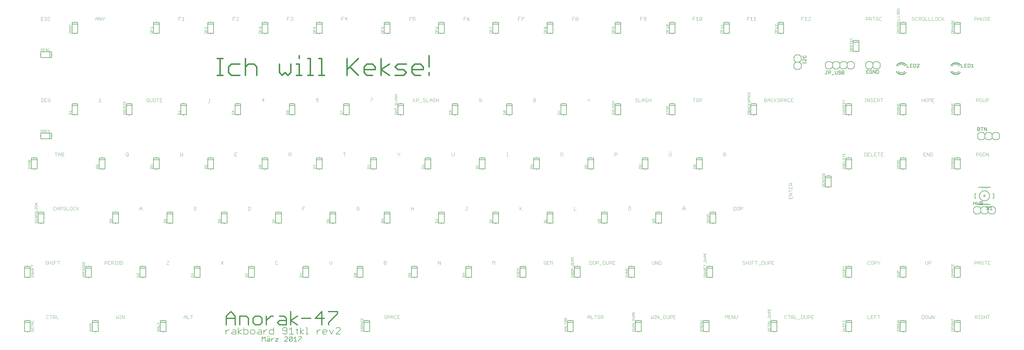
<source format=gbr>
G75*
%MOIN*%
%OFA0B0*%
%FSLAX25Y25*%
%IPPOS*%
%LPD*%
%AMOC8*
5,1,8,0,0,1.08239X$1,22.5*
%
%ADD10C,0.02000*%
%ADD11C,0.01600*%
%ADD12C,0.00800*%
%ADD13C,0.00600*%
%ADD14C,0.00400*%
%ADD15C,0.00500*%
%ADD16C,0.01000*%
%ADD17C,0.00200*%
D10*
X0270400Y0384000D02*
X0278207Y0384000D01*
X0274303Y0384000D02*
X0274303Y0407420D01*
X0270400Y0407420D02*
X0278207Y0407420D01*
X0289895Y0399613D02*
X0285992Y0395710D01*
X0285992Y0387903D01*
X0289895Y0384000D01*
X0301605Y0384000D01*
X0309380Y0384000D02*
X0309380Y0407420D01*
X0313283Y0399613D02*
X0321090Y0399613D01*
X0324993Y0395710D01*
X0324993Y0384000D01*
X0309380Y0395710D02*
X0313283Y0399613D01*
X0301605Y0399613D02*
X0289895Y0399613D01*
X0356156Y0399613D02*
X0356156Y0387903D01*
X0360059Y0384000D01*
X0363963Y0387903D01*
X0367866Y0384000D01*
X0371769Y0387903D01*
X0371769Y0399613D01*
X0379544Y0399613D02*
X0383447Y0399613D01*
X0383447Y0384000D01*
X0379544Y0384000D02*
X0387351Y0384000D01*
X0395136Y0384000D02*
X0402943Y0384000D01*
X0399039Y0384000D02*
X0399039Y0407420D01*
X0395136Y0407420D01*
X0383447Y0407420D02*
X0383447Y0411323D01*
X0410728Y0407420D02*
X0414631Y0407420D01*
X0414631Y0384000D01*
X0410728Y0384000D02*
X0418535Y0384000D01*
X0449708Y0384000D02*
X0449708Y0407420D01*
X0453611Y0395710D02*
X0465321Y0384000D01*
X0473096Y0387903D02*
X0473096Y0395710D01*
X0476999Y0399613D01*
X0484806Y0399613D01*
X0488709Y0395710D01*
X0488709Y0391807D01*
X0473096Y0391807D01*
X0473096Y0387903D02*
X0476999Y0384000D01*
X0484806Y0384000D01*
X0496484Y0384000D02*
X0496484Y0407420D01*
X0508194Y0399613D02*
X0496484Y0391807D01*
X0508194Y0384000D01*
X0515974Y0384000D02*
X0527684Y0384000D01*
X0531587Y0387903D01*
X0527684Y0391807D01*
X0519877Y0391807D01*
X0515974Y0395710D01*
X0519877Y0399613D01*
X0531587Y0399613D01*
X0539362Y0395710D02*
X0543265Y0399613D01*
X0551072Y0399613D01*
X0554975Y0395710D01*
X0554975Y0391807D01*
X0539362Y0391807D01*
X0539362Y0395710D02*
X0539362Y0387903D01*
X0543265Y0384000D01*
X0551072Y0384000D01*
X0562750Y0384000D02*
X0562750Y0387903D01*
X0562750Y0395710D02*
X0562750Y0411323D01*
X0465321Y0407420D02*
X0449708Y0391807D01*
D11*
X0436164Y0057216D02*
X0436164Y0054146D01*
X0423887Y0041869D01*
X0423887Y0038800D01*
X0414679Y0038800D02*
X0414679Y0057216D01*
X0405472Y0048008D01*
X0417749Y0048008D01*
X0399333Y0048008D02*
X0387056Y0048008D01*
X0380917Y0051077D02*
X0371709Y0044939D01*
X0380917Y0038800D01*
X0371709Y0038800D02*
X0371709Y0057216D01*
X0362502Y0051077D02*
X0365571Y0048008D01*
X0365571Y0038800D01*
X0356363Y0038800D01*
X0353294Y0041869D01*
X0356363Y0044939D01*
X0365571Y0044939D01*
X0362502Y0051077D02*
X0356363Y0051077D01*
X0347155Y0051077D02*
X0344086Y0051077D01*
X0337947Y0044939D01*
X0337947Y0051077D02*
X0337947Y0038800D01*
X0331809Y0041869D02*
X0328739Y0038800D01*
X0322601Y0038800D01*
X0319531Y0041869D01*
X0319531Y0048008D01*
X0322601Y0051077D01*
X0328739Y0051077D01*
X0331809Y0048008D01*
X0331809Y0041869D01*
X0313393Y0038800D02*
X0313393Y0048008D01*
X0310324Y0051077D01*
X0301116Y0051077D01*
X0301116Y0038800D01*
X0294977Y0038800D02*
X0294977Y0051077D01*
X0288839Y0057216D01*
X0282700Y0051077D01*
X0282700Y0038800D01*
X0282700Y0048008D02*
X0294977Y0048008D01*
X0423887Y0057216D02*
X0436164Y0057216D01*
D12*
X0435764Y0035108D02*
X0434230Y0033573D01*
X0435764Y0035108D02*
X0438834Y0035108D01*
X0440368Y0033573D01*
X0440368Y0032039D01*
X0434230Y0025900D01*
X0440368Y0025900D01*
X0431160Y0032039D02*
X0428091Y0025900D01*
X0425022Y0032039D01*
X0421953Y0030504D02*
X0421953Y0028969D01*
X0415814Y0028969D01*
X0415814Y0027435D02*
X0415814Y0030504D01*
X0417349Y0032039D01*
X0420418Y0032039D01*
X0421953Y0030504D01*
X0420418Y0025900D02*
X0417349Y0025900D01*
X0415814Y0027435D01*
X0412745Y0032039D02*
X0411210Y0032039D01*
X0408141Y0028969D01*
X0408141Y0025900D02*
X0408141Y0032039D01*
X0395864Y0025900D02*
X0392794Y0025900D01*
X0394329Y0025900D02*
X0394329Y0035108D01*
X0392794Y0035108D01*
X0389725Y0032039D02*
X0385121Y0028969D01*
X0389725Y0025900D01*
X0385121Y0025900D02*
X0385121Y0035108D01*
X0382052Y0032039D02*
X0378983Y0032039D01*
X0380517Y0033573D02*
X0380517Y0027435D01*
X0382052Y0025900D01*
X0375913Y0025900D02*
X0369775Y0025900D01*
X0372844Y0025900D02*
X0372844Y0035108D01*
X0369775Y0032039D01*
X0366705Y0033573D02*
X0366705Y0027435D01*
X0365171Y0025900D01*
X0362101Y0025900D01*
X0360567Y0027435D01*
X0362101Y0030504D02*
X0366705Y0030504D01*
X0366705Y0033573D02*
X0365171Y0035108D01*
X0362101Y0035108D01*
X0360567Y0033573D01*
X0360567Y0032039D01*
X0362101Y0030504D01*
X0348290Y0032039D02*
X0343686Y0032039D01*
X0342151Y0030504D01*
X0342151Y0027435D01*
X0343686Y0025900D01*
X0348290Y0025900D01*
X0348290Y0035108D01*
X0339082Y0032039D02*
X0337547Y0032039D01*
X0334478Y0028969D01*
X0334478Y0025900D02*
X0334478Y0032039D01*
X0331409Y0030504D02*
X0331409Y0025900D01*
X0326805Y0025900D01*
X0325270Y0027435D01*
X0326805Y0028969D01*
X0331409Y0028969D01*
X0331409Y0030504D02*
X0329874Y0032039D01*
X0326805Y0032039D01*
X0322201Y0030504D02*
X0320666Y0032039D01*
X0317597Y0032039D01*
X0316062Y0030504D01*
X0316062Y0027435D01*
X0317597Y0025900D01*
X0320666Y0025900D01*
X0322201Y0027435D01*
X0322201Y0030504D01*
X0312993Y0030504D02*
X0312993Y0027435D01*
X0311458Y0025900D01*
X0306854Y0025900D01*
X0306854Y0035108D01*
X0306854Y0032039D02*
X0311458Y0032039D01*
X0312993Y0030504D01*
X0303785Y0032039D02*
X0299181Y0028969D01*
X0303785Y0025900D01*
X0299181Y0025900D02*
X0299181Y0035108D01*
X0294577Y0032039D02*
X0296112Y0030504D01*
X0296112Y0025900D01*
X0291508Y0025900D01*
X0289973Y0027435D01*
X0291508Y0028969D01*
X0296112Y0028969D01*
X0294577Y0032039D02*
X0291508Y0032039D01*
X0286904Y0032039D02*
X0285369Y0032039D01*
X0282300Y0028969D01*
X0282300Y0025900D02*
X0282300Y0032039D01*
D13*
X0332200Y0022205D02*
X0332200Y0015800D01*
X0336470Y0015800D02*
X0336470Y0022205D01*
X0334335Y0020070D01*
X0332200Y0022205D01*
X0339713Y0022205D02*
X0339713Y0023273D01*
X0341848Y0023273D02*
X0341848Y0022205D01*
X0341848Y0020070D02*
X0342916Y0019003D01*
X0342916Y0015800D01*
X0339713Y0015800D01*
X0338645Y0016868D01*
X0339713Y0017935D01*
X0342916Y0017935D01*
X0345091Y0017935D02*
X0347226Y0020070D01*
X0348294Y0020070D01*
X0350462Y0020070D02*
X0354733Y0020070D01*
X0350462Y0015800D01*
X0354733Y0015800D01*
X0363353Y0015800D02*
X0367624Y0020070D01*
X0367624Y0021138D01*
X0366556Y0022205D01*
X0364421Y0022205D01*
X0363353Y0021138D01*
X0363353Y0015800D02*
X0367624Y0015800D01*
X0369799Y0016868D02*
X0374069Y0021138D01*
X0374069Y0016868D01*
X0373001Y0015800D01*
X0370866Y0015800D01*
X0369799Y0016868D01*
X0369799Y0021138D01*
X0370866Y0022205D01*
X0373001Y0022205D01*
X0374069Y0021138D01*
X0376244Y0020070D02*
X0378379Y0022205D01*
X0378379Y0015800D01*
X0376244Y0015800D02*
X0380515Y0015800D01*
X0382690Y0015800D02*
X0382690Y0016868D01*
X0386960Y0021138D01*
X0386960Y0022205D01*
X0382690Y0022205D01*
X0345091Y0020070D02*
X0345091Y0015800D01*
X0341848Y0020070D02*
X0339713Y0020070D01*
X1315025Y0194875D02*
X1317525Y0192375D01*
X1322525Y0192375D01*
X1325025Y0194875D01*
X1327525Y0192375D01*
X1332525Y0192375D01*
X1335025Y0194875D01*
X1337525Y0192375D01*
X1342525Y0192375D01*
X1345025Y0194875D01*
X1345025Y0199875D01*
X1342525Y0202375D01*
X1337525Y0202375D01*
X1335025Y0199875D01*
X1335025Y0194875D01*
X1335025Y0199875D02*
X1332525Y0202375D01*
X1327525Y0202375D01*
X1325025Y0199875D01*
X1325025Y0194875D01*
X1325025Y0199875D02*
X1322525Y0202375D01*
X1317525Y0202375D01*
X1315025Y0199875D01*
X1315025Y0194875D01*
X1321525Y0205375D02*
X1325025Y0205375D01*
X1335025Y0205375D01*
X1338525Y0205375D01*
X1342025Y0213375D02*
X1342025Y0214375D01*
X1343025Y0214375D01*
X1343025Y0220375D01*
X1342025Y0220375D01*
X1342025Y0221375D01*
X1329025Y0217375D02*
X1329027Y0217438D01*
X1329033Y0217500D01*
X1329043Y0217562D01*
X1329056Y0217624D01*
X1329074Y0217684D01*
X1329095Y0217743D01*
X1329120Y0217801D01*
X1329149Y0217857D01*
X1329181Y0217911D01*
X1329216Y0217963D01*
X1329254Y0218012D01*
X1329296Y0218060D01*
X1329340Y0218104D01*
X1329388Y0218146D01*
X1329437Y0218184D01*
X1329489Y0218219D01*
X1329543Y0218251D01*
X1329599Y0218280D01*
X1329657Y0218305D01*
X1329716Y0218326D01*
X1329776Y0218344D01*
X1329838Y0218357D01*
X1329900Y0218367D01*
X1329962Y0218373D01*
X1330025Y0218375D01*
X1330088Y0218373D01*
X1330150Y0218367D01*
X1330212Y0218357D01*
X1330274Y0218344D01*
X1330334Y0218326D01*
X1330393Y0218305D01*
X1330451Y0218280D01*
X1330507Y0218251D01*
X1330561Y0218219D01*
X1330613Y0218184D01*
X1330662Y0218146D01*
X1330710Y0218104D01*
X1330754Y0218060D01*
X1330796Y0218012D01*
X1330834Y0217963D01*
X1330869Y0217911D01*
X1330901Y0217857D01*
X1330930Y0217801D01*
X1330955Y0217743D01*
X1330976Y0217684D01*
X1330994Y0217624D01*
X1331007Y0217562D01*
X1331017Y0217500D01*
X1331023Y0217438D01*
X1331025Y0217375D01*
X1331023Y0217312D01*
X1331017Y0217250D01*
X1331007Y0217188D01*
X1330994Y0217126D01*
X1330976Y0217066D01*
X1330955Y0217007D01*
X1330930Y0216949D01*
X1330901Y0216893D01*
X1330869Y0216839D01*
X1330834Y0216787D01*
X1330796Y0216738D01*
X1330754Y0216690D01*
X1330710Y0216646D01*
X1330662Y0216604D01*
X1330613Y0216566D01*
X1330561Y0216531D01*
X1330507Y0216499D01*
X1330451Y0216470D01*
X1330393Y0216445D01*
X1330334Y0216424D01*
X1330274Y0216406D01*
X1330212Y0216393D01*
X1330150Y0216383D01*
X1330088Y0216377D01*
X1330025Y0216375D01*
X1329962Y0216377D01*
X1329900Y0216383D01*
X1329838Y0216393D01*
X1329776Y0216406D01*
X1329716Y0216424D01*
X1329657Y0216445D01*
X1329599Y0216470D01*
X1329543Y0216499D01*
X1329489Y0216531D01*
X1329437Y0216566D01*
X1329388Y0216604D01*
X1329340Y0216646D01*
X1329296Y0216690D01*
X1329254Y0216738D01*
X1329216Y0216787D01*
X1329181Y0216839D01*
X1329149Y0216893D01*
X1329120Y0216949D01*
X1329095Y0217007D01*
X1329074Y0217066D01*
X1329056Y0217126D01*
X1329043Y0217188D01*
X1329033Y0217250D01*
X1329027Y0217312D01*
X1329025Y0217375D01*
X1323025Y0217375D02*
X1323027Y0217547D01*
X1323033Y0217718D01*
X1323044Y0217890D01*
X1323059Y0218061D01*
X1323078Y0218232D01*
X1323101Y0218402D01*
X1323128Y0218572D01*
X1323160Y0218741D01*
X1323195Y0218909D01*
X1323235Y0219076D01*
X1323279Y0219242D01*
X1323326Y0219407D01*
X1323378Y0219571D01*
X1323434Y0219733D01*
X1323494Y0219894D01*
X1323558Y0220054D01*
X1323626Y0220212D01*
X1323697Y0220368D01*
X1323772Y0220522D01*
X1323852Y0220675D01*
X1323934Y0220825D01*
X1324021Y0220974D01*
X1324111Y0221120D01*
X1324205Y0221264D01*
X1324302Y0221406D01*
X1324403Y0221545D01*
X1324507Y0221682D01*
X1324614Y0221816D01*
X1324725Y0221947D01*
X1324838Y0222076D01*
X1324955Y0222202D01*
X1325075Y0222325D01*
X1325198Y0222445D01*
X1325324Y0222562D01*
X1325453Y0222675D01*
X1325584Y0222786D01*
X1325718Y0222893D01*
X1325855Y0222997D01*
X1325994Y0223098D01*
X1326136Y0223195D01*
X1326280Y0223289D01*
X1326426Y0223379D01*
X1326575Y0223466D01*
X1326725Y0223548D01*
X1326878Y0223628D01*
X1327032Y0223703D01*
X1327188Y0223774D01*
X1327346Y0223842D01*
X1327506Y0223906D01*
X1327667Y0223966D01*
X1327829Y0224022D01*
X1327993Y0224074D01*
X1328158Y0224121D01*
X1328324Y0224165D01*
X1328491Y0224205D01*
X1328659Y0224240D01*
X1328828Y0224272D01*
X1328998Y0224299D01*
X1329168Y0224322D01*
X1329339Y0224341D01*
X1329510Y0224356D01*
X1329682Y0224367D01*
X1329853Y0224373D01*
X1330025Y0224375D01*
X1330197Y0224373D01*
X1330368Y0224367D01*
X1330540Y0224356D01*
X1330711Y0224341D01*
X1330882Y0224322D01*
X1331052Y0224299D01*
X1331222Y0224272D01*
X1331391Y0224240D01*
X1331559Y0224205D01*
X1331726Y0224165D01*
X1331892Y0224121D01*
X1332057Y0224074D01*
X1332221Y0224022D01*
X1332383Y0223966D01*
X1332544Y0223906D01*
X1332704Y0223842D01*
X1332862Y0223774D01*
X1333018Y0223703D01*
X1333172Y0223628D01*
X1333325Y0223548D01*
X1333475Y0223466D01*
X1333624Y0223379D01*
X1333770Y0223289D01*
X1333914Y0223195D01*
X1334056Y0223098D01*
X1334195Y0222997D01*
X1334332Y0222893D01*
X1334466Y0222786D01*
X1334597Y0222675D01*
X1334726Y0222562D01*
X1334852Y0222445D01*
X1334975Y0222325D01*
X1335095Y0222202D01*
X1335212Y0222076D01*
X1335325Y0221947D01*
X1335436Y0221816D01*
X1335543Y0221682D01*
X1335647Y0221545D01*
X1335748Y0221406D01*
X1335845Y0221264D01*
X1335939Y0221120D01*
X1336029Y0220974D01*
X1336116Y0220825D01*
X1336198Y0220675D01*
X1336278Y0220522D01*
X1336353Y0220368D01*
X1336424Y0220212D01*
X1336492Y0220054D01*
X1336556Y0219894D01*
X1336616Y0219733D01*
X1336672Y0219571D01*
X1336724Y0219407D01*
X1336771Y0219242D01*
X1336815Y0219076D01*
X1336855Y0218909D01*
X1336890Y0218741D01*
X1336922Y0218572D01*
X1336949Y0218402D01*
X1336972Y0218232D01*
X1336991Y0218061D01*
X1337006Y0217890D01*
X1337017Y0217718D01*
X1337023Y0217547D01*
X1337025Y0217375D01*
X1337023Y0217203D01*
X1337017Y0217032D01*
X1337006Y0216860D01*
X1336991Y0216689D01*
X1336972Y0216518D01*
X1336949Y0216348D01*
X1336922Y0216178D01*
X1336890Y0216009D01*
X1336855Y0215841D01*
X1336815Y0215674D01*
X1336771Y0215508D01*
X1336724Y0215343D01*
X1336672Y0215179D01*
X1336616Y0215017D01*
X1336556Y0214856D01*
X1336492Y0214696D01*
X1336424Y0214538D01*
X1336353Y0214382D01*
X1336278Y0214228D01*
X1336198Y0214075D01*
X1336116Y0213925D01*
X1336029Y0213776D01*
X1335939Y0213630D01*
X1335845Y0213486D01*
X1335748Y0213344D01*
X1335647Y0213205D01*
X1335543Y0213068D01*
X1335436Y0212934D01*
X1335325Y0212803D01*
X1335212Y0212674D01*
X1335095Y0212548D01*
X1334975Y0212425D01*
X1334852Y0212305D01*
X1334726Y0212188D01*
X1334597Y0212075D01*
X1334466Y0211964D01*
X1334332Y0211857D01*
X1334195Y0211753D01*
X1334056Y0211652D01*
X1333914Y0211555D01*
X1333770Y0211461D01*
X1333624Y0211371D01*
X1333475Y0211284D01*
X1333325Y0211202D01*
X1333172Y0211122D01*
X1333018Y0211047D01*
X1332862Y0210976D01*
X1332704Y0210908D01*
X1332544Y0210844D01*
X1332383Y0210784D01*
X1332221Y0210728D01*
X1332057Y0210676D01*
X1331892Y0210629D01*
X1331726Y0210585D01*
X1331559Y0210545D01*
X1331391Y0210510D01*
X1331222Y0210478D01*
X1331052Y0210451D01*
X1330882Y0210428D01*
X1330711Y0210409D01*
X1330540Y0210394D01*
X1330368Y0210383D01*
X1330197Y0210377D01*
X1330025Y0210375D01*
X1329853Y0210377D01*
X1329682Y0210383D01*
X1329510Y0210394D01*
X1329339Y0210409D01*
X1329168Y0210428D01*
X1328998Y0210451D01*
X1328828Y0210478D01*
X1328659Y0210510D01*
X1328491Y0210545D01*
X1328324Y0210585D01*
X1328158Y0210629D01*
X1327993Y0210676D01*
X1327829Y0210728D01*
X1327667Y0210784D01*
X1327506Y0210844D01*
X1327346Y0210908D01*
X1327188Y0210976D01*
X1327032Y0211047D01*
X1326878Y0211122D01*
X1326725Y0211202D01*
X1326575Y0211284D01*
X1326426Y0211371D01*
X1326280Y0211461D01*
X1326136Y0211555D01*
X1325994Y0211652D01*
X1325855Y0211753D01*
X1325718Y0211857D01*
X1325584Y0211964D01*
X1325453Y0212075D01*
X1325324Y0212188D01*
X1325198Y0212305D01*
X1325075Y0212425D01*
X1324955Y0212548D01*
X1324838Y0212674D01*
X1324725Y0212803D01*
X1324614Y0212934D01*
X1324507Y0213068D01*
X1324403Y0213205D01*
X1324302Y0213344D01*
X1324205Y0213486D01*
X1324111Y0213630D01*
X1324021Y0213776D01*
X1323934Y0213925D01*
X1323852Y0214075D01*
X1323772Y0214228D01*
X1323697Y0214382D01*
X1323626Y0214538D01*
X1323558Y0214696D01*
X1323494Y0214856D01*
X1323434Y0215017D01*
X1323378Y0215179D01*
X1323326Y0215343D01*
X1323279Y0215508D01*
X1323235Y0215674D01*
X1323195Y0215841D01*
X1323160Y0216009D01*
X1323128Y0216178D01*
X1323101Y0216348D01*
X1323078Y0216518D01*
X1323059Y0216689D01*
X1323044Y0216860D01*
X1323033Y0217032D01*
X1323027Y0217203D01*
X1323025Y0217375D01*
X1318025Y0214375D02*
X1318025Y0213375D01*
X1318025Y0214375D02*
X1317025Y0214375D01*
X1317025Y0220375D01*
X1318025Y0220375D01*
X1318025Y0221375D01*
X1321525Y0229375D02*
X1325525Y0229375D01*
X1335025Y0229375D01*
X1338525Y0229375D01*
X1338150Y0294875D02*
X1333150Y0294875D01*
X1330650Y0297375D01*
X1328150Y0294875D01*
X1323150Y0294875D01*
X1320650Y0297375D01*
X1320650Y0302375D01*
X1323150Y0304875D01*
X1328150Y0304875D01*
X1330650Y0302375D01*
X1333150Y0304875D01*
X1338150Y0304875D01*
X1340650Y0302375D01*
X1343150Y0304875D01*
X1348150Y0304875D01*
X1350650Y0302375D01*
X1350650Y0297375D01*
X1348150Y0294875D01*
X1343150Y0294875D01*
X1340650Y0297375D01*
X1338150Y0294875D01*
X1340650Y0297375D02*
X1340650Y0302375D01*
X1330650Y0302375D02*
X1330650Y0297375D01*
X1185901Y0395500D02*
X1183401Y0393000D01*
X1178401Y0393000D01*
X1175901Y0395500D01*
X1173401Y0393000D01*
X1168401Y0393000D01*
X1165901Y0395500D01*
X1165901Y0400500D01*
X1168401Y0403000D01*
X1173401Y0403000D01*
X1175901Y0400500D01*
X1178401Y0403000D01*
X1183401Y0403000D01*
X1185901Y0400500D01*
X1185901Y0395500D01*
X1175901Y0395500D02*
X1175901Y0400500D01*
X1150089Y0400500D02*
X1150089Y0395500D01*
X1147589Y0393000D01*
X1142589Y0393000D01*
X1140089Y0395500D01*
X1137589Y0393000D01*
X1132589Y0393000D01*
X1130089Y0395500D01*
X1127589Y0393000D01*
X1122589Y0393000D01*
X1120089Y0395500D01*
X1117589Y0393000D01*
X1112589Y0393000D01*
X1110089Y0395500D01*
X1110089Y0400500D01*
X1112589Y0403000D01*
X1117589Y0403000D01*
X1120089Y0400500D01*
X1122589Y0403000D01*
X1127589Y0403000D01*
X1130089Y0400500D01*
X1130089Y0395500D01*
X1130089Y0400500D02*
X1132589Y0403000D01*
X1137589Y0403000D01*
X1140089Y0400500D01*
X1142589Y0403000D01*
X1147589Y0403000D01*
X1150089Y0400500D01*
X1140089Y0400500D02*
X1140089Y0395500D01*
X1120089Y0395500D02*
X1120089Y0400500D01*
X1076762Y0399713D02*
X1076762Y0394713D01*
X1074262Y0392213D01*
X1069262Y0392213D01*
X1066762Y0394713D01*
X1066762Y0399713D01*
X1069262Y0402213D01*
X1066762Y0404713D01*
X1066762Y0409713D01*
X1069262Y0412213D01*
X1074262Y0412213D01*
X1076762Y0409713D01*
X1076762Y0404713D01*
X1074262Y0402213D01*
X1076762Y0399713D01*
X1074262Y0402213D02*
X1069262Y0402213D01*
X1215207Y0399502D02*
X1215361Y0399500D01*
X1215515Y0399494D01*
X1215669Y0399484D01*
X1215823Y0399470D01*
X1215976Y0399453D01*
X1216128Y0399431D01*
X1216280Y0399405D01*
X1216432Y0399376D01*
X1216582Y0399342D01*
X1216732Y0399305D01*
X1216880Y0399264D01*
X1217028Y0399219D01*
X1217174Y0399170D01*
X1217319Y0399118D01*
X1217462Y0399062D01*
X1217605Y0399002D01*
X1217745Y0398939D01*
X1217884Y0398872D01*
X1218021Y0398801D01*
X1218156Y0398727D01*
X1218289Y0398650D01*
X1218421Y0398569D01*
X1218550Y0398485D01*
X1218677Y0398397D01*
X1218801Y0398306D01*
X1218923Y0398213D01*
X1219043Y0398115D01*
X1219160Y0398015D01*
X1219275Y0397912D01*
X1219387Y0397806D01*
X1219496Y0397698D01*
X1219602Y0397586D01*
X1219706Y0397472D01*
X1219806Y0397355D01*
X1219904Y0397236D01*
X1219998Y0397114D01*
X1220089Y0396989D01*
X1215207Y0387502D02*
X1215055Y0387504D01*
X1214904Y0387510D01*
X1214753Y0387519D01*
X1214601Y0387533D01*
X1214451Y0387550D01*
X1214301Y0387571D01*
X1214151Y0387596D01*
X1214002Y0387624D01*
X1213854Y0387657D01*
X1213707Y0387693D01*
X1213560Y0387732D01*
X1213415Y0387776D01*
X1213271Y0387823D01*
X1213128Y0387874D01*
X1212987Y0387928D01*
X1212846Y0387986D01*
X1212708Y0388047D01*
X1212571Y0388112D01*
X1212435Y0388181D01*
X1212302Y0388252D01*
X1212170Y0388327D01*
X1212040Y0388406D01*
X1211913Y0388487D01*
X1211787Y0388572D01*
X1211663Y0388660D01*
X1211542Y0388751D01*
X1211423Y0388845D01*
X1211307Y0388943D01*
X1211193Y0389043D01*
X1211081Y0389145D01*
X1210973Y0389251D01*
X1210867Y0389359D01*
X1210763Y0389470D01*
X1210663Y0389584D01*
X1210565Y0389700D01*
X1210471Y0389819D01*
X1215207Y0387502D02*
X1215359Y0387504D01*
X1215510Y0387510D01*
X1215661Y0387519D01*
X1215813Y0387533D01*
X1215963Y0387550D01*
X1216113Y0387571D01*
X1216263Y0387596D01*
X1216412Y0387624D01*
X1216560Y0387657D01*
X1216707Y0387693D01*
X1216854Y0387732D01*
X1216999Y0387776D01*
X1217143Y0387823D01*
X1217286Y0387874D01*
X1217427Y0387928D01*
X1217568Y0387986D01*
X1217706Y0388047D01*
X1217843Y0388112D01*
X1217979Y0388181D01*
X1218112Y0388252D01*
X1218244Y0388327D01*
X1218374Y0388406D01*
X1218501Y0388487D01*
X1218627Y0388572D01*
X1218751Y0388660D01*
X1218872Y0388751D01*
X1218991Y0388845D01*
X1219107Y0388943D01*
X1219221Y0389043D01*
X1219333Y0389145D01*
X1219441Y0389251D01*
X1219547Y0389359D01*
X1219651Y0389470D01*
X1219751Y0389584D01*
X1219849Y0389700D01*
X1219943Y0389819D01*
X1215207Y0399502D02*
X1215057Y0399500D01*
X1214906Y0399494D01*
X1214756Y0399485D01*
X1214607Y0399472D01*
X1214457Y0399455D01*
X1214308Y0399434D01*
X1214160Y0399410D01*
X1214012Y0399382D01*
X1213865Y0399350D01*
X1213719Y0399315D01*
X1213574Y0399275D01*
X1213430Y0399233D01*
X1213287Y0399186D01*
X1213145Y0399136D01*
X1213004Y0399083D01*
X1212865Y0399026D01*
X1212727Y0398966D01*
X1212591Y0398902D01*
X1212457Y0398835D01*
X1212324Y0398764D01*
X1212193Y0398690D01*
X1212064Y0398613D01*
X1211937Y0398532D01*
X1211812Y0398449D01*
X1211689Y0398362D01*
X1211568Y0398273D01*
X1211450Y0398180D01*
X1211334Y0398084D01*
X1211220Y0397986D01*
X1211109Y0397885D01*
X1211000Y0397780D01*
X1210895Y0397674D01*
X1210791Y0397564D01*
X1210691Y0397452D01*
X1210593Y0397338D01*
X1210499Y0397221D01*
X1210407Y0397102D01*
X1290257Y0399502D02*
X1290411Y0399500D01*
X1290565Y0399494D01*
X1290719Y0399484D01*
X1290873Y0399470D01*
X1291026Y0399453D01*
X1291178Y0399431D01*
X1291330Y0399405D01*
X1291482Y0399376D01*
X1291632Y0399342D01*
X1291782Y0399305D01*
X1291930Y0399264D01*
X1292078Y0399219D01*
X1292224Y0399170D01*
X1292369Y0399118D01*
X1292512Y0399062D01*
X1292655Y0399002D01*
X1292795Y0398939D01*
X1292934Y0398872D01*
X1293071Y0398801D01*
X1293206Y0398727D01*
X1293339Y0398650D01*
X1293471Y0398569D01*
X1293600Y0398485D01*
X1293727Y0398397D01*
X1293851Y0398306D01*
X1293973Y0398213D01*
X1294093Y0398115D01*
X1294210Y0398015D01*
X1294325Y0397912D01*
X1294437Y0397806D01*
X1294546Y0397698D01*
X1294652Y0397586D01*
X1294756Y0397472D01*
X1294856Y0397355D01*
X1294954Y0397236D01*
X1295048Y0397114D01*
X1295139Y0396989D01*
X1290257Y0387502D02*
X1290105Y0387504D01*
X1289954Y0387510D01*
X1289803Y0387519D01*
X1289651Y0387533D01*
X1289501Y0387550D01*
X1289351Y0387571D01*
X1289201Y0387596D01*
X1289052Y0387624D01*
X1288904Y0387657D01*
X1288757Y0387693D01*
X1288610Y0387732D01*
X1288465Y0387776D01*
X1288321Y0387823D01*
X1288178Y0387874D01*
X1288037Y0387928D01*
X1287896Y0387986D01*
X1287758Y0388047D01*
X1287621Y0388112D01*
X1287485Y0388181D01*
X1287352Y0388252D01*
X1287220Y0388327D01*
X1287090Y0388406D01*
X1286963Y0388487D01*
X1286837Y0388572D01*
X1286713Y0388660D01*
X1286592Y0388751D01*
X1286473Y0388845D01*
X1286357Y0388943D01*
X1286243Y0389043D01*
X1286131Y0389145D01*
X1286023Y0389251D01*
X1285917Y0389359D01*
X1285813Y0389470D01*
X1285713Y0389584D01*
X1285615Y0389700D01*
X1285521Y0389819D01*
X1290257Y0387502D02*
X1290409Y0387504D01*
X1290560Y0387510D01*
X1290711Y0387519D01*
X1290863Y0387533D01*
X1291013Y0387550D01*
X1291163Y0387571D01*
X1291313Y0387596D01*
X1291462Y0387624D01*
X1291610Y0387657D01*
X1291757Y0387693D01*
X1291904Y0387732D01*
X1292049Y0387776D01*
X1292193Y0387823D01*
X1292336Y0387874D01*
X1292477Y0387928D01*
X1292618Y0387986D01*
X1292756Y0388047D01*
X1292893Y0388112D01*
X1293029Y0388181D01*
X1293162Y0388252D01*
X1293294Y0388327D01*
X1293424Y0388406D01*
X1293551Y0388487D01*
X1293677Y0388572D01*
X1293801Y0388660D01*
X1293922Y0388751D01*
X1294041Y0388845D01*
X1294157Y0388943D01*
X1294271Y0389043D01*
X1294383Y0389145D01*
X1294491Y0389251D01*
X1294597Y0389359D01*
X1294701Y0389470D01*
X1294801Y0389584D01*
X1294899Y0389700D01*
X1294993Y0389819D01*
X1290257Y0399502D02*
X1290107Y0399500D01*
X1289956Y0399494D01*
X1289806Y0399485D01*
X1289657Y0399472D01*
X1289507Y0399455D01*
X1289358Y0399434D01*
X1289210Y0399410D01*
X1289062Y0399382D01*
X1288915Y0399350D01*
X1288769Y0399315D01*
X1288624Y0399275D01*
X1288480Y0399233D01*
X1288337Y0399186D01*
X1288195Y0399136D01*
X1288054Y0399083D01*
X1287915Y0399026D01*
X1287777Y0398966D01*
X1287641Y0398902D01*
X1287507Y0398835D01*
X1287374Y0398764D01*
X1287243Y0398690D01*
X1287114Y0398613D01*
X1286987Y0398532D01*
X1286862Y0398449D01*
X1286739Y0398362D01*
X1286618Y0398273D01*
X1286500Y0398180D01*
X1286384Y0398084D01*
X1286270Y0397986D01*
X1286159Y0397885D01*
X1286050Y0397780D01*
X1285945Y0397674D01*
X1285841Y0397564D01*
X1285741Y0397452D01*
X1285643Y0397338D01*
X1285549Y0397221D01*
X1285457Y0397102D01*
D14*
X1260580Y0352056D02*
X1257511Y0352056D01*
X1257511Y0347452D01*
X1260580Y0347452D01*
X1259046Y0349754D02*
X1257511Y0349754D01*
X1255976Y0352056D02*
X1255976Y0347452D01*
X1252907Y0347452D02*
X1252907Y0352056D01*
X1254442Y0350521D01*
X1255976Y0352056D01*
X1251372Y0351289D02*
X1251372Y0348219D01*
X1250605Y0347452D01*
X1249070Y0347452D01*
X1248303Y0348219D01*
X1248303Y0351289D01*
X1249070Y0352056D01*
X1250605Y0352056D01*
X1251372Y0351289D01*
X1246768Y0352056D02*
X1246768Y0347452D01*
X1246768Y0349754D02*
X1243699Y0349754D01*
X1243699Y0347452D02*
X1243699Y0352056D01*
X1212271Y0344911D02*
X1212271Y0342843D01*
X1209168Y0342843D01*
X1209168Y0344911D01*
X1210720Y0343877D02*
X1210720Y0342843D01*
X1212271Y0341689D02*
X1209168Y0341689D01*
X1210202Y0340654D01*
X1209168Y0339620D01*
X1212271Y0339620D01*
X1211754Y0338466D02*
X1209685Y0338466D01*
X1209168Y0337949D01*
X1209168Y0336915D01*
X1209685Y0336397D01*
X1211754Y0336397D01*
X1212271Y0336915D01*
X1212271Y0337949D01*
X1211754Y0338466D01*
X1212271Y0335243D02*
X1209168Y0335243D01*
X1210720Y0335243D02*
X1210720Y0333175D01*
X1211754Y0332020D02*
X1209685Y0332020D01*
X1209168Y0331503D01*
X1209168Y0329952D01*
X1212271Y0329952D01*
X1212271Y0331503D01*
X1211754Y0332020D01*
X1212271Y0333175D02*
X1209168Y0333175D01*
X1187882Y0347452D02*
X1187882Y0352056D01*
X1186348Y0352056D02*
X1189417Y0352056D01*
X1184813Y0351289D02*
X1184813Y0349754D01*
X1184046Y0348987D01*
X1181744Y0348987D01*
X1183278Y0348987D02*
X1184813Y0347452D01*
X1181744Y0347452D02*
X1181744Y0352056D01*
X1184046Y0352056D01*
X1184813Y0351289D01*
X1180209Y0352056D02*
X1177140Y0352056D01*
X1177140Y0347452D01*
X1180209Y0347452D01*
X1178674Y0349754D02*
X1177140Y0349754D01*
X1175605Y0348987D02*
X1174838Y0349754D01*
X1173303Y0349754D01*
X1172536Y0350521D01*
X1172536Y0351289D01*
X1173303Y0352056D01*
X1174838Y0352056D01*
X1175605Y0351289D01*
X1175605Y0348987D02*
X1175605Y0348219D01*
X1174838Y0347452D01*
X1173303Y0347452D01*
X1172536Y0348219D01*
X1171001Y0347452D02*
X1171001Y0352056D01*
X1167932Y0352056D02*
X1171001Y0347452D01*
X1167932Y0347452D02*
X1167932Y0352056D01*
X1166397Y0352056D02*
X1164863Y0352056D01*
X1165630Y0352056D02*
X1165630Y0347452D01*
X1164863Y0347452D02*
X1166397Y0347452D01*
X1137271Y0347060D02*
X1136237Y0346026D01*
X1136237Y0346543D02*
X1136237Y0344991D01*
X1137271Y0344991D02*
X1134168Y0344991D01*
X1134168Y0346543D01*
X1134685Y0347060D01*
X1135720Y0347060D01*
X1136237Y0346543D01*
X1134168Y0348214D02*
X1134168Y0350283D01*
X1134168Y0349248D02*
X1137271Y0349248D01*
X1137271Y0343837D02*
X1137271Y0341769D01*
X1134168Y0341769D01*
X1134168Y0343837D01*
X1135720Y0342803D02*
X1135720Y0341769D01*
X1136237Y0340614D02*
X1136754Y0340614D01*
X1137271Y0340097D01*
X1137271Y0339063D01*
X1136754Y0338546D01*
X1135720Y0339063D02*
X1135720Y0340097D01*
X1136237Y0340614D01*
X1134685Y0340614D02*
X1134168Y0340097D01*
X1134168Y0339063D01*
X1134685Y0338546D01*
X1135202Y0338546D01*
X1135720Y0339063D01*
X1137271Y0337392D02*
X1134168Y0337392D01*
X1134168Y0335323D02*
X1137271Y0337392D01*
X1137271Y0335323D02*
X1134168Y0335323D01*
X1134168Y0334209D02*
X1134168Y0333175D01*
X1134168Y0333692D02*
X1137271Y0333692D01*
X1137271Y0333175D02*
X1137271Y0334209D01*
X1136754Y0332020D02*
X1134685Y0332020D01*
X1134168Y0331503D01*
X1134168Y0329952D01*
X1137271Y0329952D01*
X1137271Y0331503D01*
X1136754Y0332020D01*
X1065830Y0347452D02*
X1062761Y0347452D01*
X1062761Y0352056D01*
X1065830Y0352056D01*
X1064296Y0349754D02*
X1062761Y0349754D01*
X1061226Y0351289D02*
X1060459Y0352056D01*
X1058924Y0352056D01*
X1058157Y0351289D01*
X1058157Y0348219D01*
X1058924Y0347452D01*
X1060459Y0347452D01*
X1061226Y0348219D01*
X1056622Y0347452D02*
X1056622Y0350521D01*
X1055088Y0352056D01*
X1053553Y0350521D01*
X1053553Y0347452D01*
X1053553Y0349754D02*
X1056622Y0349754D01*
X1052018Y0349754D02*
X1051251Y0348987D01*
X1048949Y0348987D01*
X1047415Y0348987D02*
X1047415Y0348219D01*
X1046647Y0347452D01*
X1045113Y0347452D01*
X1044345Y0348219D01*
X1042811Y0347452D02*
X1040509Y0349754D01*
X1039741Y0348987D02*
X1042811Y0352056D01*
X1044345Y0351289D02*
X1044345Y0350521D01*
X1045113Y0349754D01*
X1046647Y0349754D01*
X1047415Y0348987D01*
X1048949Y0347452D02*
X1048949Y0352056D01*
X1051251Y0352056D01*
X1052018Y0351289D01*
X1052018Y0349754D01*
X1047415Y0351289D02*
X1046647Y0352056D01*
X1045113Y0352056D01*
X1044345Y0351289D01*
X1039741Y0352056D02*
X1039741Y0347452D01*
X1038207Y0348219D02*
X1037439Y0347452D01*
X1035905Y0347452D01*
X1035137Y0348219D01*
X1035137Y0351289D01*
X1035905Y0352056D01*
X1037439Y0352056D01*
X1038207Y0351289D01*
X1033603Y0350521D02*
X1033603Y0347452D01*
X1033603Y0349754D02*
X1030533Y0349754D01*
X1030533Y0350521D02*
X1032068Y0352056D01*
X1033603Y0350521D01*
X1030533Y0350521D02*
X1030533Y0347452D01*
X1028999Y0348219D02*
X1028231Y0347452D01*
X1025930Y0347452D01*
X1025930Y0352056D01*
X1028231Y0352056D01*
X1028999Y0351289D01*
X1028999Y0350521D01*
X1028231Y0349754D01*
X1025930Y0349754D01*
X1028231Y0349754D02*
X1028999Y0348987D01*
X1028999Y0348219D01*
X1006011Y0347617D02*
X1006011Y0346583D01*
X1005494Y0346066D01*
X1004460Y0346583D02*
X1004460Y0347617D01*
X1004977Y0348134D01*
X1005494Y0348134D01*
X1006011Y0347617D01*
X1006011Y0349288D02*
X1002908Y0349288D01*
X1002908Y0350840D01*
X1003425Y0351357D01*
X1004460Y0351357D01*
X1004977Y0350840D01*
X1004977Y0349288D01*
X1003425Y0348134D02*
X1002908Y0347617D01*
X1002908Y0346583D01*
X1003425Y0346066D01*
X1003943Y0346066D01*
X1004460Y0346583D01*
X1006011Y0344911D02*
X1004460Y0343360D01*
X1004977Y0342843D02*
X1002908Y0344911D01*
X1002908Y0342843D02*
X1006011Y0342843D01*
X1005494Y0341689D02*
X1006011Y0341172D01*
X1006011Y0340137D01*
X1005494Y0339620D01*
X1003425Y0339620D01*
X1002908Y0340137D01*
X1002908Y0341172D01*
X1003425Y0341689D01*
X1003943Y0338466D02*
X1006011Y0338466D01*
X1004460Y0338466D02*
X1004460Y0336397D01*
X1003943Y0336397D02*
X1002908Y0337432D01*
X1003943Y0338466D01*
X1003943Y0336397D02*
X1006011Y0336397D01*
X1005494Y0335243D02*
X1006011Y0334726D01*
X1006011Y0333175D01*
X1002908Y0333175D01*
X1002908Y0334726D01*
X1003425Y0335243D01*
X1003943Y0335243D01*
X1004460Y0334726D01*
X1004460Y0333175D01*
X1005494Y0332020D02*
X1003425Y0332020D01*
X1002908Y0331503D01*
X1002908Y0329952D01*
X1006011Y0329952D01*
X1006011Y0331503D01*
X1005494Y0332020D01*
X1004460Y0334726D02*
X1004977Y0335243D01*
X1005494Y0335243D01*
X1006011Y0352511D02*
X1003943Y0352511D01*
X1002908Y0353545D01*
X1003943Y0354580D01*
X1006011Y0354580D01*
X1005494Y0355734D02*
X1006011Y0356251D01*
X1006011Y0357285D01*
X1005494Y0357802D01*
X1006011Y0358957D02*
X1006011Y0361025D01*
X1004460Y0359991D02*
X1004460Y0358957D01*
X1003425Y0357802D02*
X1002908Y0357285D01*
X1002908Y0356251D01*
X1003425Y0355734D01*
X1005494Y0355734D01*
X1004460Y0354580D02*
X1004460Y0352511D01*
X1006011Y0358957D02*
X1002908Y0358957D01*
X1002908Y0361025D01*
X0939538Y0351289D02*
X0939538Y0349754D01*
X0938771Y0348987D01*
X0936469Y0348987D01*
X0936469Y0347452D02*
X0936469Y0352056D01*
X0938771Y0352056D01*
X0939538Y0351289D01*
X0934934Y0351289D02*
X0934167Y0352056D01*
X0932632Y0352056D01*
X0931865Y0351289D01*
X0931865Y0348219D01*
X0932632Y0347452D01*
X0934167Y0347452D01*
X0934934Y0348219D01*
X0934934Y0351289D01*
X0930330Y0352056D02*
X0927261Y0352056D01*
X0928796Y0352056D02*
X0928796Y0347452D01*
X0893531Y0339620D02*
X0890428Y0339620D01*
X0890428Y0341172D01*
X0890945Y0341689D01*
X0891979Y0341689D01*
X0892496Y0341172D01*
X0892496Y0339620D01*
X0893014Y0338466D02*
X0890945Y0338466D01*
X0890428Y0337949D01*
X0890428Y0336915D01*
X0890945Y0336397D01*
X0893014Y0336397D01*
X0893531Y0336915D01*
X0893531Y0337949D01*
X0893014Y0338466D01*
X0890428Y0335243D02*
X0890428Y0333175D01*
X0890428Y0334209D02*
X0893531Y0334209D01*
X0893014Y0332020D02*
X0890945Y0332020D01*
X0890428Y0331503D01*
X0890428Y0329952D01*
X0893531Y0329952D01*
X0893531Y0331503D01*
X0893014Y0332020D01*
X0869142Y0347452D02*
X0869142Y0352056D01*
X0869142Y0349754D02*
X0866073Y0349754D01*
X0864538Y0348987D02*
X0863771Y0349754D01*
X0862236Y0349754D01*
X0861469Y0350521D01*
X0861469Y0351289D01*
X0862236Y0352056D01*
X0863771Y0352056D01*
X0864538Y0351289D01*
X0866073Y0352056D02*
X0866073Y0347452D01*
X0864538Y0348219D02*
X0863771Y0347452D01*
X0862236Y0347452D01*
X0861469Y0348219D01*
X0859934Y0347452D02*
X0859934Y0350521D01*
X0858400Y0352056D01*
X0856865Y0350521D01*
X0856865Y0347452D01*
X0855330Y0347452D02*
X0852261Y0347452D01*
X0852261Y0352056D01*
X0850726Y0351289D02*
X0849959Y0352056D01*
X0848424Y0352056D01*
X0847657Y0351289D01*
X0847657Y0350521D01*
X0848424Y0349754D01*
X0849959Y0349754D01*
X0850726Y0348987D01*
X0850726Y0348219D01*
X0849959Y0347452D01*
X0848424Y0347452D01*
X0847657Y0348219D01*
X0856865Y0349754D02*
X0859934Y0349754D01*
X0864538Y0348987D02*
X0864538Y0348219D01*
X0818531Y0348134D02*
X0815428Y0348134D01*
X0816979Y0348134D02*
X0816979Y0346066D01*
X0817496Y0344911D02*
X0818014Y0344911D01*
X0818531Y0344394D01*
X0818531Y0343360D01*
X0818014Y0342843D01*
X0816979Y0343360D02*
X0816979Y0344394D01*
X0817496Y0344911D01*
X0818531Y0346066D02*
X0815428Y0346066D01*
X0815945Y0344911D02*
X0815428Y0344394D01*
X0815428Y0343360D01*
X0815945Y0342843D01*
X0816462Y0342843D01*
X0816979Y0343360D01*
X0816979Y0341689D02*
X0816979Y0339620D01*
X0816462Y0339620D02*
X0815428Y0340654D01*
X0816462Y0341689D01*
X0818531Y0341689D01*
X0818531Y0339620D02*
X0816462Y0339620D01*
X0818531Y0338466D02*
X0818531Y0336397D01*
X0815428Y0336397D01*
X0815945Y0335243D02*
X0815428Y0334726D01*
X0815428Y0333692D01*
X0815945Y0333175D01*
X0816462Y0333175D01*
X0816979Y0333692D01*
X0816979Y0334726D01*
X0817496Y0335243D01*
X0818014Y0335243D01*
X0818531Y0334726D01*
X0818531Y0333692D01*
X0818014Y0333175D01*
X0818014Y0332020D02*
X0815945Y0332020D01*
X0815428Y0331503D01*
X0815428Y0329952D01*
X0818531Y0329952D01*
X0818531Y0331503D01*
X0818014Y0332020D01*
X0784934Y0348987D02*
X0781865Y0348987D01*
X0781865Y0350521D02*
X0784934Y0350521D01*
X0742496Y0335243D02*
X0742496Y0333175D01*
X0741462Y0333175D02*
X0741462Y0335243D01*
X0740945Y0332020D02*
X0740428Y0331503D01*
X0740428Y0329952D01*
X0743531Y0329952D01*
X0743531Y0331503D01*
X0743014Y0332020D01*
X0740945Y0332020D01*
X0709934Y0348219D02*
X0709167Y0347452D01*
X0707632Y0347452D01*
X0706865Y0348219D01*
X0709934Y0351289D01*
X0709934Y0348219D01*
X0706865Y0348219D02*
X0706865Y0351289D01*
X0707632Y0352056D01*
X0709167Y0352056D01*
X0709934Y0351289D01*
X0668531Y0334726D02*
X0668531Y0333692D01*
X0668014Y0333175D01*
X0665945Y0335243D01*
X0668014Y0335243D01*
X0668531Y0334726D01*
X0668014Y0333175D02*
X0665945Y0333175D01*
X0665428Y0333692D01*
X0665428Y0334726D01*
X0665945Y0335243D01*
X0665945Y0332020D02*
X0665428Y0331503D01*
X0665428Y0329952D01*
X0668531Y0329952D01*
X0668531Y0331503D01*
X0668014Y0332020D01*
X0665945Y0332020D01*
X0634934Y0348219D02*
X0634934Y0351289D01*
X0634167Y0352056D01*
X0632632Y0352056D01*
X0631865Y0351289D01*
X0631865Y0350521D01*
X0632632Y0349754D01*
X0634934Y0349754D01*
X0634934Y0348219D02*
X0634167Y0347452D01*
X0632632Y0347452D01*
X0631865Y0348219D01*
X0593531Y0334726D02*
X0593014Y0335243D01*
X0590945Y0335243D01*
X0590428Y0334726D01*
X0590428Y0333692D01*
X0590945Y0333175D01*
X0591462Y0333175D01*
X0591979Y0333692D01*
X0591979Y0335243D01*
X0593531Y0334726D02*
X0593531Y0333692D01*
X0593014Y0333175D01*
X0593014Y0332020D02*
X0590945Y0332020D01*
X0590428Y0331503D01*
X0590428Y0329952D01*
X0593531Y0329952D01*
X0593531Y0331503D01*
X0593014Y0332020D01*
X0576048Y0347452D02*
X0576048Y0352056D01*
X0576048Y0349754D02*
X0572979Y0349754D01*
X0571444Y0348987D02*
X0571444Y0348219D01*
X0570677Y0347452D01*
X0569142Y0347452D01*
X0568375Y0348219D01*
X0566840Y0347452D02*
X0566840Y0350521D01*
X0565305Y0352056D01*
X0563771Y0350521D01*
X0563771Y0347452D01*
X0562236Y0347452D02*
X0559167Y0347452D01*
X0559167Y0352056D01*
X0557632Y0351289D02*
X0556865Y0352056D01*
X0555330Y0352056D01*
X0554563Y0351289D01*
X0554563Y0350521D01*
X0555330Y0349754D01*
X0556865Y0349754D01*
X0557632Y0348987D01*
X0557632Y0348219D01*
X0556865Y0347452D01*
X0555330Y0347452D01*
X0554563Y0348219D01*
X0553028Y0346685D02*
X0549959Y0346685D01*
X0547657Y0348987D02*
X0545355Y0348987D01*
X0545355Y0347452D02*
X0545355Y0352056D01*
X0547657Y0352056D01*
X0548424Y0351289D01*
X0548424Y0349754D01*
X0547657Y0348987D01*
X0543820Y0347452D02*
X0541519Y0349754D01*
X0540751Y0348987D02*
X0543820Y0352056D01*
X0540751Y0352056D02*
X0540751Y0347452D01*
X0518531Y0348134D02*
X0518531Y0346066D01*
X0515428Y0346066D01*
X0515945Y0344911D02*
X0515428Y0344394D01*
X0515428Y0343360D01*
X0515945Y0342843D01*
X0516462Y0342843D01*
X0516979Y0343360D01*
X0516979Y0344394D01*
X0517496Y0344911D01*
X0518014Y0344911D01*
X0518531Y0344394D01*
X0518531Y0343360D01*
X0518014Y0342843D01*
X0519048Y0341689D02*
X0519048Y0339620D01*
X0517496Y0337949D02*
X0517496Y0336397D01*
X0518531Y0336397D02*
X0515428Y0336397D01*
X0515428Y0337949D01*
X0515945Y0338466D01*
X0516979Y0338466D01*
X0517496Y0337949D01*
X0518531Y0335243D02*
X0516979Y0333692D01*
X0517496Y0333175D02*
X0515428Y0335243D01*
X0515428Y0333175D02*
X0518531Y0333175D01*
X0518014Y0332020D02*
X0518531Y0331503D01*
X0518531Y0329952D01*
X0515428Y0329952D01*
X0515428Y0331503D01*
X0515945Y0332020D01*
X0518014Y0332020D01*
X0518531Y0349288D02*
X0516462Y0349288D01*
X0515428Y0350323D01*
X0516462Y0351357D01*
X0518531Y0351357D01*
X0518014Y0352511D02*
X0518531Y0353028D01*
X0518531Y0354063D01*
X0518014Y0354580D01*
X0517496Y0354580D01*
X0516979Y0354063D01*
X0516979Y0353028D01*
X0516462Y0352511D01*
X0515945Y0352511D01*
X0515428Y0353028D01*
X0515428Y0354063D01*
X0515945Y0354580D01*
X0515428Y0355734D02*
X0518531Y0355734D01*
X0516979Y0355734D02*
X0516979Y0357802D01*
X0515428Y0357802D02*
X0518531Y0357802D01*
X0516979Y0351357D02*
X0516979Y0349288D01*
X0484934Y0351289D02*
X0481865Y0348219D01*
X0481865Y0347452D01*
X0481865Y0352056D02*
X0484934Y0352056D01*
X0484934Y0351289D01*
X0443014Y0333175D02*
X0440945Y0335243D01*
X0440428Y0335243D01*
X0440428Y0333175D01*
X0440945Y0332020D02*
X0440428Y0331503D01*
X0440428Y0329952D01*
X0443531Y0329952D01*
X0443531Y0331503D01*
X0443014Y0332020D01*
X0440945Y0332020D01*
X0443014Y0333175D02*
X0443531Y0333175D01*
X0409934Y0348219D02*
X0409167Y0347452D01*
X0407632Y0347452D01*
X0406865Y0348219D01*
X0406865Y0349754D02*
X0408400Y0350521D01*
X0409167Y0350521D01*
X0409934Y0349754D01*
X0409934Y0348219D01*
X0406865Y0349754D02*
X0406865Y0352056D01*
X0409934Y0352056D01*
X0368531Y0334726D02*
X0368531Y0333692D01*
X0368014Y0333175D01*
X0366979Y0333175D02*
X0366462Y0334209D01*
X0366462Y0334726D01*
X0366979Y0335243D01*
X0368014Y0335243D01*
X0368531Y0334726D01*
X0366979Y0333175D02*
X0365428Y0333175D01*
X0365428Y0335243D01*
X0365945Y0332020D02*
X0365428Y0331503D01*
X0365428Y0329952D01*
X0368531Y0329952D01*
X0368531Y0331503D01*
X0368014Y0332020D01*
X0365945Y0332020D01*
X0334167Y0347452D02*
X0334167Y0352056D01*
X0331865Y0349754D01*
X0334934Y0349754D01*
X0291979Y0335243D02*
X0291979Y0333175D01*
X0290428Y0334726D01*
X0293531Y0334726D01*
X0293014Y0332020D02*
X0290945Y0332020D01*
X0290428Y0331503D01*
X0290428Y0329952D01*
X0293531Y0329952D01*
X0293531Y0331503D01*
X0293014Y0332020D01*
X0259551Y0346685D02*
X0258783Y0345917D01*
X0258016Y0345917D01*
X0257249Y0346685D01*
X0259551Y0346685D02*
X0259551Y0352056D01*
X0219565Y0334209D02*
X0219048Y0334726D01*
X0215428Y0334726D01*
X0215945Y0332020D02*
X0215428Y0331503D01*
X0215428Y0329952D01*
X0218531Y0329952D01*
X0218531Y0331503D01*
X0218014Y0332020D01*
X0215945Y0332020D01*
X0219048Y0333175D02*
X0219565Y0333692D01*
X0219565Y0334209D01*
X0194142Y0347452D02*
X0191073Y0347452D01*
X0191073Y0352056D01*
X0194142Y0352056D01*
X0192607Y0349754D02*
X0191073Y0349754D01*
X0189538Y0352056D02*
X0186469Y0352056D01*
X0188003Y0352056D02*
X0188003Y0347452D01*
X0184934Y0348219D02*
X0184934Y0351289D01*
X0184167Y0352056D01*
X0182632Y0352056D01*
X0181865Y0351289D01*
X0181865Y0348219D01*
X0182632Y0347452D01*
X0184167Y0347452D01*
X0184934Y0348219D01*
X0180330Y0348219D02*
X0180330Y0352056D01*
X0177261Y0352056D02*
X0177261Y0348219D01*
X0178028Y0347452D01*
X0179563Y0347452D01*
X0180330Y0348219D01*
X0175726Y0348219D02*
X0175726Y0351289D01*
X0174959Y0352056D01*
X0173424Y0352056D01*
X0172657Y0351289D01*
X0172657Y0348219D01*
X0173424Y0347452D01*
X0174959Y0347452D01*
X0175726Y0348219D01*
X0175726Y0347452D02*
X0174192Y0348987D01*
X0143531Y0348134D02*
X0143531Y0346066D01*
X0140428Y0346066D01*
X0140428Y0348134D01*
X0141979Y0347100D02*
X0141979Y0346066D01*
X0140428Y0344911D02*
X0140428Y0342843D01*
X0140428Y0343877D02*
X0143531Y0343877D01*
X0143014Y0341689D02*
X0140945Y0341689D01*
X0140428Y0341172D01*
X0140428Y0340137D01*
X0140945Y0339620D01*
X0143014Y0339620D01*
X0143531Y0340137D01*
X0143531Y0341172D01*
X0143014Y0341689D01*
X0143014Y0338466D02*
X0140428Y0338466D01*
X0140428Y0336397D02*
X0143014Y0336397D01*
X0143531Y0336915D01*
X0143531Y0337949D01*
X0143014Y0338466D01*
X0143014Y0335243D02*
X0143531Y0334726D01*
X0143531Y0333692D01*
X0143014Y0333175D01*
X0140945Y0333175D01*
X0140428Y0333692D01*
X0140428Y0334726D01*
X0140945Y0335243D01*
X0143014Y0335243D01*
X0143531Y0335243D02*
X0142496Y0334209D01*
X0143014Y0332020D02*
X0140945Y0332020D01*
X0140428Y0331503D01*
X0140428Y0329952D01*
X0143531Y0329952D01*
X0143531Y0331503D01*
X0143014Y0332020D01*
X0109934Y0347452D02*
X0106865Y0347452D01*
X0108400Y0347452D02*
X0108400Y0352056D01*
X0106865Y0350521D01*
X0068531Y0335243D02*
X0068531Y0333175D01*
X0068531Y0334209D02*
X0065428Y0334209D01*
X0066462Y0333175D01*
X0065945Y0332020D02*
X0065428Y0331503D01*
X0065428Y0329952D01*
X0068531Y0329952D01*
X0068531Y0331503D01*
X0068014Y0332020D01*
X0065945Y0332020D01*
X0039538Y0348219D02*
X0039538Y0349754D01*
X0038004Y0349754D01*
X0039538Y0351289D02*
X0038771Y0352056D01*
X0037236Y0352056D01*
X0036469Y0351289D01*
X0036469Y0348219D01*
X0037236Y0347452D01*
X0038771Y0347452D01*
X0039538Y0348219D01*
X0034934Y0347452D02*
X0031865Y0347452D01*
X0031865Y0352056D01*
X0034934Y0352056D01*
X0033400Y0349754D02*
X0031865Y0349754D01*
X0030330Y0351289D02*
X0029563Y0352056D01*
X0027261Y0352056D01*
X0027261Y0347452D01*
X0029563Y0347452D01*
X0030330Y0348219D01*
X0030330Y0351289D01*
X0029890Y0308478D02*
X0031441Y0308478D01*
X0031958Y0307961D01*
X0031958Y0305892D01*
X0031441Y0305375D01*
X0029890Y0305375D01*
X0029890Y0308478D01*
X0028735Y0307961D02*
X0028218Y0308478D01*
X0026667Y0308478D01*
X0026667Y0305375D01*
X0028218Y0305375D01*
X0028735Y0305892D01*
X0028735Y0307961D01*
X0033112Y0308478D02*
X0033112Y0305375D01*
X0035181Y0305375D01*
X0036335Y0305892D02*
X0036852Y0305375D01*
X0037886Y0305375D01*
X0038404Y0305892D01*
X0038404Y0306927D01*
X0037369Y0306927D01*
X0036335Y0307961D02*
X0036335Y0305892D01*
X0036335Y0307961D02*
X0036852Y0308478D01*
X0037886Y0308478D01*
X0038404Y0307961D01*
X0035181Y0308478D02*
X0033112Y0308478D01*
X0033112Y0306927D02*
X0034147Y0306927D01*
X0046001Y0277056D02*
X0049070Y0277056D01*
X0047536Y0277056D02*
X0047536Y0272452D01*
X0050605Y0272452D02*
X0050605Y0275521D01*
X0052140Y0277056D01*
X0053674Y0275521D01*
X0053674Y0272452D01*
X0055209Y0272452D02*
X0055209Y0277056D01*
X0057511Y0277056D01*
X0058278Y0276289D01*
X0058278Y0275521D01*
X0057511Y0274754D01*
X0055209Y0274754D01*
X0053674Y0274754D02*
X0050605Y0274754D01*
X0055209Y0272452D02*
X0057511Y0272452D01*
X0058278Y0273219D01*
X0058278Y0273987D01*
X0057511Y0274754D01*
X0102908Y0259726D02*
X0103425Y0260243D01*
X0105494Y0260243D01*
X0106011Y0259726D01*
X0106011Y0258692D01*
X0105494Y0258175D01*
X0103425Y0258175D01*
X0102908Y0258692D01*
X0102908Y0259726D01*
X0104977Y0259209D02*
X0106011Y0260243D01*
X0105494Y0257020D02*
X0103425Y0257020D01*
X0102908Y0256503D01*
X0102908Y0254952D01*
X0106011Y0254952D01*
X0106011Y0256503D01*
X0105494Y0257020D01*
X0144345Y0273219D02*
X0145113Y0272452D01*
X0146647Y0272452D01*
X0147415Y0273219D01*
X0147415Y0276289D01*
X0146647Y0277056D01*
X0145113Y0277056D01*
X0144345Y0276289D01*
X0144345Y0273219D01*
X0145880Y0273987D02*
X0147415Y0272452D01*
X0177908Y0260243D02*
X0181011Y0260243D01*
X0179977Y0259209D01*
X0181011Y0258175D01*
X0177908Y0258175D01*
X0178425Y0257020D02*
X0177908Y0256503D01*
X0177908Y0254952D01*
X0181011Y0254952D01*
X0181011Y0256503D01*
X0180494Y0257020D01*
X0178425Y0257020D01*
X0219345Y0272452D02*
X0220880Y0273987D01*
X0222415Y0272452D01*
X0222415Y0277056D01*
X0219345Y0277056D02*
X0219345Y0272452D01*
X0252908Y0260243D02*
X0252908Y0258175D01*
X0256011Y0258175D01*
X0256011Y0260243D01*
X0254460Y0259209D02*
X0254460Y0258175D01*
X0255494Y0257020D02*
X0253425Y0257020D01*
X0252908Y0256503D01*
X0252908Y0254952D01*
X0256011Y0254952D01*
X0256011Y0256503D01*
X0255494Y0257020D01*
X0294345Y0272452D02*
X0297415Y0272452D01*
X0295880Y0274754D02*
X0294345Y0274754D01*
X0294345Y0277056D02*
X0294345Y0272452D01*
X0294345Y0277056D02*
X0297415Y0277056D01*
X0327908Y0259726D02*
X0328425Y0260243D01*
X0329460Y0260243D01*
X0329977Y0259726D01*
X0329977Y0258175D01*
X0329977Y0259209D02*
X0331011Y0260243D01*
X0331011Y0258175D02*
X0327908Y0258175D01*
X0327908Y0259726D01*
X0328425Y0257020D02*
X0327908Y0256503D01*
X0327908Y0254952D01*
X0331011Y0254952D01*
X0331011Y0256503D01*
X0330494Y0257020D01*
X0328425Y0257020D01*
X0369345Y0272452D02*
X0369345Y0277056D01*
X0371647Y0277056D01*
X0372415Y0276289D01*
X0372415Y0274754D01*
X0371647Y0273987D01*
X0369345Y0273987D01*
X0370880Y0273987D02*
X0372415Y0272452D01*
X0402908Y0260243D02*
X0402908Y0258175D01*
X0402908Y0259209D02*
X0406011Y0259209D01*
X0405494Y0257020D02*
X0403425Y0257020D01*
X0402908Y0256503D01*
X0402908Y0254952D01*
X0406011Y0254952D01*
X0406011Y0256503D01*
X0405494Y0257020D01*
X0445880Y0272452D02*
X0445880Y0277056D01*
X0444345Y0277056D02*
X0447415Y0277056D01*
X0477908Y0260243D02*
X0478425Y0260243D01*
X0479460Y0259209D01*
X0481011Y0259209D01*
X0479460Y0259209D02*
X0478425Y0258175D01*
X0477908Y0258175D01*
X0478425Y0257020D02*
X0477908Y0256503D01*
X0477908Y0254952D01*
X0481011Y0254952D01*
X0481011Y0256503D01*
X0480494Y0257020D01*
X0478425Y0257020D01*
X0520880Y0272452D02*
X0520880Y0274754D01*
X0522415Y0276289D01*
X0522415Y0277056D01*
X0520880Y0274754D02*
X0519345Y0276289D01*
X0519345Y0277056D01*
X0552908Y0260243D02*
X0555494Y0260243D01*
X0556011Y0259726D01*
X0556011Y0258692D01*
X0555494Y0258175D01*
X0552908Y0258175D01*
X0553425Y0257020D02*
X0552908Y0256503D01*
X0552908Y0254952D01*
X0556011Y0254952D01*
X0556011Y0256503D01*
X0555494Y0257020D01*
X0553425Y0257020D01*
X0594345Y0273219D02*
X0595113Y0272452D01*
X0596647Y0272452D01*
X0597415Y0273219D01*
X0597415Y0277056D01*
X0594345Y0277056D02*
X0594345Y0273219D01*
X0627908Y0259209D02*
X0627908Y0258175D01*
X0627908Y0258692D02*
X0631011Y0258692D01*
X0631011Y0258175D02*
X0631011Y0259209D01*
X0630494Y0257020D02*
X0628425Y0257020D01*
X0627908Y0256503D01*
X0627908Y0254952D01*
X0631011Y0254952D01*
X0631011Y0256503D01*
X0630494Y0257020D01*
X0670113Y0272452D02*
X0671647Y0272452D01*
X0670880Y0272452D02*
X0670880Y0277056D01*
X0670113Y0277056D02*
X0671647Y0277056D01*
X0702908Y0259726D02*
X0703425Y0260243D01*
X0705494Y0260243D01*
X0706011Y0259726D01*
X0706011Y0258692D01*
X0705494Y0258175D01*
X0703425Y0258175D01*
X0702908Y0258692D01*
X0702908Y0259726D01*
X0703425Y0257020D02*
X0702908Y0256503D01*
X0702908Y0254952D01*
X0706011Y0254952D01*
X0706011Y0256503D01*
X0705494Y0257020D01*
X0703425Y0257020D01*
X0744345Y0273219D02*
X0745113Y0272452D01*
X0746647Y0272452D01*
X0747415Y0273219D01*
X0747415Y0276289D01*
X0746647Y0277056D01*
X0745113Y0277056D01*
X0744345Y0276289D01*
X0744345Y0273219D01*
X0777908Y0259726D02*
X0778425Y0260243D01*
X0779460Y0260243D01*
X0779977Y0259726D01*
X0779977Y0258175D01*
X0781011Y0258175D02*
X0777908Y0258175D01*
X0777908Y0259726D01*
X0778425Y0257020D02*
X0777908Y0256503D01*
X0777908Y0254952D01*
X0781011Y0254952D01*
X0781011Y0256503D01*
X0780494Y0257020D01*
X0778425Y0257020D01*
X0819345Y0272452D02*
X0819345Y0277056D01*
X0821647Y0277056D01*
X0822415Y0276289D01*
X0822415Y0274754D01*
X0821647Y0273987D01*
X0819345Y0273987D01*
X0851874Y0259726D02*
X0852391Y0259726D01*
X0852908Y0260243D02*
X0855494Y0260243D01*
X0856011Y0259726D01*
X0856011Y0258692D01*
X0855494Y0258175D01*
X0852908Y0258175D01*
X0852391Y0258692D02*
X0851874Y0258692D01*
X0853425Y0257020D02*
X0852908Y0256503D01*
X0852908Y0254952D01*
X0856011Y0254952D01*
X0856011Y0256503D01*
X0855494Y0257020D01*
X0853425Y0257020D01*
X0894345Y0273219D02*
X0895113Y0272452D01*
X0896647Y0272452D01*
X0897415Y0273219D01*
X0897415Y0277056D01*
X0896647Y0277823D02*
X0896647Y0278591D01*
X0895113Y0278591D02*
X0895113Y0277823D01*
X0894345Y0277056D02*
X0894345Y0273219D01*
X0927908Y0259726D02*
X0928425Y0260243D01*
X0928943Y0260243D01*
X0929460Y0259726D01*
X0929460Y0258692D01*
X0928943Y0258175D01*
X0928425Y0258175D01*
X0927908Y0258692D01*
X0927908Y0259726D01*
X0929460Y0259726D02*
X0929977Y0260243D01*
X0930494Y0260243D01*
X0931011Y0259726D01*
X0931011Y0258692D01*
X0930494Y0258175D01*
X0929977Y0258175D01*
X0929460Y0258692D01*
X0930494Y0257020D02*
X0928425Y0257020D01*
X0927908Y0256503D01*
X0927908Y0254952D01*
X0931011Y0254952D01*
X0931011Y0256503D01*
X0930494Y0257020D01*
X0969345Y0273219D02*
X0969345Y0273987D01*
X0970113Y0274754D01*
X0971647Y0274754D01*
X0972415Y0273987D01*
X0972415Y0273219D01*
X0971647Y0272452D01*
X0970113Y0272452D01*
X0969345Y0273219D01*
X0970113Y0274754D02*
X0969345Y0275521D01*
X0969345Y0276289D01*
X0970113Y0277056D01*
X0971647Y0277056D01*
X0972415Y0276289D01*
X0972415Y0275521D01*
X0971647Y0274754D01*
X1059754Y0234160D02*
X1060521Y0234927D01*
X1062056Y0234927D01*
X1062823Y0234160D01*
X1062823Y0231858D01*
X1062823Y0233392D02*
X1064357Y0234927D01*
X1064357Y0231858D02*
X1059754Y0231858D01*
X1059754Y0234160D01*
X1059754Y0230323D02*
X1059754Y0227254D01*
X1064357Y0227254D01*
X1064357Y0230323D01*
X1062056Y0228789D02*
X1062056Y0227254D01*
X1059754Y0225719D02*
X1059754Y0222650D01*
X1059754Y0224185D02*
X1064357Y0224185D01*
X1064357Y0221115D02*
X1059754Y0221115D01*
X1059754Y0218046D02*
X1064357Y0221115D01*
X1064357Y0218046D02*
X1059754Y0218046D01*
X1059754Y0216511D02*
X1059754Y0213442D01*
X1064357Y0213442D01*
X1064357Y0216511D01*
X1062056Y0214977D02*
X1062056Y0213442D01*
X1106019Y0229952D02*
X1106019Y0231503D01*
X1106536Y0232020D01*
X1108604Y0232020D01*
X1109121Y0231503D01*
X1109121Y0229952D01*
X1106019Y0229952D01*
X1106019Y0233175D02*
X1109121Y0233175D01*
X1109121Y0235243D01*
X1109121Y0236397D02*
X1106019Y0236397D01*
X1109121Y0238466D01*
X1106019Y0238466D01*
X1106019Y0239620D02*
X1106019Y0241689D01*
X1106019Y0240654D02*
X1109121Y0240654D01*
X1109121Y0242843D02*
X1109121Y0244911D01*
X1109121Y0246066D02*
X1106019Y0246066D01*
X1106019Y0247617D01*
X1106536Y0248134D01*
X1107570Y0248134D01*
X1108087Y0247617D01*
X1108087Y0246066D01*
X1108087Y0247100D02*
X1109121Y0248134D01*
X1106019Y0244911D02*
X1106019Y0242843D01*
X1109121Y0242843D01*
X1107570Y0242843D02*
X1107570Y0243877D01*
X1106019Y0235243D02*
X1106019Y0233175D01*
X1107570Y0233175D02*
X1107570Y0234209D01*
X1134168Y0254952D02*
X1134168Y0256503D01*
X1134685Y0257020D01*
X1136754Y0257020D01*
X1137271Y0256503D01*
X1137271Y0254952D01*
X1134168Y0254952D01*
X1134168Y0258175D02*
X1134168Y0259726D01*
X1134685Y0260243D01*
X1136754Y0260243D01*
X1137271Y0259726D01*
X1137271Y0258175D01*
X1134168Y0258175D01*
X1134168Y0261397D02*
X1137271Y0261397D01*
X1137271Y0263466D01*
X1137271Y0264620D02*
X1137271Y0266689D01*
X1137271Y0267843D02*
X1137271Y0269911D01*
X1135720Y0268877D02*
X1135720Y0267843D01*
X1137271Y0267843D02*
X1134168Y0267843D01*
X1134168Y0269911D01*
X1134168Y0271066D02*
X1134168Y0273134D01*
X1134168Y0272100D02*
X1137271Y0272100D01*
X1137271Y0274288D02*
X1137271Y0276357D01*
X1135720Y0275323D02*
X1135720Y0274288D01*
X1137271Y0274288D02*
X1134168Y0274288D01*
X1134168Y0276357D01*
X1134168Y0264620D02*
X1137271Y0264620D01*
X1135720Y0262432D02*
X1135720Y0261397D01*
X1134168Y0261397D02*
X1134168Y0263466D01*
X1164095Y0272452D02*
X1166397Y0272452D01*
X1167165Y0273219D01*
X1167165Y0276289D01*
X1166397Y0277056D01*
X1164095Y0277056D01*
X1164095Y0272452D01*
X1168699Y0272452D02*
X1171768Y0272452D01*
X1173303Y0272452D02*
X1173303Y0277056D01*
X1171768Y0277056D02*
X1168699Y0277056D01*
X1168699Y0272452D01*
X1168699Y0274754D02*
X1170234Y0274754D01*
X1173303Y0272452D02*
X1176372Y0272452D01*
X1177907Y0272452D02*
X1180976Y0272452D01*
X1179442Y0274754D02*
X1177907Y0274754D01*
X1177907Y0277056D02*
X1177907Y0272452D01*
X1177907Y0277056D02*
X1180976Y0277056D01*
X1182511Y0277056D02*
X1185580Y0277056D01*
X1184046Y0277056D02*
X1184046Y0272452D01*
X1187115Y0272452D02*
X1187115Y0277056D01*
X1190184Y0277056D01*
X1188650Y0274754D02*
X1187115Y0274754D01*
X1187115Y0272452D02*
X1190184Y0272452D01*
X1209168Y0266172D02*
X1209168Y0264620D01*
X1212271Y0264620D01*
X1212271Y0266172D01*
X1211754Y0266689D01*
X1209685Y0266689D01*
X1209168Y0266172D01*
X1209168Y0263466D02*
X1212271Y0263466D01*
X1209168Y0261397D01*
X1212271Y0261397D01*
X1212271Y0260243D02*
X1212271Y0258175D01*
X1209168Y0258175D01*
X1209168Y0260243D01*
X1210720Y0259209D02*
X1210720Y0258175D01*
X1211754Y0257020D02*
X1209685Y0257020D01*
X1209168Y0256503D01*
X1209168Y0254952D01*
X1212271Y0254952D01*
X1212271Y0256503D01*
X1211754Y0257020D01*
X1246001Y0272452D02*
X1249070Y0272452D01*
X1250605Y0272452D02*
X1250605Y0277056D01*
X1253674Y0272452D01*
X1253674Y0277056D01*
X1255209Y0277056D02*
X1255209Y0272452D01*
X1257511Y0272452D01*
X1258278Y0273219D01*
X1258278Y0276289D01*
X1257511Y0277056D01*
X1255209Y0277056D01*
X1249070Y0277056D02*
X1246001Y0277056D01*
X1246001Y0272452D01*
X1246001Y0274754D02*
X1247536Y0274754D01*
X1284168Y0269911D02*
X1287271Y0269911D01*
X1284168Y0267843D01*
X1287271Y0267843D01*
X1286754Y0266689D02*
X1284685Y0266689D01*
X1284168Y0266172D01*
X1284168Y0264620D01*
X1287271Y0264620D01*
X1287271Y0266172D01*
X1286754Y0266689D01*
X1286754Y0263466D02*
X1285720Y0263466D01*
X1285720Y0262432D01*
X1286754Y0263466D02*
X1287271Y0262949D01*
X1287271Y0261915D01*
X1286754Y0261397D01*
X1284685Y0261397D01*
X1284168Y0261915D01*
X1284168Y0262949D01*
X1284685Y0263466D01*
X1284685Y0260243D02*
X1285720Y0260243D01*
X1286237Y0259726D01*
X1286237Y0258175D01*
X1287271Y0258175D02*
X1284168Y0258175D01*
X1284168Y0259726D01*
X1284685Y0260243D01*
X1284685Y0257020D02*
X1284168Y0256503D01*
X1284168Y0254952D01*
X1287271Y0254952D01*
X1287271Y0256503D01*
X1286754Y0257020D01*
X1284685Y0257020D01*
X1318699Y0272452D02*
X1318699Y0277056D01*
X1321001Y0277056D01*
X1321768Y0276289D01*
X1321768Y0274754D01*
X1321001Y0273987D01*
X1318699Y0273987D01*
X1323303Y0273219D02*
X1324070Y0272452D01*
X1325605Y0272452D01*
X1326372Y0273219D01*
X1326372Y0274754D01*
X1324838Y0274754D01*
X1326372Y0276289D02*
X1325605Y0277056D01*
X1324070Y0277056D01*
X1323303Y0276289D01*
X1323303Y0273219D01*
X1327907Y0272452D02*
X1330209Y0272452D01*
X1330976Y0273219D01*
X1330976Y0276289D01*
X1330209Y0277056D01*
X1327907Y0277056D01*
X1327907Y0272452D01*
X1332511Y0272452D02*
X1332511Y0277056D01*
X1335580Y0272452D01*
X1335580Y0277056D01*
X1287271Y0329952D02*
X1287271Y0331503D01*
X1286754Y0332020D01*
X1284685Y0332020D01*
X1284168Y0331503D01*
X1284168Y0329952D01*
X1287271Y0329952D01*
X1287271Y0333175D02*
X1284168Y0333175D01*
X1284168Y0334726D01*
X1284685Y0335243D01*
X1285720Y0335243D01*
X1286237Y0334726D01*
X1286237Y0333175D01*
X1286754Y0336397D02*
X1287271Y0336915D01*
X1287271Y0337949D01*
X1286754Y0338466D01*
X1285720Y0338466D01*
X1285720Y0337432D01*
X1284685Y0336397D02*
X1286754Y0336397D01*
X1284685Y0336397D02*
X1284168Y0336915D01*
X1284168Y0337949D01*
X1284685Y0338466D01*
X1284168Y0339620D02*
X1286754Y0339620D01*
X1287271Y0340137D01*
X1287271Y0341172D01*
X1286754Y0341689D01*
X1284168Y0341689D01*
X1284168Y0342843D02*
X1284168Y0344394D01*
X1284685Y0344911D01*
X1285720Y0344911D01*
X1286237Y0344394D01*
X1286237Y0342843D01*
X1287271Y0342843D02*
X1284168Y0342843D01*
X1318699Y0347452D02*
X1318699Y0352056D01*
X1321001Y0352056D01*
X1321768Y0351289D01*
X1321768Y0349754D01*
X1321001Y0348987D01*
X1318699Y0348987D01*
X1323303Y0348219D02*
X1323303Y0351289D01*
X1324070Y0352056D01*
X1325605Y0352056D01*
X1326372Y0351289D01*
X1326372Y0349754D02*
X1324838Y0349754D01*
X1326372Y0349754D02*
X1326372Y0348219D01*
X1325605Y0347452D01*
X1324070Y0347452D01*
X1323303Y0348219D01*
X1327907Y0348219D02*
X1328674Y0347452D01*
X1330209Y0347452D01*
X1330976Y0348219D01*
X1330976Y0352056D01*
X1332511Y0352056D02*
X1334813Y0352056D01*
X1335580Y0351289D01*
X1335580Y0349754D01*
X1334813Y0348987D01*
X1332511Y0348987D01*
X1332511Y0347452D02*
X1332511Y0352056D01*
X1327907Y0352056D02*
X1327907Y0348219D01*
X1147271Y0417452D02*
X1144168Y0417452D01*
X1144168Y0419003D01*
X1144685Y0419520D01*
X1146754Y0419520D01*
X1147271Y0419003D01*
X1147271Y0417452D01*
X1147271Y0420675D02*
X1144168Y0420675D01*
X1144168Y0422226D01*
X1144685Y0422743D01*
X1145720Y0422743D01*
X1146237Y0422226D01*
X1146237Y0420675D01*
X1146237Y0423897D02*
X1146237Y0425449D01*
X1145720Y0425966D01*
X1144685Y0425966D01*
X1144168Y0425449D01*
X1144168Y0423897D01*
X1147271Y0423897D01*
X1146237Y0424932D02*
X1147271Y0425966D01*
X1147271Y0428154D02*
X1144168Y0428154D01*
X1144168Y0427120D02*
X1144168Y0429189D01*
X1144685Y0430343D02*
X1145202Y0430343D01*
X1145720Y0430860D01*
X1145720Y0431894D01*
X1146237Y0432411D01*
X1146754Y0432411D01*
X1147271Y0431894D01*
X1147271Y0430860D01*
X1146754Y0430343D01*
X1144685Y0430343D02*
X1144168Y0430860D01*
X1144168Y0431894D01*
X1144685Y0432411D01*
X1144685Y0433566D02*
X1146754Y0433566D01*
X1147271Y0434083D01*
X1147271Y0435117D01*
X1146754Y0435634D01*
X1144685Y0435634D02*
X1144168Y0435117D01*
X1144168Y0434083D01*
X1144685Y0433566D01*
X1166397Y0459952D02*
X1166397Y0464556D01*
X1168699Y0464556D01*
X1169467Y0463789D01*
X1169467Y0462254D01*
X1168699Y0461487D01*
X1166397Y0461487D01*
X1171001Y0461487D02*
X1173303Y0461487D01*
X1174070Y0462254D01*
X1174070Y0463789D01*
X1173303Y0464556D01*
X1171001Y0464556D01*
X1171001Y0459952D01*
X1172536Y0461487D02*
X1174070Y0459952D01*
X1177140Y0459952D02*
X1177140Y0464556D01*
X1178674Y0464556D02*
X1175605Y0464556D01*
X1180209Y0463789D02*
X1180209Y0463021D01*
X1180976Y0462254D01*
X1182511Y0462254D01*
X1183278Y0461487D01*
X1183278Y0460719D01*
X1182511Y0459952D01*
X1180976Y0459952D01*
X1180209Y0460719D01*
X1180209Y0463789D02*
X1180976Y0464556D01*
X1182511Y0464556D01*
X1183278Y0463789D01*
X1184813Y0463789D02*
X1184813Y0460719D01*
X1185580Y0459952D01*
X1187115Y0459952D01*
X1187882Y0460719D01*
X1187882Y0463789D02*
X1187115Y0464556D01*
X1185580Y0464556D01*
X1184813Y0463789D01*
X1209168Y0465011D02*
X1212271Y0465011D01*
X1212271Y0467080D01*
X1211754Y0468234D02*
X1212271Y0468751D01*
X1212271Y0469785D01*
X1211754Y0470302D01*
X1209685Y0470302D01*
X1209168Y0469785D01*
X1209168Y0468751D01*
X1209685Y0468234D01*
X1211754Y0468234D01*
X1211754Y0471457D02*
X1212271Y0471974D01*
X1212271Y0473008D01*
X1211754Y0473525D01*
X1212271Y0474679D02*
X1209168Y0474679D01*
X1209685Y0473525D02*
X1209168Y0473008D01*
X1209168Y0471974D01*
X1209685Y0471457D01*
X1211754Y0471457D01*
X1211237Y0474679D02*
X1209168Y0476748D01*
X1210720Y0475197D02*
X1212271Y0476748D01*
X1212271Y0463857D02*
X1212271Y0461788D01*
X1209168Y0461788D01*
X1209168Y0458566D02*
X1212271Y0458566D01*
X1212271Y0460634D01*
X1211754Y0457411D02*
X1209685Y0457411D01*
X1209168Y0456894D01*
X1209168Y0455860D01*
X1209685Y0455343D01*
X1211754Y0455343D01*
X1212271Y0455860D01*
X1212271Y0456894D01*
X1211754Y0457411D01*
X1212271Y0454189D02*
X1211237Y0453154D01*
X1211237Y0453672D02*
X1211237Y0452120D01*
X1212271Y0452120D02*
X1209168Y0452120D01*
X1209168Y0453672D01*
X1209685Y0454189D01*
X1210720Y0454189D01*
X1211237Y0453672D01*
X1211754Y0450966D02*
X1212271Y0450449D01*
X1212271Y0449415D01*
X1211754Y0448897D01*
X1209685Y0448897D01*
X1209168Y0449415D01*
X1209168Y0450449D01*
X1209685Y0450966D01*
X1209685Y0447743D02*
X1209168Y0447226D01*
X1209168Y0446192D01*
X1209685Y0445675D01*
X1210202Y0445675D01*
X1210720Y0446192D01*
X1210720Y0447226D01*
X1211237Y0447743D01*
X1211754Y0447743D01*
X1212271Y0447226D01*
X1212271Y0446192D01*
X1211754Y0445675D01*
X1211754Y0444520D02*
X1209685Y0444520D01*
X1209168Y0444003D01*
X1209168Y0442452D01*
X1212271Y0442452D01*
X1212271Y0444003D01*
X1211754Y0444520D01*
X1229887Y0460719D02*
X1230655Y0459952D01*
X1232189Y0459952D01*
X1232957Y0460719D01*
X1232957Y0461487D01*
X1232189Y0462254D01*
X1230655Y0462254D01*
X1229887Y0463021D01*
X1229887Y0463789D01*
X1230655Y0464556D01*
X1232189Y0464556D01*
X1232957Y0463789D01*
X1234491Y0463789D02*
X1234491Y0460719D01*
X1235259Y0459952D01*
X1236793Y0459952D01*
X1237561Y0460719D01*
X1239095Y0459952D02*
X1239095Y0464556D01*
X1241397Y0464556D01*
X1242165Y0463789D01*
X1242165Y0462254D01*
X1241397Y0461487D01*
X1239095Y0461487D01*
X1240630Y0461487D02*
X1242165Y0459952D01*
X1243699Y0460719D02*
X1244466Y0459952D01*
X1246001Y0459952D01*
X1246768Y0460719D01*
X1246768Y0463789D01*
X1246001Y0464556D01*
X1244466Y0464556D01*
X1243699Y0463789D01*
X1243699Y0460719D01*
X1248303Y0459952D02*
X1251372Y0459952D01*
X1252907Y0459952D02*
X1255976Y0459952D01*
X1257511Y0459952D02*
X1260580Y0459952D01*
X1262115Y0460719D02*
X1262882Y0459952D01*
X1264417Y0459952D01*
X1265184Y0460719D01*
X1265184Y0463789D01*
X1264417Y0464556D01*
X1262882Y0464556D01*
X1262115Y0463789D01*
X1262115Y0460719D01*
X1266719Y0460719D02*
X1267486Y0459952D01*
X1269021Y0459952D01*
X1269788Y0460719D01*
X1271323Y0459952D02*
X1271323Y0464556D01*
X1269788Y0463789D02*
X1269021Y0464556D01*
X1267486Y0464556D01*
X1266719Y0463789D01*
X1266719Y0460719D01*
X1271323Y0461487D02*
X1274392Y0464556D01*
X1272090Y0462254D02*
X1274392Y0459952D01*
X1284168Y0460634D02*
X1284168Y0458566D01*
X1287271Y0458566D01*
X1287271Y0460634D01*
X1285720Y0459600D02*
X1285720Y0458566D01*
X1286237Y0457411D02*
X1286754Y0457411D01*
X1287271Y0456894D01*
X1287271Y0455860D01*
X1286754Y0455343D01*
X1286754Y0454189D02*
X1284168Y0454189D01*
X1284685Y0455343D02*
X1285202Y0455343D01*
X1285720Y0455860D01*
X1285720Y0456894D01*
X1286237Y0457411D01*
X1284685Y0457411D02*
X1284168Y0456894D01*
X1284168Y0455860D01*
X1284685Y0455343D01*
X1286754Y0454189D02*
X1287271Y0453672D01*
X1287271Y0452637D01*
X1286754Y0452120D01*
X1284168Y0452120D01*
X1285202Y0450966D02*
X1287271Y0450966D01*
X1285720Y0450966D02*
X1285720Y0448897D01*
X1285202Y0448897D02*
X1284168Y0449932D01*
X1285202Y0450966D01*
X1285202Y0448897D02*
X1287271Y0448897D01*
X1285720Y0447743D02*
X1286237Y0447226D01*
X1286237Y0445675D01*
X1287271Y0445675D02*
X1284168Y0445675D01*
X1284168Y0447226D01*
X1284685Y0447743D01*
X1285720Y0447743D01*
X1286754Y0444520D02*
X1284685Y0444520D01*
X1284168Y0444003D01*
X1284168Y0442452D01*
X1287271Y0442452D01*
X1287271Y0444003D01*
X1286754Y0444520D01*
X1257511Y0459952D02*
X1257511Y0464556D01*
X1252907Y0464556D02*
X1252907Y0459952D01*
X1248303Y0459952D02*
X1248303Y0464556D01*
X1237561Y0463789D02*
X1236793Y0464556D01*
X1235259Y0464556D01*
X1234491Y0463789D01*
X1316397Y0464556D02*
X1316397Y0459952D01*
X1316397Y0461487D02*
X1318699Y0461487D01*
X1319467Y0462254D01*
X1319467Y0463789D01*
X1318699Y0464556D01*
X1316397Y0464556D01*
X1321001Y0463021D02*
X1322536Y0464556D01*
X1324070Y0463021D01*
X1324070Y0459952D01*
X1325605Y0460719D02*
X1326372Y0459952D01*
X1327907Y0459952D01*
X1328674Y0460719D01*
X1328674Y0464556D01*
X1330209Y0463789D02*
X1330209Y0463021D01*
X1330976Y0462254D01*
X1332511Y0462254D01*
X1333278Y0461487D01*
X1333278Y0460719D01*
X1332511Y0459952D01*
X1330976Y0459952D01*
X1330209Y0460719D01*
X1330209Y0463789D02*
X1330976Y0464556D01*
X1332511Y0464556D01*
X1333278Y0463789D01*
X1334813Y0464556D02*
X1334813Y0459952D01*
X1337882Y0459952D01*
X1336348Y0462254D02*
X1334813Y0462254D01*
X1334813Y0464556D02*
X1337882Y0464556D01*
X1325605Y0464556D02*
X1325605Y0460719D01*
X1324070Y0462254D02*
X1321001Y0462254D01*
X1321001Y0463021D02*
X1321001Y0459952D01*
X1089538Y0459952D02*
X1086469Y0459952D01*
X1089538Y0463021D01*
X1089538Y0463789D01*
X1088771Y0464556D01*
X1087236Y0464556D01*
X1086469Y0463789D01*
X1083400Y0464556D02*
X1083400Y0459952D01*
X1084934Y0459952D02*
X1081865Y0459952D01*
X1081865Y0463021D02*
X1083400Y0464556D01*
X1080330Y0464556D02*
X1077261Y0464556D01*
X1077261Y0459952D01*
X1077261Y0462254D02*
X1078796Y0462254D01*
X1043531Y0454189D02*
X1043531Y0452120D01*
X1041462Y0454189D01*
X1040945Y0454189D01*
X1040428Y0453672D01*
X1040428Y0452637D01*
X1040945Y0452120D01*
X1040428Y0449932D02*
X1043531Y0449932D01*
X1043531Y0450966D02*
X1043531Y0448897D01*
X1041462Y0448897D02*
X1040428Y0449932D01*
X1040428Y0447743D02*
X1040428Y0445675D01*
X1043531Y0445675D01*
X1043014Y0444520D02*
X1040945Y0444520D01*
X1040428Y0444003D01*
X1040428Y0442452D01*
X1043531Y0442452D01*
X1043531Y0444003D01*
X1043014Y0444520D01*
X1041979Y0445675D02*
X1041979Y0446709D01*
X1014538Y0459952D02*
X1011469Y0459952D01*
X1013004Y0459952D02*
X1013004Y0464556D01*
X1011469Y0463021D01*
X1009934Y0459952D02*
X1006865Y0459952D01*
X1008400Y0459952D02*
X1008400Y0464556D01*
X1006865Y0463021D01*
X1005330Y0464556D02*
X1002261Y0464556D01*
X1002261Y0459952D01*
X1002261Y0462254D02*
X1003796Y0462254D01*
X0968531Y0454189D02*
X0968531Y0452120D01*
X0968531Y0453154D02*
X0965428Y0453154D01*
X0966462Y0452120D01*
X0968531Y0450966D02*
X0968531Y0448897D01*
X0968531Y0449932D02*
X0965428Y0449932D01*
X0966462Y0448897D01*
X0965428Y0447743D02*
X0965428Y0445675D01*
X0968531Y0445675D01*
X0968014Y0444520D02*
X0968531Y0444003D01*
X0968531Y0442452D01*
X0965428Y0442452D01*
X0965428Y0444003D01*
X0965945Y0444520D01*
X0968014Y0444520D01*
X0966979Y0445675D02*
X0966979Y0446709D01*
X0939538Y0460719D02*
X0938771Y0459952D01*
X0937236Y0459952D01*
X0936469Y0460719D01*
X0939538Y0463789D01*
X0939538Y0460719D01*
X0936469Y0460719D02*
X0936469Y0463789D01*
X0937236Y0464556D01*
X0938771Y0464556D01*
X0939538Y0463789D01*
X0934934Y0459952D02*
X0931865Y0459952D01*
X0933400Y0459952D02*
X0933400Y0464556D01*
X0931865Y0463021D01*
X0930330Y0464556D02*
X0927261Y0464556D01*
X0927261Y0459952D01*
X0927261Y0462254D02*
X0928796Y0462254D01*
X0893531Y0453672D02*
X0893531Y0452637D01*
X0893014Y0452120D01*
X0890945Y0454189D01*
X0893014Y0454189D01*
X0893531Y0453672D01*
X0893014Y0452120D02*
X0890945Y0452120D01*
X0890428Y0452637D01*
X0890428Y0453672D01*
X0890945Y0454189D01*
X0893531Y0450966D02*
X0893531Y0448897D01*
X0893531Y0449932D02*
X0890428Y0449932D01*
X0891462Y0448897D01*
X0890428Y0447743D02*
X0890428Y0445675D01*
X0893531Y0445675D01*
X0893014Y0444520D02*
X0890945Y0444520D01*
X0890428Y0444003D01*
X0890428Y0442452D01*
X0893531Y0442452D01*
X0893531Y0444003D01*
X0893014Y0444520D01*
X0891979Y0445675D02*
X0891979Y0446709D01*
X0862236Y0460719D02*
X0862236Y0463789D01*
X0861469Y0464556D01*
X0859934Y0464556D01*
X0859167Y0463789D01*
X0859167Y0463021D01*
X0859934Y0462254D01*
X0862236Y0462254D01*
X0862236Y0460719D02*
X0861469Y0459952D01*
X0859934Y0459952D01*
X0859167Y0460719D01*
X0856098Y0462254D02*
X0854563Y0462254D01*
X0854563Y0464556D02*
X0857632Y0464556D01*
X0854563Y0464556D02*
X0854563Y0459952D01*
X0818531Y0450449D02*
X0818014Y0450966D01*
X0815945Y0450966D01*
X0815428Y0450449D01*
X0815428Y0449415D01*
X0815945Y0448897D01*
X0816462Y0448897D01*
X0816979Y0449415D01*
X0816979Y0450966D01*
X0818531Y0450449D02*
X0818531Y0449415D01*
X0818014Y0448897D01*
X0816979Y0446709D02*
X0816979Y0445675D01*
X0815945Y0444520D02*
X0815428Y0444003D01*
X0815428Y0442452D01*
X0818531Y0442452D01*
X0818531Y0444003D01*
X0818014Y0444520D01*
X0815945Y0444520D01*
X0815428Y0445675D02*
X0815428Y0447743D01*
X0815428Y0445675D02*
X0818531Y0445675D01*
X0768457Y0460719D02*
X0768457Y0461487D01*
X0767689Y0462254D01*
X0766155Y0462254D01*
X0765387Y0463021D01*
X0765387Y0463789D01*
X0766155Y0464556D01*
X0767689Y0464556D01*
X0768457Y0463789D01*
X0768457Y0463021D01*
X0767689Y0462254D01*
X0766155Y0462254D02*
X0765387Y0461487D01*
X0765387Y0460719D01*
X0766155Y0459952D01*
X0767689Y0459952D01*
X0768457Y0460719D01*
X0763853Y0464556D02*
X0760783Y0464556D01*
X0760783Y0459952D01*
X0760783Y0462254D02*
X0762318Y0462254D01*
X0724751Y0450449D02*
X0724751Y0449415D01*
X0724234Y0448897D01*
X0723717Y0448897D01*
X0723200Y0449415D01*
X0723200Y0450449D01*
X0723717Y0450966D01*
X0724234Y0450966D01*
X0724751Y0450449D01*
X0723200Y0450449D02*
X0722683Y0450966D01*
X0722166Y0450966D01*
X0721649Y0450449D01*
X0721649Y0449415D01*
X0722166Y0448897D01*
X0722683Y0448897D01*
X0723200Y0449415D01*
X0721649Y0447743D02*
X0721649Y0445675D01*
X0724751Y0445675D01*
X0724234Y0444520D02*
X0722166Y0444520D01*
X0721649Y0444003D01*
X0721649Y0442452D01*
X0724751Y0442452D01*
X0724751Y0444003D01*
X0724234Y0444520D01*
X0723200Y0445675D02*
X0723200Y0446709D01*
X0693457Y0463789D02*
X0690387Y0460719D01*
X0690387Y0459952D01*
X0687318Y0462254D02*
X0685783Y0462254D01*
X0685783Y0464556D02*
X0688853Y0464556D01*
X0690387Y0464556D02*
X0693457Y0464556D01*
X0693457Y0463789D01*
X0685783Y0464556D02*
X0685783Y0459952D01*
X0649751Y0448897D02*
X0649234Y0448897D01*
X0647166Y0450966D01*
X0646649Y0450966D01*
X0646649Y0448897D01*
X0646649Y0447743D02*
X0646649Y0445675D01*
X0649751Y0445675D01*
X0649234Y0444520D02*
X0647166Y0444520D01*
X0646649Y0444003D01*
X0646649Y0442452D01*
X0649751Y0442452D01*
X0649751Y0444003D01*
X0649234Y0444520D01*
X0648200Y0445675D02*
X0648200Y0446709D01*
X0618457Y0460719D02*
X0618457Y0461487D01*
X0617689Y0462254D01*
X0615387Y0462254D01*
X0615387Y0460719D01*
X0616155Y0459952D01*
X0617689Y0459952D01*
X0618457Y0460719D01*
X0616922Y0463789D02*
X0615387Y0462254D01*
X0616922Y0463789D02*
X0618457Y0464556D01*
X0613853Y0464556D02*
X0610783Y0464556D01*
X0610783Y0459952D01*
X0610783Y0462254D02*
X0612318Y0462254D01*
X0574751Y0450449D02*
X0574234Y0450966D01*
X0573717Y0450966D01*
X0573200Y0450449D01*
X0573200Y0448897D01*
X0574234Y0448897D01*
X0574751Y0449415D01*
X0574751Y0450449D01*
X0573200Y0448897D02*
X0572166Y0449932D01*
X0571649Y0450966D01*
X0571649Y0447743D02*
X0571649Y0445675D01*
X0574751Y0445675D01*
X0574234Y0444520D02*
X0572166Y0444520D01*
X0571649Y0444003D01*
X0571649Y0442452D01*
X0574751Y0442452D01*
X0574751Y0444003D01*
X0574234Y0444520D01*
X0573200Y0445675D02*
X0573200Y0446709D01*
X0543457Y0460719D02*
X0543457Y0462254D01*
X0542689Y0463021D01*
X0541922Y0463021D01*
X0540387Y0462254D01*
X0540387Y0464556D01*
X0543457Y0464556D01*
X0543457Y0460719D02*
X0542689Y0459952D01*
X0541155Y0459952D01*
X0540387Y0460719D01*
X0537318Y0462254D02*
X0535783Y0462254D01*
X0535783Y0464556D02*
X0538853Y0464556D01*
X0535783Y0464556D02*
X0535783Y0459952D01*
X0499751Y0450449D02*
X0499751Y0449415D01*
X0499234Y0448897D01*
X0498200Y0448897D02*
X0497683Y0449932D01*
X0497683Y0450449D01*
X0498200Y0450966D01*
X0499234Y0450966D01*
X0499751Y0450449D01*
X0498200Y0448897D02*
X0496649Y0448897D01*
X0496649Y0450966D01*
X0496649Y0447743D02*
X0496649Y0445675D01*
X0499751Y0445675D01*
X0499234Y0444520D02*
X0497166Y0444520D01*
X0496649Y0444003D01*
X0496649Y0442452D01*
X0499751Y0442452D01*
X0499751Y0444003D01*
X0499234Y0444520D01*
X0498200Y0445675D02*
X0498200Y0446709D01*
X0449717Y0462254D02*
X0446647Y0462254D01*
X0448949Y0464556D01*
X0448949Y0459952D01*
X0443578Y0462254D02*
X0442043Y0462254D01*
X0442043Y0464556D02*
X0445113Y0464556D01*
X0442043Y0464556D02*
X0442043Y0459952D01*
X0406011Y0450449D02*
X0402908Y0450449D01*
X0404460Y0448897D01*
X0404460Y0450966D01*
X0402908Y0447743D02*
X0402908Y0445675D01*
X0406011Y0445675D01*
X0405494Y0444520D02*
X0403425Y0444520D01*
X0402908Y0444003D01*
X0402908Y0442452D01*
X0406011Y0442452D01*
X0406011Y0444003D01*
X0405494Y0444520D01*
X0404460Y0445675D02*
X0404460Y0446709D01*
X0374717Y0460719D02*
X0373949Y0459952D01*
X0372415Y0459952D01*
X0371647Y0460719D01*
X0373182Y0462254D02*
X0373949Y0462254D01*
X0374717Y0461487D01*
X0374717Y0460719D01*
X0373949Y0462254D02*
X0374717Y0463021D01*
X0374717Y0463789D01*
X0373949Y0464556D01*
X0372415Y0464556D01*
X0371647Y0463789D01*
X0370113Y0464556D02*
X0367043Y0464556D01*
X0367043Y0459952D01*
X0367043Y0462254D02*
X0368578Y0462254D01*
X0331011Y0450449D02*
X0331011Y0449415D01*
X0330494Y0448897D01*
X0329460Y0449932D02*
X0329460Y0450449D01*
X0329977Y0450966D01*
X0330494Y0450966D01*
X0331011Y0450449D01*
X0329460Y0450449D02*
X0328943Y0450966D01*
X0328425Y0450966D01*
X0327908Y0450449D01*
X0327908Y0449415D01*
X0328425Y0448897D01*
X0327908Y0447743D02*
X0327908Y0445675D01*
X0331011Y0445675D01*
X0330494Y0444520D02*
X0328425Y0444520D01*
X0327908Y0444003D01*
X0327908Y0442452D01*
X0331011Y0442452D01*
X0331011Y0444003D01*
X0330494Y0444520D01*
X0329460Y0445675D02*
X0329460Y0446709D01*
X0299717Y0459952D02*
X0296647Y0459952D01*
X0299717Y0463021D01*
X0299717Y0463789D01*
X0298949Y0464556D01*
X0297415Y0464556D01*
X0296647Y0463789D01*
X0295113Y0464556D02*
X0292043Y0464556D01*
X0292043Y0459952D01*
X0292043Y0462254D02*
X0293578Y0462254D01*
X0256011Y0450966D02*
X0256011Y0448897D01*
X0253943Y0450966D01*
X0253425Y0450966D01*
X0252908Y0450449D01*
X0252908Y0449415D01*
X0253425Y0448897D01*
X0252908Y0447743D02*
X0252908Y0445675D01*
X0256011Y0445675D01*
X0255494Y0444520D02*
X0253425Y0444520D01*
X0252908Y0444003D01*
X0252908Y0442452D01*
X0256011Y0442452D01*
X0256011Y0444003D01*
X0255494Y0444520D01*
X0254460Y0445675D02*
X0254460Y0446709D01*
X0224717Y0459952D02*
X0221647Y0459952D01*
X0223182Y0459952D02*
X0223182Y0464556D01*
X0221647Y0463021D01*
X0220113Y0464556D02*
X0217043Y0464556D01*
X0217043Y0459952D01*
X0217043Y0462254D02*
X0218578Y0462254D01*
X0181011Y0450966D02*
X0181011Y0448897D01*
X0181011Y0449932D02*
X0177908Y0449932D01*
X0178943Y0448897D01*
X0177908Y0447743D02*
X0177908Y0445675D01*
X0181011Y0445675D01*
X0180494Y0444520D02*
X0178425Y0444520D01*
X0177908Y0444003D01*
X0177908Y0442452D01*
X0181011Y0442452D01*
X0181011Y0444003D01*
X0180494Y0444520D01*
X0179460Y0445675D02*
X0179460Y0446709D01*
X0114538Y0463789D02*
X0114538Y0464556D01*
X0114538Y0463789D02*
X0113004Y0462254D01*
X0113004Y0459952D01*
X0113004Y0462254D02*
X0111469Y0463789D01*
X0111469Y0464556D01*
X0109934Y0464556D02*
X0109934Y0459952D01*
X0106865Y0464556D01*
X0106865Y0459952D01*
X0105330Y0459952D02*
X0105330Y0463021D01*
X0103796Y0464556D01*
X0102261Y0463021D01*
X0102261Y0459952D01*
X0102261Y0462254D02*
X0105330Y0462254D01*
X0068531Y0453154D02*
X0066979Y0453154D01*
X0065945Y0454189D01*
X0065428Y0454189D01*
X0066979Y0453154D02*
X0065945Y0452120D01*
X0065428Y0452120D01*
X0065428Y0450966D02*
X0068531Y0450966D01*
X0065428Y0448897D01*
X0068531Y0448897D01*
X0068531Y0447743D02*
X0066462Y0447743D01*
X0065428Y0446709D01*
X0066462Y0445675D01*
X0068531Y0445675D01*
X0068014Y0444520D02*
X0068531Y0444003D01*
X0068531Y0442452D01*
X0065428Y0442452D01*
X0065428Y0444003D01*
X0065945Y0444520D01*
X0068014Y0444520D01*
X0066979Y0445675D02*
X0066979Y0447743D01*
X0039538Y0460719D02*
X0038771Y0459952D01*
X0037236Y0459952D01*
X0036469Y0460719D01*
X0036469Y0463789D01*
X0037236Y0464556D01*
X0038771Y0464556D01*
X0039538Y0463789D01*
X0034934Y0463789D02*
X0034167Y0464556D01*
X0032632Y0464556D01*
X0031865Y0463789D01*
X0031865Y0463021D01*
X0032632Y0462254D01*
X0034167Y0462254D01*
X0034934Y0461487D01*
X0034934Y0460719D01*
X0034167Y0459952D01*
X0032632Y0459952D01*
X0031865Y0460719D01*
X0030330Y0459952D02*
X0027261Y0459952D01*
X0027261Y0464556D01*
X0030330Y0464556D01*
X0028796Y0462254D02*
X0027261Y0462254D01*
X0026667Y0420978D02*
X0028218Y0420978D01*
X0028735Y0420461D01*
X0028735Y0418392D01*
X0028218Y0417875D01*
X0026667Y0417875D01*
X0026667Y0420978D01*
X0029890Y0420978D02*
X0029890Y0417875D01*
X0031958Y0417875D01*
X0033112Y0418392D02*
X0033630Y0417875D01*
X0034664Y0417875D01*
X0035181Y0418392D01*
X0035181Y0418909D01*
X0034664Y0419427D01*
X0033630Y0419427D01*
X0033112Y0419944D01*
X0033112Y0420461D01*
X0033630Y0420978D01*
X0034664Y0420978D01*
X0035181Y0420461D01*
X0036335Y0420461D02*
X0036335Y0418392D01*
X0036852Y0417875D01*
X0037886Y0417875D01*
X0038404Y0418392D01*
X0038404Y0420461D02*
X0037886Y0420978D01*
X0036852Y0420978D01*
X0036335Y0420461D01*
X0031958Y0420978D02*
X0029890Y0420978D01*
X0029890Y0419427D02*
X0030924Y0419427D01*
X0011754Y0266689D02*
X0012271Y0266172D01*
X0012271Y0264620D01*
X0009168Y0264620D01*
X0009168Y0266172D01*
X0009685Y0266689D01*
X0010202Y0266689D01*
X0010720Y0266172D01*
X0010720Y0264620D01*
X0010720Y0263466D02*
X0010720Y0261397D01*
X0010202Y0261397D02*
X0009168Y0262432D01*
X0010202Y0263466D01*
X0012271Y0263466D01*
X0012271Y0261397D02*
X0010202Y0261397D01*
X0009168Y0260243D02*
X0009168Y0258175D01*
X0009168Y0259209D02*
X0012271Y0259209D01*
X0011754Y0257020D02*
X0009685Y0257020D01*
X0009168Y0256503D01*
X0009168Y0254952D01*
X0012271Y0254952D01*
X0012271Y0256503D01*
X0011754Y0257020D01*
X0010720Y0266172D02*
X0011237Y0266689D01*
X0011754Y0266689D01*
X0018538Y0207802D02*
X0020607Y0205734D01*
X0020090Y0206251D02*
X0021641Y0207802D01*
X0021641Y0205734D02*
X0018538Y0205734D01*
X0019055Y0204580D02*
X0018538Y0204063D01*
X0018538Y0203028D01*
X0019055Y0202511D01*
X0021124Y0202511D01*
X0021641Y0203028D01*
X0021641Y0204063D01*
X0021124Y0204580D01*
X0021124Y0201357D02*
X0019055Y0201357D01*
X0018538Y0200840D01*
X0018538Y0199806D01*
X0019055Y0199288D01*
X0021124Y0199288D01*
X0021641Y0199806D01*
X0021641Y0200840D01*
X0021124Y0201357D01*
X0021641Y0198134D02*
X0021641Y0196066D01*
X0018538Y0196066D01*
X0019055Y0194911D02*
X0018538Y0194394D01*
X0018538Y0193360D01*
X0019055Y0192843D01*
X0019573Y0192843D01*
X0020090Y0193360D01*
X0020090Y0194394D01*
X0020607Y0194911D01*
X0021124Y0194911D01*
X0021641Y0194394D01*
X0021641Y0193360D01*
X0021124Y0192843D01*
X0020090Y0191689D02*
X0020607Y0191172D01*
X0020607Y0189620D01*
X0021641Y0189620D02*
X0018538Y0189620D01*
X0018538Y0191172D01*
X0019055Y0191689D01*
X0020090Y0191689D01*
X0020090Y0188466D02*
X0020090Y0186397D01*
X0019573Y0186397D02*
X0018538Y0187432D01*
X0019573Y0188466D01*
X0021641Y0188466D01*
X0021641Y0186397D02*
X0019573Y0186397D01*
X0019055Y0185243D02*
X0018538Y0184726D01*
X0018538Y0183692D01*
X0019055Y0183175D01*
X0021124Y0183175D01*
X0021641Y0183692D01*
X0021641Y0184726D01*
X0021124Y0185243D01*
X0021124Y0182020D02*
X0019055Y0182020D01*
X0018538Y0181503D01*
X0018538Y0179952D01*
X0021641Y0179952D01*
X0021641Y0181503D01*
X0021124Y0182020D01*
X0043861Y0198219D02*
X0044629Y0197452D01*
X0046163Y0197452D01*
X0046931Y0198219D01*
X0048465Y0197452D02*
X0048465Y0200521D01*
X0050000Y0202056D01*
X0051535Y0200521D01*
X0051535Y0197452D01*
X0053069Y0197452D02*
X0053069Y0202056D01*
X0055371Y0202056D01*
X0056139Y0201289D01*
X0056139Y0199754D01*
X0055371Y0198987D01*
X0053069Y0198987D01*
X0051535Y0199754D02*
X0048465Y0199754D01*
X0046931Y0201289D02*
X0046163Y0202056D01*
X0044629Y0202056D01*
X0043861Y0201289D01*
X0043861Y0198219D01*
X0057673Y0198219D02*
X0058441Y0197452D01*
X0059975Y0197452D01*
X0060742Y0198219D01*
X0060742Y0198987D01*
X0059975Y0199754D01*
X0058441Y0199754D01*
X0057673Y0200521D01*
X0057673Y0201289D01*
X0058441Y0202056D01*
X0059975Y0202056D01*
X0060742Y0201289D01*
X0062277Y0202056D02*
X0062277Y0197452D01*
X0065346Y0197452D01*
X0066881Y0198219D02*
X0067648Y0197452D01*
X0069183Y0197452D01*
X0069950Y0198219D01*
X0069950Y0201289D01*
X0069183Y0202056D01*
X0067648Y0202056D01*
X0066881Y0201289D01*
X0066881Y0198219D01*
X0071485Y0198219D02*
X0071485Y0201289D01*
X0072252Y0202056D01*
X0073787Y0202056D01*
X0074554Y0201289D01*
X0076089Y0202056D02*
X0076089Y0197452D01*
X0076089Y0198987D02*
X0079158Y0202056D01*
X0076856Y0199754D02*
X0079158Y0197452D01*
X0074554Y0198219D02*
X0073787Y0197452D01*
X0072252Y0197452D01*
X0071485Y0198219D01*
X0121649Y0184209D02*
X0122683Y0185243D01*
X0124751Y0185243D01*
X0123200Y0185243D02*
X0123200Y0183175D01*
X0122683Y0183175D02*
X0124751Y0183175D01*
X0124234Y0182020D02*
X0122166Y0182020D01*
X0121649Y0181503D01*
X0121649Y0179952D01*
X0124751Y0179952D01*
X0124751Y0181503D01*
X0124234Y0182020D01*
X0122683Y0183175D02*
X0121649Y0184209D01*
X0163085Y0197452D02*
X0163085Y0200521D01*
X0164620Y0202056D01*
X0166155Y0200521D01*
X0166155Y0197452D01*
X0166155Y0199754D02*
X0163085Y0199754D01*
X0196649Y0184726D02*
X0196649Y0183692D01*
X0197166Y0183175D01*
X0197683Y0183175D01*
X0198200Y0183692D01*
X0198200Y0184726D01*
X0198717Y0185243D01*
X0199234Y0185243D01*
X0199751Y0184726D01*
X0199751Y0183692D01*
X0199234Y0183175D01*
X0199234Y0182020D02*
X0197166Y0182020D01*
X0196649Y0181503D01*
X0196649Y0179952D01*
X0199751Y0179952D01*
X0199751Y0181503D01*
X0199234Y0182020D01*
X0196649Y0184726D02*
X0197166Y0185243D01*
X0238085Y0198219D02*
X0238853Y0197452D01*
X0240387Y0197452D01*
X0241155Y0198219D01*
X0241155Y0198987D01*
X0240387Y0199754D01*
X0238853Y0199754D01*
X0238085Y0200521D01*
X0238085Y0201289D01*
X0238853Y0202056D01*
X0240387Y0202056D01*
X0241155Y0201289D01*
X0271649Y0184726D02*
X0271649Y0183175D01*
X0274751Y0183175D01*
X0274751Y0184726D01*
X0274234Y0185243D01*
X0272166Y0185243D01*
X0271649Y0184726D01*
X0272166Y0182020D02*
X0271649Y0181503D01*
X0271649Y0179952D01*
X0274751Y0179952D01*
X0274751Y0181503D01*
X0274234Y0182020D01*
X0272166Y0182020D01*
X0313085Y0197452D02*
X0315387Y0197452D01*
X0316155Y0198219D01*
X0316155Y0201289D01*
X0315387Y0202056D01*
X0313085Y0202056D01*
X0313085Y0197452D01*
X0346649Y0185243D02*
X0346649Y0183175D01*
X0349751Y0183175D01*
X0349234Y0182020D02*
X0347166Y0182020D01*
X0346649Y0181503D01*
X0346649Y0179952D01*
X0349751Y0179952D01*
X0349751Y0181503D01*
X0349234Y0182020D01*
X0348200Y0183175D02*
X0348200Y0184209D01*
X0388085Y0197452D02*
X0388085Y0202056D01*
X0391155Y0202056D01*
X0389620Y0199754D02*
X0388085Y0199754D01*
X0421649Y0184726D02*
X0421649Y0183692D01*
X0422166Y0183175D01*
X0424234Y0183175D01*
X0424751Y0183692D01*
X0424751Y0184726D01*
X0424234Y0185243D01*
X0423200Y0185243D01*
X0423200Y0184209D01*
X0422166Y0185243D02*
X0421649Y0184726D01*
X0422166Y0182020D02*
X0421649Y0181503D01*
X0421649Y0179952D01*
X0424751Y0179952D01*
X0424751Y0181503D01*
X0424234Y0182020D01*
X0422166Y0182020D01*
X0463085Y0198219D02*
X0463853Y0197452D01*
X0465387Y0197452D01*
X0466155Y0198219D01*
X0466155Y0199754D01*
X0464620Y0199754D01*
X0463085Y0201289D02*
X0463853Y0202056D01*
X0465387Y0202056D01*
X0466155Y0201289D01*
X0463085Y0201289D02*
X0463085Y0198219D01*
X0496649Y0185243D02*
X0499751Y0185243D01*
X0498200Y0185243D02*
X0498200Y0183175D01*
X0499234Y0182020D02*
X0497166Y0182020D01*
X0496649Y0181503D01*
X0496649Y0179952D01*
X0499751Y0179952D01*
X0499751Y0181503D01*
X0499234Y0182020D01*
X0499751Y0183175D02*
X0496649Y0183175D01*
X0538085Y0197452D02*
X0538085Y0202056D01*
X0538085Y0199754D02*
X0541155Y0199754D01*
X0541155Y0202056D02*
X0541155Y0197452D01*
X0571649Y0185243D02*
X0571649Y0184209D01*
X0571649Y0184726D02*
X0574234Y0184726D01*
X0574751Y0184209D01*
X0574751Y0183692D01*
X0574234Y0183175D01*
X0574234Y0182020D02*
X0572166Y0182020D01*
X0571649Y0181503D01*
X0571649Y0179952D01*
X0574751Y0179952D01*
X0574751Y0181503D01*
X0574234Y0182020D01*
X0613085Y0198219D02*
X0613853Y0197452D01*
X0614620Y0197452D01*
X0615387Y0198219D01*
X0615387Y0202056D01*
X0614620Y0202056D02*
X0616155Y0202056D01*
X0646649Y0185243D02*
X0648717Y0183175D01*
X0648200Y0183692D02*
X0649751Y0185243D01*
X0649751Y0183175D02*
X0646649Y0183175D01*
X0647166Y0182020D02*
X0646649Y0181503D01*
X0646649Y0179952D01*
X0649751Y0179952D01*
X0649751Y0181503D01*
X0649234Y0182020D01*
X0647166Y0182020D01*
X0688085Y0197452D02*
X0688085Y0202056D01*
X0688853Y0199754D02*
X0691155Y0197452D01*
X0688085Y0198987D02*
X0691155Y0202056D01*
X0724751Y0185243D02*
X0724751Y0183175D01*
X0721649Y0183175D01*
X0722166Y0182020D02*
X0721649Y0181503D01*
X0721649Y0179952D01*
X0724751Y0179952D01*
X0724751Y0181503D01*
X0724234Y0182020D01*
X0722166Y0182020D01*
X0763085Y0197452D02*
X0766155Y0197452D01*
X0763085Y0197452D02*
X0763085Y0202056D01*
X0795614Y0184726D02*
X0796131Y0184726D01*
X0796649Y0184726D02*
X0797166Y0185243D01*
X0799234Y0185243D01*
X0799751Y0184726D01*
X0799751Y0183692D01*
X0799234Y0183175D01*
X0797166Y0183175D01*
X0796649Y0183692D01*
X0796649Y0184726D01*
X0796131Y0183692D02*
X0795614Y0183692D01*
X0797166Y0182020D02*
X0796649Y0181503D01*
X0796649Y0179952D01*
X0799751Y0179952D01*
X0799751Y0181503D01*
X0799234Y0182020D01*
X0797166Y0182020D01*
X0838085Y0198219D02*
X0838853Y0197452D01*
X0840387Y0197452D01*
X0841155Y0198219D01*
X0841155Y0201289D01*
X0840387Y0202056D01*
X0838853Y0202056D01*
X0838085Y0201289D01*
X0838085Y0198219D01*
X0838853Y0202823D02*
X0838853Y0203591D01*
X0840387Y0203591D02*
X0840387Y0202823D01*
X0870614Y0184726D02*
X0871131Y0184726D01*
X0871649Y0184209D02*
X0872683Y0185243D01*
X0873200Y0185243D01*
X0874751Y0185243D01*
X0873200Y0185243D02*
X0873200Y0183175D01*
X0872683Y0183175D02*
X0874751Y0183175D01*
X0874234Y0182020D02*
X0872166Y0182020D01*
X0871649Y0181503D01*
X0871649Y0179952D01*
X0874751Y0179952D01*
X0874751Y0181503D01*
X0874234Y0182020D01*
X0872683Y0183175D02*
X0871649Y0184209D01*
X0871131Y0183692D02*
X0870614Y0183692D01*
X0913085Y0197452D02*
X0913085Y0200521D01*
X0914620Y0202056D01*
X0916155Y0200521D01*
X0916155Y0199754D01*
X0916155Y0197452D01*
X0916155Y0199754D02*
X0913085Y0199754D01*
X0913853Y0202823D02*
X0913853Y0203591D01*
X0915387Y0203591D02*
X0915387Y0202823D01*
X0946649Y0191172D02*
X0947166Y0191689D01*
X0948200Y0191689D01*
X0948717Y0191172D01*
X0948717Y0189620D01*
X0949751Y0189620D02*
X0946649Y0189620D01*
X0946649Y0191172D01*
X0947166Y0188466D02*
X0946649Y0187949D01*
X0946649Y0186915D01*
X0947166Y0186397D01*
X0949234Y0186397D01*
X0949751Y0186915D01*
X0949751Y0187949D01*
X0949234Y0188466D01*
X0947166Y0188466D01*
X0947166Y0185243D02*
X0946649Y0184726D01*
X0946649Y0183175D01*
X0949751Y0183175D01*
X0949751Y0184726D01*
X0949234Y0185243D01*
X0947166Y0185243D01*
X0947166Y0182020D02*
X0946649Y0181503D01*
X0946649Y0179952D01*
X0949751Y0179952D01*
X0949751Y0181503D01*
X0949234Y0182020D01*
X0947166Y0182020D01*
X0983481Y0197452D02*
X0985783Y0197452D01*
X0986551Y0198219D01*
X0986551Y0201289D01*
X0985783Y0202056D01*
X0983481Y0202056D01*
X0983481Y0197452D01*
X0988085Y0198219D02*
X0988853Y0197452D01*
X0990387Y0197452D01*
X0991155Y0198219D01*
X0991155Y0201289D01*
X0990387Y0202056D01*
X0988853Y0202056D01*
X0988085Y0201289D01*
X0988085Y0198219D01*
X0992689Y0197452D02*
X0992689Y0202056D01*
X0994991Y0202056D01*
X0995759Y0201289D01*
X0995759Y0199754D01*
X0994991Y0198987D01*
X0992689Y0198987D01*
X0945401Y0138174D02*
X0945401Y0136105D01*
X0942298Y0136105D01*
X0942298Y0138174D01*
X0943849Y0137139D02*
X0943849Y0136105D01*
X0943849Y0134951D02*
X0944367Y0134434D01*
X0944367Y0132882D01*
X0945401Y0132882D02*
X0942298Y0132882D01*
X0942298Y0134434D01*
X0942815Y0134951D01*
X0943849Y0134951D01*
X0944884Y0131728D02*
X0942298Y0131728D01*
X0942298Y0129660D02*
X0944884Y0129660D01*
X0945401Y0130177D01*
X0945401Y0131211D01*
X0944884Y0131728D01*
X0944884Y0128505D02*
X0942815Y0128505D01*
X0942298Y0127988D01*
X0942298Y0126437D01*
X0945401Y0126437D01*
X0945401Y0127988D01*
X0944884Y0128505D01*
X0945918Y0125283D02*
X0945918Y0123214D01*
X0945401Y0121026D02*
X0942298Y0121026D01*
X0942298Y0122060D02*
X0942298Y0119991D01*
X0942298Y0118837D02*
X0942298Y0116769D01*
X0945401Y0116769D01*
X0945401Y0115654D02*
X0945401Y0114620D01*
X0945401Y0115137D02*
X0942298Y0115137D01*
X0942298Y0114620D02*
X0942298Y0115654D01*
X0943849Y0116769D02*
X0943849Y0117803D01*
X0943849Y0113466D02*
X0943849Y0111397D01*
X0944367Y0110243D02*
X0944884Y0110243D01*
X0945401Y0109726D01*
X0945401Y0108692D01*
X0944884Y0108175D01*
X0944884Y0107020D02*
X0942815Y0107020D01*
X0942298Y0106503D01*
X0942298Y0104952D01*
X0945401Y0104952D01*
X0945401Y0106503D01*
X0944884Y0107020D01*
X0943332Y0108175D02*
X0943849Y0108692D01*
X0943849Y0109726D01*
X0944367Y0110243D01*
X0945401Y0111397D02*
X0942298Y0111397D01*
X0942815Y0110243D02*
X0942298Y0109726D01*
X0942298Y0108692D01*
X0942815Y0108175D01*
X0943332Y0108175D01*
X0942298Y0113466D02*
X0945401Y0113466D01*
X0996285Y0123219D02*
X0997052Y0122452D01*
X0998587Y0122452D01*
X0999354Y0123219D01*
X0999354Y0123987D01*
X0998587Y0124754D01*
X0997052Y0124754D01*
X0996285Y0125521D01*
X0996285Y0126289D01*
X0997052Y0127056D01*
X0998587Y0127056D01*
X0999354Y0126289D01*
X1000889Y0127056D02*
X1000889Y0122452D01*
X1000889Y0124754D02*
X1003958Y0124754D01*
X1003958Y0127056D02*
X1003958Y0122452D01*
X1005493Y0122452D02*
X1007027Y0122452D01*
X1006260Y0122452D02*
X1006260Y0127056D01*
X1005493Y0127056D02*
X1007027Y0127056D01*
X1008562Y0127056D02*
X1011631Y0127056D01*
X1013166Y0127056D02*
X1016235Y0127056D01*
X1014700Y0127056D02*
X1014700Y0122452D01*
X1017770Y0121685D02*
X1020839Y0121685D01*
X1022374Y0122452D02*
X1024676Y0122452D01*
X1025443Y0123219D01*
X1025443Y0126289D01*
X1024676Y0127056D01*
X1022374Y0127056D01*
X1022374Y0122452D01*
X1026977Y0123219D02*
X1026977Y0127056D01*
X1030047Y0127056D02*
X1030047Y0123219D01*
X1029279Y0122452D01*
X1027745Y0122452D01*
X1026977Y0123219D01*
X1031581Y0122452D02*
X1031581Y0127056D01*
X1033883Y0127056D01*
X1034651Y0126289D01*
X1034651Y0124754D01*
X1033883Y0123987D01*
X1031581Y0123987D01*
X1036185Y0124754D02*
X1037720Y0124754D01*
X1039255Y0127056D02*
X1036185Y0127056D01*
X1036185Y0122452D01*
X1039255Y0122452D01*
X1010096Y0124754D02*
X1008562Y0124754D01*
X1008562Y0122452D02*
X1008562Y0127056D01*
X0883278Y0126289D02*
X0883278Y0123219D01*
X0882511Y0122452D01*
X0880209Y0122452D01*
X0880209Y0127056D01*
X0882511Y0127056D01*
X0883278Y0126289D01*
X0878674Y0127056D02*
X0878674Y0122452D01*
X0875605Y0127056D01*
X0875605Y0122452D01*
X0874070Y0123219D02*
X0874070Y0127056D01*
X0871001Y0127056D02*
X0871001Y0123219D01*
X0871768Y0122452D01*
X0873303Y0122452D01*
X0874070Y0123219D01*
X0837271Y0116172D02*
X0836754Y0116689D01*
X0834685Y0116689D01*
X0834168Y0116172D01*
X0834168Y0114620D01*
X0837271Y0114620D01*
X0837271Y0116172D01*
X0837271Y0113466D02*
X0834168Y0113466D01*
X0834168Y0111397D02*
X0837271Y0113466D01*
X0837271Y0111397D02*
X0834168Y0111397D01*
X0834168Y0110243D02*
X0836754Y0110243D01*
X0837271Y0109726D01*
X0837271Y0108692D01*
X0836754Y0108175D01*
X0834168Y0108175D01*
X0834685Y0107020D02*
X0834168Y0106503D01*
X0834168Y0104952D01*
X0837271Y0104952D01*
X0837271Y0106503D01*
X0836754Y0107020D01*
X0834685Y0107020D01*
X0819788Y0122452D02*
X0816719Y0122452D01*
X0816719Y0127056D01*
X0819788Y0127056D01*
X0818253Y0124754D02*
X0816719Y0124754D01*
X0815184Y0124754D02*
X0814417Y0123987D01*
X0812115Y0123987D01*
X0812115Y0122452D02*
X0812115Y0127056D01*
X0814417Y0127056D01*
X0815184Y0126289D01*
X0815184Y0124754D01*
X0810580Y0123219D02*
X0810580Y0127056D01*
X0807511Y0127056D02*
X0807511Y0123219D01*
X0808278Y0122452D01*
X0809813Y0122452D01*
X0810580Y0123219D01*
X0805976Y0123219D02*
X0805976Y0126289D01*
X0805209Y0127056D01*
X0802907Y0127056D01*
X0802907Y0122452D01*
X0805209Y0122452D01*
X0805976Y0123219D01*
X0801372Y0121685D02*
X0798303Y0121685D01*
X0796001Y0123987D02*
X0793699Y0123987D01*
X0793699Y0122452D02*
X0793699Y0127056D01*
X0796001Y0127056D01*
X0796768Y0126289D01*
X0796768Y0124754D01*
X0796001Y0123987D01*
X0792165Y0123219D02*
X0792165Y0126289D01*
X0791397Y0127056D01*
X0789863Y0127056D01*
X0789095Y0126289D01*
X0789095Y0123219D01*
X0789863Y0122452D01*
X0791397Y0122452D01*
X0792165Y0123219D01*
X0787561Y0123219D02*
X0787561Y0126289D01*
X0786793Y0127056D01*
X0784491Y0127056D01*
X0784491Y0122452D01*
X0786793Y0122452D01*
X0787561Y0123219D01*
X0762788Y0119911D02*
X0762788Y0117843D01*
X0761237Y0116172D02*
X0760720Y0116689D01*
X0759685Y0116689D01*
X0759168Y0116172D01*
X0759168Y0114620D01*
X0762271Y0114620D01*
X0761237Y0114620D02*
X0761237Y0116172D01*
X0761754Y0113466D02*
X0759685Y0113466D01*
X0759168Y0112949D01*
X0759168Y0111915D01*
X0759685Y0111397D01*
X0761754Y0111397D01*
X0762271Y0111915D01*
X0762271Y0112949D01*
X0761754Y0113466D01*
X0761754Y0110243D02*
X0759685Y0110243D01*
X0759168Y0109726D01*
X0759168Y0108175D01*
X0762271Y0108175D01*
X0762271Y0109726D01*
X0761754Y0110243D01*
X0761754Y0107020D02*
X0759685Y0107020D01*
X0759168Y0106503D01*
X0759168Y0104952D01*
X0762271Y0104952D01*
X0762271Y0106503D01*
X0761754Y0107020D01*
X0762271Y0121066D02*
X0762271Y0122617D01*
X0761754Y0123134D01*
X0759685Y0123134D01*
X0759168Y0122617D01*
X0759168Y0121066D01*
X0762271Y0121066D01*
X0761754Y0124288D02*
X0762271Y0124806D01*
X0762271Y0125840D01*
X0761754Y0126357D01*
X0759168Y0126357D01*
X0759168Y0127511D02*
X0759168Y0129063D01*
X0759685Y0129580D01*
X0760720Y0129580D01*
X0761237Y0129063D01*
X0761237Y0127511D01*
X0762271Y0127511D02*
X0759168Y0127511D01*
X0759168Y0124288D02*
X0761754Y0124288D01*
X0762271Y0130734D02*
X0762271Y0132802D01*
X0760720Y0131768D02*
X0760720Y0130734D01*
X0762271Y0130734D02*
X0759168Y0130734D01*
X0759168Y0132802D01*
X0733278Y0127056D02*
X0733278Y0122452D01*
X0730209Y0122452D02*
X0730209Y0127056D01*
X0731744Y0125521D01*
X0733278Y0127056D01*
X0728674Y0127056D02*
X0725605Y0127056D01*
X0725605Y0122452D01*
X0728674Y0122452D01*
X0727140Y0124754D02*
X0725605Y0124754D01*
X0724070Y0123987D02*
X0724070Y0123219D01*
X0723303Y0122452D01*
X0721768Y0122452D01*
X0721001Y0123219D01*
X0721768Y0124754D02*
X0723303Y0124754D01*
X0724070Y0123987D01*
X0724070Y0126289D02*
X0723303Y0127056D01*
X0721768Y0127056D01*
X0721001Y0126289D01*
X0721001Y0125521D01*
X0721768Y0124754D01*
X0687271Y0116689D02*
X0684168Y0116689D01*
X0685202Y0115654D01*
X0684168Y0114620D01*
X0687271Y0114620D01*
X0687271Y0113466D02*
X0687271Y0111397D01*
X0684168Y0111397D01*
X0684168Y0113466D01*
X0685720Y0112432D02*
X0685720Y0111397D01*
X0686237Y0110243D02*
X0686754Y0110243D01*
X0687271Y0109726D01*
X0687271Y0108692D01*
X0686754Y0108175D01*
X0686754Y0107020D02*
X0684685Y0107020D01*
X0684168Y0106503D01*
X0684168Y0104952D01*
X0687271Y0104952D01*
X0687271Y0106503D01*
X0686754Y0107020D01*
X0685202Y0108175D02*
X0685720Y0108692D01*
X0685720Y0109726D01*
X0686237Y0110243D01*
X0684685Y0110243D02*
X0684168Y0109726D01*
X0684168Y0108692D01*
X0684685Y0108175D01*
X0685202Y0108175D01*
X0653674Y0122452D02*
X0653674Y0127056D01*
X0652140Y0125521D01*
X0650605Y0127056D01*
X0650605Y0122452D01*
X0612271Y0110243D02*
X0609168Y0110243D01*
X0610202Y0109209D01*
X0609168Y0108175D01*
X0612271Y0108175D01*
X0611754Y0107020D02*
X0609685Y0107020D01*
X0609168Y0106503D01*
X0609168Y0104952D01*
X0612271Y0104952D01*
X0612271Y0106503D01*
X0611754Y0107020D01*
X0578674Y0122452D02*
X0578674Y0127056D01*
X0575605Y0127056D02*
X0578674Y0122452D01*
X0575605Y0122452D02*
X0575605Y0127056D01*
X0537271Y0110243D02*
X0534168Y0110243D01*
X0534168Y0108175D02*
X0537271Y0110243D01*
X0537271Y0108175D02*
X0534168Y0108175D01*
X0534685Y0107020D02*
X0534168Y0106503D01*
X0534168Y0104952D01*
X0537271Y0104952D01*
X0537271Y0106503D01*
X0536754Y0107020D01*
X0534685Y0107020D01*
X0503674Y0123219D02*
X0502907Y0122452D01*
X0500605Y0122452D01*
X0500605Y0127056D01*
X0502907Y0127056D01*
X0503674Y0126289D01*
X0503674Y0125521D01*
X0502907Y0124754D01*
X0500605Y0124754D01*
X0502907Y0124754D02*
X0503674Y0123987D01*
X0503674Y0123219D01*
X0462271Y0109726D02*
X0462271Y0108175D01*
X0459168Y0108175D01*
X0459168Y0109726D01*
X0459685Y0110243D01*
X0460202Y0110243D01*
X0460720Y0109726D01*
X0460720Y0108175D01*
X0461754Y0107020D02*
X0459685Y0107020D01*
X0459168Y0106503D01*
X0459168Y0104952D01*
X0462271Y0104952D01*
X0462271Y0106503D01*
X0461754Y0107020D01*
X0462271Y0109726D02*
X0461754Y0110243D01*
X0461237Y0110243D01*
X0460720Y0109726D01*
X0428674Y0123987D02*
X0428674Y0127056D01*
X0425605Y0127056D02*
X0425605Y0123987D01*
X0427140Y0122452D01*
X0428674Y0123987D01*
X0387271Y0109209D02*
X0386237Y0110243D01*
X0384168Y0110243D01*
X0384168Y0108175D02*
X0386237Y0108175D01*
X0387271Y0109209D01*
X0386754Y0107020D02*
X0384685Y0107020D01*
X0384168Y0106503D01*
X0384168Y0104952D01*
X0387271Y0104952D01*
X0387271Y0106503D01*
X0386754Y0107020D01*
X0353674Y0123219D02*
X0352907Y0122452D01*
X0351372Y0122452D01*
X0350605Y0123219D01*
X0350605Y0126289D01*
X0351372Y0127056D01*
X0352907Y0127056D01*
X0353674Y0126289D01*
X0312271Y0109726D02*
X0311754Y0110243D01*
X0312271Y0109726D02*
X0312271Y0108692D01*
X0311754Y0108175D01*
X0309685Y0108175D01*
X0309168Y0108692D01*
X0309168Y0109726D01*
X0309685Y0110243D01*
X0309685Y0107020D02*
X0309168Y0106503D01*
X0309168Y0104952D01*
X0312271Y0104952D01*
X0312271Y0106503D01*
X0311754Y0107020D01*
X0309685Y0107020D01*
X0278674Y0122452D02*
X0275605Y0127056D01*
X0278674Y0127056D02*
X0275605Y0122452D01*
X0237271Y0110243D02*
X0234168Y0108175D01*
X0234685Y0107020D02*
X0234168Y0106503D01*
X0234168Y0104952D01*
X0237271Y0104952D01*
X0237271Y0106503D01*
X0236754Y0107020D01*
X0234685Y0107020D01*
X0237271Y0108175D02*
X0234168Y0110243D01*
X0203674Y0122452D02*
X0200605Y0122452D01*
X0200605Y0123219D01*
X0203674Y0126289D01*
X0203674Y0127056D01*
X0200605Y0127056D01*
X0162271Y0110243D02*
X0162271Y0108175D01*
X0161754Y0108175D01*
X0159685Y0110243D01*
X0159168Y0110243D01*
X0159168Y0108175D01*
X0159685Y0107020D02*
X0159168Y0106503D01*
X0159168Y0104952D01*
X0162271Y0104952D01*
X0162271Y0106503D01*
X0161754Y0107020D01*
X0159685Y0107020D01*
X0139417Y0123219D02*
X0139417Y0126289D01*
X0138650Y0127056D01*
X0136348Y0127056D01*
X0136348Y0122452D01*
X0138650Y0122452D01*
X0139417Y0123219D01*
X0134813Y0123219D02*
X0134813Y0126289D01*
X0134046Y0127056D01*
X0132511Y0127056D01*
X0131744Y0126289D01*
X0131744Y0123219D01*
X0132511Y0122452D01*
X0134046Y0122452D01*
X0134813Y0123219D01*
X0130209Y0122452D02*
X0128674Y0122452D01*
X0129442Y0122452D02*
X0129442Y0127056D01*
X0130209Y0127056D02*
X0128674Y0127056D01*
X0127140Y0126289D02*
X0127140Y0124754D01*
X0126372Y0123987D01*
X0124070Y0123987D01*
X0124070Y0122452D02*
X0124070Y0127056D01*
X0126372Y0127056D01*
X0127140Y0126289D01*
X0125605Y0123987D02*
X0127140Y0122452D01*
X0122536Y0122452D02*
X0119467Y0122452D01*
X0119467Y0127056D01*
X0122536Y0127056D01*
X0121001Y0124754D02*
X0119467Y0124754D01*
X0117932Y0124754D02*
X0117165Y0123987D01*
X0114863Y0123987D01*
X0114863Y0122452D02*
X0114863Y0127056D01*
X0117165Y0127056D01*
X0117932Y0126289D01*
X0117932Y0124754D01*
X0087271Y0124766D02*
X0086754Y0125283D01*
X0084685Y0125283D01*
X0084168Y0124766D01*
X0084168Y0123214D01*
X0087271Y0123214D01*
X0087271Y0124766D01*
X0086754Y0122060D02*
X0084685Y0122060D01*
X0084168Y0121543D01*
X0084168Y0120509D01*
X0084685Y0119991D01*
X0086754Y0119991D01*
X0087271Y0120509D01*
X0087271Y0121543D01*
X0086754Y0122060D01*
X0087271Y0118877D02*
X0087271Y0117843D01*
X0087271Y0118360D02*
X0084168Y0118360D01*
X0084168Y0117843D02*
X0084168Y0118877D01*
X0084685Y0116689D02*
X0085720Y0116689D01*
X0086237Y0116172D01*
X0086237Y0114620D01*
X0087271Y0114620D02*
X0084168Y0114620D01*
X0084168Y0116172D01*
X0084685Y0116689D01*
X0086237Y0115654D02*
X0087271Y0116689D01*
X0087271Y0113466D02*
X0087271Y0111397D01*
X0084168Y0111397D01*
X0084168Y0113466D01*
X0085720Y0112432D02*
X0085720Y0111397D01*
X0085720Y0110243D02*
X0086237Y0109726D01*
X0086237Y0108175D01*
X0087271Y0108175D02*
X0084168Y0108175D01*
X0084168Y0109726D01*
X0084685Y0110243D01*
X0085720Y0110243D01*
X0086754Y0107020D02*
X0084685Y0107020D01*
X0084168Y0106503D01*
X0084168Y0104952D01*
X0087271Y0104952D01*
X0087271Y0106503D01*
X0086754Y0107020D01*
X0051210Y0122452D02*
X0051210Y0127056D01*
X0049676Y0127056D02*
X0052745Y0127056D01*
X0048141Y0127056D02*
X0045072Y0127056D01*
X0045072Y0122452D01*
X0043537Y0122452D02*
X0042002Y0122452D01*
X0042770Y0122452D02*
X0042770Y0127056D01*
X0043537Y0127056D02*
X0042002Y0127056D01*
X0040468Y0127056D02*
X0040468Y0122452D01*
X0040468Y0124754D02*
X0037398Y0124754D01*
X0035864Y0123987D02*
X0035864Y0123219D01*
X0035096Y0122452D01*
X0033562Y0122452D01*
X0032794Y0123219D01*
X0033562Y0124754D02*
X0035096Y0124754D01*
X0035864Y0123987D01*
X0037398Y0122452D02*
X0037398Y0127056D01*
X0035864Y0126289D02*
X0035096Y0127056D01*
X0033562Y0127056D01*
X0032794Y0126289D01*
X0032794Y0125521D01*
X0033562Y0124754D01*
X0045072Y0124754D02*
X0046606Y0124754D01*
X0016651Y0121026D02*
X0013548Y0121026D01*
X0013548Y0122060D02*
X0013548Y0119991D01*
X0013548Y0118837D02*
X0013548Y0116769D01*
X0016651Y0116769D01*
X0016651Y0115654D02*
X0016651Y0114620D01*
X0016651Y0115137D02*
X0013548Y0115137D01*
X0013548Y0114620D02*
X0013548Y0115654D01*
X0015099Y0116769D02*
X0015099Y0117803D01*
X0015099Y0113466D02*
X0015099Y0111397D01*
X0015617Y0110243D02*
X0016134Y0110243D01*
X0016651Y0109726D01*
X0016651Y0108692D01*
X0016134Y0108175D01*
X0016134Y0107020D02*
X0014065Y0107020D01*
X0013548Y0106503D01*
X0013548Y0104952D01*
X0016651Y0104952D01*
X0016651Y0106503D01*
X0016134Y0107020D01*
X0014582Y0108175D02*
X0015099Y0108692D01*
X0015099Y0109726D01*
X0015617Y0110243D01*
X0016651Y0111397D02*
X0013548Y0111397D01*
X0014065Y0110243D02*
X0013548Y0109726D01*
X0013548Y0108692D01*
X0014065Y0108175D01*
X0014582Y0108175D01*
X0013548Y0113466D02*
X0016651Y0113466D01*
X0035096Y0052056D02*
X0034329Y0051289D01*
X0034329Y0048219D01*
X0035096Y0047452D01*
X0036631Y0047452D01*
X0037398Y0048219D01*
X0037398Y0051289D02*
X0036631Y0052056D01*
X0035096Y0052056D01*
X0038933Y0052056D02*
X0042002Y0052056D01*
X0040468Y0052056D02*
X0040468Y0047452D01*
X0043537Y0047452D02*
X0043537Y0052056D01*
X0045839Y0052056D01*
X0046606Y0051289D01*
X0046606Y0049754D01*
X0045839Y0048987D01*
X0043537Y0048987D01*
X0045072Y0048987D02*
X0046606Y0047452D01*
X0048141Y0047452D02*
X0051210Y0047452D01*
X0048141Y0047452D02*
X0048141Y0052056D01*
X0016651Y0044911D02*
X0016651Y0042843D01*
X0013548Y0042843D01*
X0014065Y0041689D02*
X0013548Y0041172D01*
X0013548Y0039620D01*
X0016651Y0039620D01*
X0015617Y0039620D02*
X0015617Y0041172D01*
X0015099Y0041689D01*
X0014065Y0041689D01*
X0015617Y0040654D02*
X0016651Y0041689D01*
X0016651Y0037432D02*
X0013548Y0037432D01*
X0013548Y0038466D02*
X0013548Y0036397D01*
X0014065Y0035243D02*
X0013548Y0034726D01*
X0013548Y0033692D01*
X0014065Y0033175D01*
X0016134Y0033175D01*
X0016651Y0033692D01*
X0016651Y0034726D01*
X0016134Y0035243D01*
X0016134Y0032020D02*
X0014065Y0032020D01*
X0013548Y0031503D01*
X0013548Y0029952D01*
X0016651Y0029952D01*
X0016651Y0031503D01*
X0016134Y0032020D01*
X0093538Y0031503D02*
X0093538Y0029952D01*
X0096641Y0029952D01*
X0096641Y0031503D01*
X0096124Y0032020D01*
X0094055Y0032020D01*
X0093538Y0031503D01*
X0093538Y0033175D02*
X0096641Y0033175D01*
X0095607Y0034209D01*
X0096641Y0035243D01*
X0093538Y0035243D01*
X0093538Y0036397D02*
X0093538Y0037432D01*
X0093538Y0036915D02*
X0096641Y0036915D01*
X0096641Y0037432D02*
X0096641Y0036397D01*
X0096641Y0038546D02*
X0093538Y0038546D01*
X0096641Y0040614D01*
X0093538Y0040614D01*
X0131139Y0047452D02*
X0132673Y0048987D01*
X0134208Y0047452D01*
X0134208Y0052056D01*
X0135743Y0052056D02*
X0137277Y0052056D01*
X0136510Y0052056D02*
X0136510Y0047452D01*
X0135743Y0047452D02*
X0137277Y0047452D01*
X0138812Y0047452D02*
X0138812Y0052056D01*
X0141881Y0047452D01*
X0141881Y0052056D01*
X0131139Y0052056D02*
X0131139Y0047452D01*
X0187278Y0041689D02*
X0187278Y0039620D01*
X0187278Y0040654D02*
X0190381Y0040654D01*
X0190381Y0038466D02*
X0190381Y0036397D01*
X0187278Y0036397D01*
X0188313Y0035243D02*
X0190381Y0035243D01*
X0188830Y0035243D02*
X0188830Y0033175D01*
X0188313Y0033175D02*
X0187278Y0034209D01*
X0188313Y0035243D01*
X0188313Y0033175D02*
X0190381Y0033175D01*
X0189864Y0032020D02*
X0187796Y0032020D01*
X0187278Y0031503D01*
X0187278Y0029952D01*
X0190381Y0029952D01*
X0190381Y0031503D01*
X0189864Y0032020D01*
X0224111Y0047452D02*
X0224111Y0050521D01*
X0225646Y0052056D01*
X0227181Y0050521D01*
X0227181Y0047452D01*
X0228715Y0047452D02*
X0231785Y0047452D01*
X0234854Y0047452D02*
X0234854Y0052056D01*
X0233319Y0052056D02*
X0236389Y0052056D01*
X0228715Y0052056D02*
X0228715Y0047452D01*
X0227181Y0049754D02*
X0224111Y0049754D01*
X0468538Y0048134D02*
X0468538Y0046066D01*
X0471641Y0046066D01*
X0471641Y0048134D01*
X0470090Y0047100D02*
X0470090Y0046066D01*
X0471124Y0044911D02*
X0471641Y0044394D01*
X0471641Y0043360D01*
X0471124Y0042843D01*
X0469055Y0042843D01*
X0468538Y0043360D01*
X0468538Y0044394D01*
X0469055Y0044911D01*
X0469573Y0041689D02*
X0471641Y0041689D01*
X0470090Y0041689D02*
X0470090Y0039620D01*
X0469573Y0039620D02*
X0468538Y0040654D01*
X0469573Y0041689D01*
X0469573Y0039620D02*
X0471641Y0039620D01*
X0470090Y0038466D02*
X0470607Y0037949D01*
X0470607Y0036397D01*
X0471641Y0036397D02*
X0468538Y0036397D01*
X0468538Y0037949D01*
X0469055Y0038466D01*
X0470090Y0038466D01*
X0470607Y0035243D02*
X0471124Y0035243D01*
X0471641Y0034726D01*
X0471641Y0033692D01*
X0471124Y0033175D01*
X0471124Y0032020D02*
X0469055Y0032020D01*
X0468538Y0031503D01*
X0468538Y0029952D01*
X0471641Y0029952D01*
X0471641Y0031503D01*
X0471124Y0032020D01*
X0469573Y0033175D02*
X0470090Y0033692D01*
X0470090Y0034726D01*
X0470607Y0035243D01*
X0469055Y0035243D02*
X0468538Y0034726D01*
X0468538Y0033692D01*
X0469055Y0033175D01*
X0469573Y0033175D01*
X0500767Y0048219D02*
X0501535Y0047452D01*
X0503069Y0047452D01*
X0503837Y0048219D01*
X0503837Y0048987D01*
X0503069Y0049754D01*
X0501535Y0049754D01*
X0500767Y0050521D01*
X0500767Y0051289D01*
X0501535Y0052056D01*
X0503069Y0052056D01*
X0503837Y0051289D01*
X0505371Y0052056D02*
X0505371Y0047452D01*
X0505371Y0048987D02*
X0507673Y0048987D01*
X0508441Y0049754D01*
X0508441Y0051289D01*
X0507673Y0052056D01*
X0505371Y0052056D01*
X0509975Y0050521D02*
X0511510Y0052056D01*
X0513044Y0050521D01*
X0513044Y0047452D01*
X0514579Y0048219D02*
X0515346Y0047452D01*
X0516881Y0047452D01*
X0517648Y0048219D01*
X0519183Y0047452D02*
X0519183Y0052056D01*
X0522252Y0052056D01*
X0520718Y0049754D02*
X0519183Y0049754D01*
X0517648Y0051289D02*
X0516881Y0052056D01*
X0515346Y0052056D01*
X0514579Y0051289D01*
X0514579Y0048219D01*
X0513044Y0049754D02*
X0509975Y0049754D01*
X0509975Y0050521D02*
X0509975Y0047452D01*
X0519183Y0047452D02*
X0522252Y0047452D01*
X0749798Y0047617D02*
X0750315Y0048134D01*
X0751349Y0048134D01*
X0751867Y0047617D01*
X0751867Y0046066D01*
X0752901Y0046066D02*
X0749798Y0046066D01*
X0749798Y0047617D01*
X0751867Y0047100D02*
X0752901Y0048134D01*
X0752384Y0044911D02*
X0751349Y0044911D01*
X0751349Y0043877D01*
X0750315Y0042843D02*
X0749798Y0043360D01*
X0749798Y0044394D01*
X0750315Y0044911D01*
X0750315Y0042843D02*
X0752384Y0042843D01*
X0752901Y0043360D01*
X0752901Y0044394D01*
X0752384Y0044911D01*
X0749798Y0041689D02*
X0749798Y0039620D01*
X0749798Y0040654D02*
X0752901Y0040654D01*
X0752901Y0038466D02*
X0752901Y0036397D01*
X0749798Y0036397D01*
X0750832Y0035243D02*
X0749798Y0034209D01*
X0750832Y0033175D01*
X0752901Y0033175D01*
X0752384Y0032020D02*
X0750315Y0032020D01*
X0749798Y0031503D01*
X0749798Y0029952D01*
X0752901Y0029952D01*
X0752901Y0031503D01*
X0752384Y0032020D01*
X0751349Y0033175D02*
X0751349Y0035243D01*
X0750832Y0035243D02*
X0752901Y0035243D01*
X0782027Y0047452D02*
X0782027Y0050521D01*
X0783562Y0052056D01*
X0785096Y0050521D01*
X0785096Y0047452D01*
X0786631Y0047452D02*
X0789700Y0047452D01*
X0786631Y0047452D02*
X0786631Y0052056D01*
X0785096Y0049754D02*
X0782027Y0049754D01*
X0791235Y0052056D02*
X0794304Y0052056D01*
X0792770Y0052056D02*
X0792770Y0047452D01*
X0795839Y0048219D02*
X0796606Y0047452D01*
X0798141Y0047452D01*
X0798908Y0048219D01*
X0798908Y0049754D01*
X0797374Y0049754D01*
X0798908Y0051289D02*
X0798141Y0052056D01*
X0796606Y0052056D01*
X0795839Y0051289D01*
X0795839Y0048219D01*
X0800443Y0047452D02*
X0800443Y0052056D01*
X0802745Y0052056D01*
X0803512Y0051289D01*
X0803512Y0049754D01*
X0802745Y0048987D01*
X0800443Y0048987D01*
X0801977Y0048987D02*
X0803512Y0047452D01*
X0843538Y0048214D02*
X0846124Y0048214D01*
X0846641Y0048731D01*
X0846641Y0049766D01*
X0846124Y0050283D01*
X0843538Y0050283D01*
X0843538Y0051437D02*
X0843538Y0052988D01*
X0844055Y0053505D01*
X0845090Y0053505D01*
X0845607Y0052988D01*
X0845607Y0051437D01*
X0846641Y0051437D02*
X0843538Y0051437D01*
X0843538Y0054660D02*
X0846641Y0054660D01*
X0846641Y0056728D01*
X0845090Y0055694D02*
X0845090Y0054660D01*
X0843538Y0054660D02*
X0843538Y0056728D01*
X0844055Y0047060D02*
X0843538Y0046543D01*
X0843538Y0044991D01*
X0846641Y0044991D01*
X0846641Y0046543D01*
X0846124Y0047060D01*
X0844055Y0047060D01*
X0847158Y0043837D02*
X0847158Y0041769D01*
X0846641Y0040614D02*
X0843538Y0040614D01*
X0843538Y0038546D02*
X0846641Y0040614D01*
X0846641Y0038546D02*
X0843538Y0038546D01*
X0843538Y0037432D02*
X0843538Y0036397D01*
X0843538Y0036915D02*
X0846641Y0036915D01*
X0846641Y0037432D02*
X0846641Y0036397D01*
X0846641Y0035243D02*
X0843538Y0035243D01*
X0843538Y0033175D02*
X0846641Y0033175D01*
X0845607Y0034209D01*
X0846641Y0035243D01*
X0846124Y0032020D02*
X0844055Y0032020D01*
X0843538Y0031503D01*
X0843538Y0029952D01*
X0846641Y0029952D01*
X0846641Y0031503D01*
X0846124Y0032020D01*
X0869629Y0047452D02*
X0871163Y0048987D01*
X0872698Y0047452D01*
X0872698Y0052056D01*
X0874233Y0052056D02*
X0875767Y0052056D01*
X0875000Y0052056D02*
X0875000Y0047452D01*
X0874233Y0047452D02*
X0875767Y0047452D01*
X0877302Y0047452D02*
X0877302Y0052056D01*
X0880371Y0047452D01*
X0880371Y0052056D01*
X0881906Y0046685D02*
X0884975Y0046685D01*
X0886510Y0047452D02*
X0888812Y0047452D01*
X0889579Y0048219D01*
X0889579Y0051289D01*
X0888812Y0052056D01*
X0886510Y0052056D01*
X0886510Y0047452D01*
X0891114Y0048219D02*
X0891114Y0052056D01*
X0894183Y0052056D02*
X0894183Y0048219D01*
X0893416Y0047452D01*
X0891881Y0047452D01*
X0891114Y0048219D01*
X0895718Y0047452D02*
X0895718Y0052056D01*
X0898020Y0052056D01*
X0898787Y0051289D01*
X0898787Y0049754D01*
X0898020Y0048987D01*
X0895718Y0048987D01*
X0900322Y0049754D02*
X0901856Y0049754D01*
X0900322Y0052056D02*
X0900322Y0047452D01*
X0903391Y0047452D01*
X0903391Y0052056D02*
X0900322Y0052056D01*
X0937278Y0044911D02*
X0939864Y0044911D01*
X0940381Y0044394D01*
X0940381Y0043360D01*
X0939864Y0042843D01*
X0937278Y0042843D01*
X0937278Y0041689D02*
X0940381Y0041689D01*
X0937278Y0039620D01*
X0940381Y0039620D01*
X0940381Y0038466D02*
X0940381Y0036397D01*
X0937278Y0036397D01*
X0937278Y0038466D01*
X0938830Y0037432D02*
X0938830Y0036397D01*
X0940381Y0035243D02*
X0937278Y0035243D01*
X0938313Y0034209D01*
X0937278Y0033175D01*
X0940381Y0033175D01*
X0939864Y0032020D02*
X0937796Y0032020D01*
X0937278Y0031503D01*
X0937278Y0029952D01*
X0940381Y0029952D01*
X0940381Y0031503D01*
X0939864Y0032020D01*
X0971809Y0047452D02*
X0971809Y0052056D01*
X0973344Y0050521D01*
X0974879Y0052056D01*
X0974879Y0047452D01*
X0976413Y0047452D02*
X0979483Y0047452D01*
X0981017Y0047452D02*
X0981017Y0052056D01*
X0984087Y0047452D01*
X0984087Y0052056D01*
X0985621Y0052056D02*
X0985621Y0048219D01*
X0986389Y0047452D01*
X0987923Y0047452D01*
X0988691Y0048219D01*
X0988691Y0052056D01*
X0979483Y0052056D02*
X0976413Y0052056D01*
X0976413Y0047452D01*
X0976413Y0049754D02*
X0977948Y0049754D01*
X1031019Y0049288D02*
X1031019Y0050840D01*
X1031536Y0051357D01*
X1033604Y0051357D01*
X1034121Y0050840D01*
X1034121Y0049288D01*
X1031019Y0049288D01*
X1031019Y0052511D02*
X1033604Y0052511D01*
X1034121Y0053028D01*
X1034121Y0054063D01*
X1033604Y0054580D01*
X1031019Y0054580D01*
X1031019Y0055734D02*
X1031019Y0057285D01*
X1031536Y0057802D01*
X1032570Y0057802D01*
X1033087Y0057285D01*
X1033087Y0055734D01*
X1034121Y0055734D02*
X1031019Y0055734D01*
X1031019Y0058957D02*
X1034121Y0058957D01*
X1034121Y0061025D01*
X1032570Y0059991D02*
X1032570Y0058957D01*
X1031019Y0058957D02*
X1031019Y0061025D01*
X1054040Y0051289D02*
X1054040Y0048219D01*
X1054807Y0047452D01*
X1056342Y0047452D01*
X1057109Y0048219D01*
X1057109Y0051289D02*
X1056342Y0052056D01*
X1054807Y0052056D01*
X1054040Y0051289D01*
X1058644Y0052056D02*
X1061713Y0052056D01*
X1063248Y0052056D02*
X1065550Y0052056D01*
X1066317Y0051289D01*
X1066317Y0049754D01*
X1065550Y0048987D01*
X1063248Y0048987D01*
X1064782Y0048987D02*
X1066317Y0047452D01*
X1067852Y0047452D02*
X1070921Y0047452D01*
X1072455Y0046685D02*
X1075525Y0046685D01*
X1077059Y0047452D02*
X1079361Y0047452D01*
X1080129Y0048219D01*
X1080129Y0051289D01*
X1079361Y0052056D01*
X1077059Y0052056D01*
X1077059Y0047452D01*
X1081663Y0048219D02*
X1081663Y0052056D01*
X1084733Y0052056D02*
X1084733Y0048219D01*
X1083965Y0047452D01*
X1082431Y0047452D01*
X1081663Y0048219D01*
X1086267Y0047452D02*
X1086267Y0052056D01*
X1088569Y0052056D01*
X1089337Y0051289D01*
X1089337Y0049754D01*
X1088569Y0048987D01*
X1086267Y0048987D01*
X1090871Y0049754D02*
X1092406Y0049754D01*
X1093940Y0052056D02*
X1090871Y0052056D01*
X1090871Y0047452D01*
X1093940Y0047452D01*
X1067852Y0047452D02*
X1067852Y0052056D01*
X1063248Y0052056D02*
X1063248Y0047452D01*
X1060178Y0047452D02*
X1060178Y0052056D01*
X1034638Y0048134D02*
X1034638Y0046066D01*
X1034121Y0044911D02*
X1034121Y0042843D01*
X1031019Y0042843D01*
X1031536Y0041689D02*
X1032570Y0041689D01*
X1033087Y0041172D01*
X1033087Y0039620D01*
X1034121Y0039620D02*
X1031019Y0039620D01*
X1031019Y0041172D01*
X1031536Y0041689D01*
X1033087Y0040654D02*
X1034121Y0041689D01*
X1034121Y0037432D02*
X1031019Y0037432D01*
X1031019Y0038466D02*
X1031019Y0036397D01*
X1031536Y0035243D02*
X1031019Y0034726D01*
X1031019Y0033692D01*
X1031536Y0033175D01*
X1033604Y0033175D01*
X1034121Y0033692D01*
X1034121Y0034726D01*
X1033604Y0035243D01*
X1033604Y0032020D02*
X1031536Y0032020D01*
X1031019Y0031503D01*
X1031019Y0029952D01*
X1034121Y0029952D01*
X1034121Y0031503D01*
X1033604Y0032020D01*
X1134168Y0031503D02*
X1134168Y0029952D01*
X1137271Y0029952D01*
X1137271Y0031503D01*
X1136754Y0032020D01*
X1134685Y0032020D01*
X1134168Y0031503D01*
X1134168Y0033175D02*
X1137271Y0033175D01*
X1137271Y0035243D01*
X1137271Y0036397D02*
X1137271Y0038466D01*
X1137271Y0039620D02*
X1134168Y0039620D01*
X1134168Y0041689D01*
X1134168Y0042843D02*
X1134168Y0044911D01*
X1134168Y0043877D02*
X1137271Y0043877D01*
X1135720Y0040654D02*
X1135720Y0039620D01*
X1134168Y0038466D02*
X1134168Y0036397D01*
X1137271Y0036397D01*
X1135720Y0036397D02*
X1135720Y0037432D01*
X1168699Y0047452D02*
X1171768Y0047452D01*
X1173303Y0047452D02*
X1173303Y0052056D01*
X1176372Y0052056D01*
X1177907Y0052056D02*
X1180976Y0052056D01*
X1182511Y0052056D02*
X1185580Y0052056D01*
X1184046Y0052056D02*
X1184046Y0047452D01*
X1179442Y0049754D02*
X1177907Y0049754D01*
X1177907Y0047452D02*
X1177907Y0052056D01*
X1174838Y0049754D02*
X1173303Y0049754D01*
X1173303Y0047452D02*
X1176372Y0047452D01*
X1168699Y0047452D02*
X1168699Y0052056D01*
X1209168Y0044911D02*
X1212271Y0044911D01*
X1209168Y0042843D01*
X1212271Y0042843D01*
X1212271Y0041689D02*
X1209168Y0041689D01*
X1209168Y0039620D02*
X1212271Y0039620D01*
X1211237Y0040654D01*
X1212271Y0041689D01*
X1211754Y0038466D02*
X1209685Y0038466D01*
X1209168Y0037949D01*
X1209168Y0036915D01*
X1209685Y0036397D01*
X1211754Y0036397D01*
X1212271Y0036915D01*
X1212271Y0037949D01*
X1211754Y0038466D01*
X1211754Y0035243D02*
X1209685Y0035243D01*
X1209168Y0034726D01*
X1209168Y0033175D01*
X1212271Y0033175D01*
X1212271Y0034726D01*
X1211754Y0035243D01*
X1211754Y0032020D02*
X1209685Y0032020D01*
X1209168Y0031503D01*
X1209168Y0029952D01*
X1212271Y0029952D01*
X1212271Y0031503D01*
X1211754Y0032020D01*
X1243699Y0047452D02*
X1246001Y0047452D01*
X1246768Y0048219D01*
X1246768Y0051289D01*
X1246001Y0052056D01*
X1243699Y0052056D01*
X1243699Y0047452D01*
X1248303Y0048219D02*
X1249070Y0047452D01*
X1250605Y0047452D01*
X1251372Y0048219D01*
X1251372Y0051289D01*
X1250605Y0052056D01*
X1249070Y0052056D01*
X1248303Y0051289D01*
X1248303Y0048219D01*
X1252907Y0047452D02*
X1254442Y0048987D01*
X1255976Y0047452D01*
X1255976Y0052056D01*
X1257511Y0052056D02*
X1260580Y0047452D01*
X1260580Y0052056D01*
X1257511Y0052056D02*
X1257511Y0047452D01*
X1252907Y0047452D02*
X1252907Y0052056D01*
X1284168Y0047060D02*
X1284168Y0044991D01*
X1284168Y0046026D02*
X1287271Y0046026D01*
X1287271Y0043837D02*
X1284168Y0043837D01*
X1285720Y0043837D02*
X1285720Y0041769D01*
X1285720Y0040614D02*
X1285720Y0039580D01*
X1285720Y0040614D02*
X1286754Y0040614D01*
X1287271Y0040097D01*
X1287271Y0039063D01*
X1286754Y0038546D01*
X1284685Y0038546D01*
X1284168Y0039063D01*
X1284168Y0040097D01*
X1284685Y0040614D01*
X1284168Y0041769D02*
X1287271Y0041769D01*
X1287271Y0037432D02*
X1287271Y0036397D01*
X1287271Y0036915D02*
X1284168Y0036915D01*
X1284168Y0037432D02*
X1284168Y0036397D01*
X1284685Y0035243D02*
X1285720Y0035243D01*
X1286237Y0034726D01*
X1286237Y0033175D01*
X1287271Y0033175D02*
X1284168Y0033175D01*
X1284168Y0034726D01*
X1284685Y0035243D01*
X1286237Y0034209D02*
X1287271Y0035243D01*
X1286754Y0032020D02*
X1284685Y0032020D01*
X1284168Y0031503D01*
X1284168Y0029952D01*
X1287271Y0029952D01*
X1287271Y0031503D01*
X1286754Y0032020D01*
X1317165Y0047452D02*
X1317165Y0052056D01*
X1319467Y0052056D01*
X1320234Y0051289D01*
X1320234Y0049754D01*
X1319467Y0048987D01*
X1317165Y0048987D01*
X1318699Y0048987D02*
X1320234Y0047452D01*
X1321768Y0047452D02*
X1323303Y0047452D01*
X1322536Y0047452D02*
X1322536Y0052056D01*
X1323303Y0052056D02*
X1321768Y0052056D01*
X1324838Y0051289D02*
X1324838Y0048219D01*
X1325605Y0047452D01*
X1327140Y0047452D01*
X1327907Y0048219D01*
X1327907Y0049754D01*
X1326372Y0049754D01*
X1324838Y0051289D02*
X1325605Y0052056D01*
X1327140Y0052056D01*
X1327907Y0051289D01*
X1329442Y0052056D02*
X1329442Y0047452D01*
X1329442Y0049754D02*
X1332511Y0049754D01*
X1332511Y0052056D02*
X1332511Y0047452D01*
X1335580Y0047452D02*
X1335580Y0052056D01*
X1334046Y0052056D02*
X1337115Y0052056D01*
X1287271Y0104952D02*
X1287271Y0106503D01*
X1286754Y0107020D01*
X1284685Y0107020D01*
X1284168Y0106503D01*
X1284168Y0104952D01*
X1287271Y0104952D01*
X1287271Y0108175D02*
X1284168Y0108175D01*
X1284168Y0109726D01*
X1284685Y0110243D01*
X1285720Y0110243D01*
X1286237Y0109726D01*
X1286237Y0108175D01*
X1285720Y0111397D02*
X1285720Y0113466D01*
X1285202Y0113466D02*
X1287271Y0113466D01*
X1286754Y0114620D02*
X1287271Y0115137D01*
X1287271Y0116172D01*
X1286754Y0116689D01*
X1286237Y0116689D01*
X1285720Y0116172D01*
X1285720Y0115137D01*
X1285202Y0114620D01*
X1284685Y0114620D01*
X1284168Y0115137D01*
X1284168Y0116172D01*
X1284685Y0116689D01*
X1284168Y0117843D02*
X1284168Y0119911D01*
X1284168Y0118877D02*
X1287271Y0118877D01*
X1287271Y0121066D02*
X1287271Y0123134D01*
X1285720Y0122100D02*
X1285720Y0121066D01*
X1287271Y0121066D02*
X1284168Y0121066D01*
X1284168Y0123134D01*
X1285202Y0113466D02*
X1284168Y0112432D01*
X1285202Y0111397D01*
X1287271Y0111397D01*
X1316397Y0122452D02*
X1316397Y0127056D01*
X1318699Y0127056D01*
X1319467Y0126289D01*
X1319467Y0124754D01*
X1318699Y0123987D01*
X1316397Y0123987D01*
X1321001Y0124754D02*
X1324070Y0124754D01*
X1324070Y0125521D02*
X1324070Y0122452D01*
X1325605Y0123219D02*
X1326372Y0122452D01*
X1327907Y0122452D01*
X1328674Y0123219D01*
X1328674Y0123987D01*
X1327907Y0124754D01*
X1326372Y0124754D01*
X1325605Y0125521D01*
X1325605Y0126289D01*
X1326372Y0127056D01*
X1327907Y0127056D01*
X1328674Y0126289D01*
X1330209Y0127056D02*
X1333278Y0127056D01*
X1331744Y0127056D02*
X1331744Y0122452D01*
X1334813Y0122452D02*
X1337882Y0122452D01*
X1336348Y0124754D02*
X1334813Y0124754D01*
X1334813Y0127056D02*
X1334813Y0122452D01*
X1334813Y0127056D02*
X1337882Y0127056D01*
X1324070Y0125521D02*
X1322536Y0127056D01*
X1321001Y0125521D01*
X1321001Y0122452D01*
X1255976Y0124754D02*
X1255209Y0123987D01*
X1252907Y0123987D01*
X1252907Y0122452D02*
X1252907Y0127056D01*
X1255209Y0127056D01*
X1255976Y0126289D01*
X1255976Y0124754D01*
X1251372Y0123219D02*
X1251372Y0127056D01*
X1248303Y0127056D02*
X1248303Y0123219D01*
X1249070Y0122452D01*
X1250605Y0122452D01*
X1251372Y0123219D01*
X1212271Y0111397D02*
X1209168Y0111397D01*
X1209168Y0112949D01*
X1209685Y0113466D01*
X1210720Y0113466D01*
X1211237Y0112949D01*
X1211237Y0111397D01*
X1211754Y0110243D02*
X1209168Y0110243D01*
X1209168Y0108175D02*
X1211754Y0108175D01*
X1212271Y0108692D01*
X1212271Y0109726D01*
X1211754Y0110243D01*
X1211754Y0107020D02*
X1209685Y0107020D01*
X1209168Y0106503D01*
X1209168Y0104952D01*
X1212271Y0104952D01*
X1212271Y0106503D01*
X1211754Y0107020D01*
X1184046Y0122452D02*
X1184046Y0124754D01*
X1185580Y0126289D01*
X1185580Y0127056D01*
X1184046Y0124754D02*
X1182511Y0126289D01*
X1182511Y0127056D01*
X1180976Y0126289D02*
X1180976Y0124754D01*
X1180209Y0123987D01*
X1177907Y0123987D01*
X1177907Y0122452D02*
X1177907Y0127056D01*
X1180209Y0127056D01*
X1180976Y0126289D01*
X1176372Y0126289D02*
X1175605Y0127056D01*
X1174070Y0127056D01*
X1173303Y0126289D01*
X1173303Y0123219D01*
X1174070Y0122452D01*
X1175605Y0122452D01*
X1176372Y0123219D01*
X1176372Y0126289D01*
X1171768Y0126289D02*
X1171001Y0127056D01*
X1169467Y0127056D01*
X1168699Y0126289D01*
X1168699Y0123219D01*
X1169467Y0122452D01*
X1171001Y0122452D01*
X1171768Y0123219D01*
X1137271Y0118877D02*
X1135720Y0118877D01*
X1134685Y0119911D01*
X1134168Y0119911D01*
X1135720Y0118877D02*
X1134685Y0117843D01*
X1134168Y0117843D01*
X1134685Y0116689D02*
X1135720Y0116689D01*
X1136237Y0116172D01*
X1136237Y0114620D01*
X1137271Y0114620D02*
X1134168Y0114620D01*
X1134168Y0116172D01*
X1134685Y0116689D01*
X1134685Y0113466D02*
X1134168Y0112949D01*
X1134168Y0111915D01*
X1134685Y0111397D01*
X1136754Y0111397D01*
X1137271Y0111915D01*
X1137271Y0112949D01*
X1136754Y0113466D01*
X1134685Y0113466D01*
X1134685Y0110243D02*
X1134168Y0109726D01*
X1134168Y0108692D01*
X1134685Y0108175D01*
X1136754Y0108175D01*
X1137271Y0108692D01*
X1137271Y0109726D01*
X1136754Y0110243D01*
X1136754Y0107020D02*
X1134685Y0107020D01*
X1134168Y0106503D01*
X1134168Y0104952D01*
X1137271Y0104952D01*
X1137271Y0106503D01*
X1136754Y0107020D01*
X0869629Y0052056D02*
X0869629Y0047452D01*
X0572979Y0347452D02*
X0572979Y0352056D01*
X0571444Y0351289D02*
X0570677Y0352056D01*
X0569142Y0352056D01*
X0568375Y0351289D01*
X0568375Y0350521D01*
X0569142Y0349754D01*
X0570677Y0349754D01*
X0571444Y0348987D01*
X0566840Y0349754D02*
X0563771Y0349754D01*
D15*
X0008101Y0029752D02*
X0008101Y0028752D01*
X0012038Y0029772D02*
X0012038Y0042370D01*
X0004164Y0042370D01*
X0004164Y0044732D01*
X0012038Y0044732D01*
X0012038Y0042370D01*
X0008101Y0044752D02*
X0008101Y0045752D01*
X0004164Y0042370D02*
X0004164Y0029772D01*
X0012038Y0029772D01*
X0097904Y0029772D02*
X0097904Y0042370D01*
X0105778Y0042370D01*
X0105778Y0029772D01*
X0097904Y0029772D01*
X0101841Y0029752D02*
X0101841Y0028752D01*
X0105778Y0042370D02*
X0105778Y0044732D01*
X0097904Y0044732D01*
X0097904Y0042370D01*
X0101841Y0044752D02*
X0101841Y0045752D01*
X0191644Y0044732D02*
X0191644Y0042370D01*
X0199518Y0042370D01*
X0199518Y0029772D01*
X0191644Y0029772D01*
X0191644Y0042370D01*
X0191644Y0044732D02*
X0199518Y0044732D01*
X0199518Y0042370D01*
X0195581Y0044752D02*
X0195581Y0045752D01*
X0195581Y0029752D02*
X0195581Y0028752D01*
X0171408Y0104772D02*
X0163534Y0104772D01*
X0163534Y0117370D01*
X0171408Y0117370D01*
X0171408Y0104772D01*
X0167471Y0104752D02*
X0167471Y0103752D01*
X0171408Y0117370D02*
X0171408Y0119732D01*
X0163534Y0119732D01*
X0163534Y0117370D01*
X0167471Y0119752D02*
X0167471Y0120752D01*
X0238534Y0119732D02*
X0246408Y0119732D01*
X0246408Y0117370D01*
X0238534Y0117370D01*
X0238534Y0119732D01*
X0238534Y0117370D02*
X0238534Y0104772D01*
X0246408Y0104772D01*
X0246408Y0117370D01*
X0242471Y0119752D02*
X0242471Y0120752D01*
X0242471Y0104752D02*
X0242471Y0103752D01*
X0313534Y0104772D02*
X0313534Y0117370D01*
X0321408Y0117370D01*
X0321408Y0104772D01*
X0313534Y0104772D01*
X0317471Y0104752D02*
X0317471Y0103752D01*
X0321408Y0117370D02*
X0321408Y0119732D01*
X0313534Y0119732D01*
X0313534Y0117370D01*
X0317471Y0119752D02*
X0317471Y0120752D01*
X0388534Y0119732D02*
X0396408Y0119732D01*
X0396408Y0117370D01*
X0388534Y0117370D01*
X0388534Y0119732D01*
X0388534Y0117370D02*
X0388534Y0104772D01*
X0396408Y0104772D01*
X0396408Y0117370D01*
X0392471Y0119752D02*
X0392471Y0120752D01*
X0392471Y0104752D02*
X0392471Y0103752D01*
X0463534Y0104772D02*
X0463534Y0117370D01*
X0471408Y0117370D01*
X0471408Y0104772D01*
X0463534Y0104772D01*
X0467471Y0104752D02*
X0467471Y0103752D01*
X0471408Y0117370D02*
X0471408Y0119732D01*
X0463534Y0119732D01*
X0463534Y0117370D01*
X0467471Y0119752D02*
X0467471Y0120752D01*
X0538534Y0119732D02*
X0546408Y0119732D01*
X0546408Y0117370D01*
X0538534Y0117370D01*
X0538534Y0119732D01*
X0538534Y0117370D02*
X0538534Y0104772D01*
X0546408Y0104772D01*
X0546408Y0117370D01*
X0542471Y0119752D02*
X0542471Y0120752D01*
X0542471Y0104752D02*
X0542471Y0103752D01*
X0613534Y0104772D02*
X0613534Y0117370D01*
X0621408Y0117370D01*
X0621408Y0104772D01*
X0613534Y0104772D01*
X0617471Y0104752D02*
X0617471Y0103752D01*
X0621408Y0117370D02*
X0621408Y0119732D01*
X0613534Y0119732D01*
X0613534Y0117370D01*
X0617471Y0119752D02*
X0617471Y0120752D01*
X0688534Y0119732D02*
X0696408Y0119732D01*
X0696408Y0117370D01*
X0688534Y0117370D01*
X0688534Y0119732D01*
X0688534Y0117370D02*
X0688534Y0104772D01*
X0696408Y0104772D01*
X0696408Y0117370D01*
X0692471Y0119752D02*
X0692471Y0120752D01*
X0692471Y0104752D02*
X0692471Y0103752D01*
X0763534Y0104772D02*
X0763534Y0117370D01*
X0771408Y0117370D01*
X0771408Y0104772D01*
X0763534Y0104772D01*
X0767471Y0104752D02*
X0767471Y0103752D01*
X0771408Y0117370D02*
X0771408Y0119732D01*
X0763534Y0119732D01*
X0763534Y0117370D01*
X0767471Y0119752D02*
X0767471Y0120752D01*
X0838534Y0119732D02*
X0846408Y0119732D01*
X0846408Y0117370D01*
X0838534Y0117370D01*
X0838534Y0119732D01*
X0838534Y0117370D02*
X0838534Y0104772D01*
X0846408Y0104772D01*
X0846408Y0117370D01*
X0842471Y0119752D02*
X0842471Y0120752D01*
X0842471Y0104752D02*
X0842471Y0103752D01*
X0946664Y0104772D02*
X0946664Y0117370D01*
X0954538Y0117370D01*
X0954538Y0104772D01*
X0946664Y0104772D01*
X0950601Y0104752D02*
X0950601Y0103752D01*
X0954538Y0117370D02*
X0954538Y0119732D01*
X0946664Y0119732D01*
X0946664Y0117370D01*
X0950601Y0119752D02*
X0950601Y0120752D01*
X0954951Y0178752D02*
X0954951Y0179752D01*
X0958888Y0179772D02*
X0951014Y0179772D01*
X0951014Y0192370D01*
X0958888Y0192370D01*
X0958888Y0179772D01*
X0958888Y0192370D02*
X0958888Y0194732D01*
X0951014Y0194732D01*
X0951014Y0192370D01*
X0954951Y0194752D02*
X0954951Y0195752D01*
X0883888Y0194732D02*
X0883888Y0192370D01*
X0876014Y0192370D01*
X0876014Y0194732D01*
X0883888Y0194732D01*
X0883888Y0192370D02*
X0883888Y0179772D01*
X0876014Y0179772D01*
X0876014Y0192370D01*
X0879951Y0194752D02*
X0879951Y0195752D01*
X0879951Y0179752D02*
X0879951Y0178752D01*
X0808888Y0179772D02*
X0808888Y0192370D01*
X0801014Y0192370D01*
X0801014Y0194732D01*
X0808888Y0194732D01*
X0808888Y0192370D01*
X0804951Y0194752D02*
X0804951Y0195752D01*
X0801014Y0192370D02*
X0801014Y0179772D01*
X0808888Y0179772D01*
X0804951Y0179752D02*
X0804951Y0178752D01*
X0733888Y0179772D02*
X0733888Y0192370D01*
X0726014Y0192370D01*
X0726014Y0194732D01*
X0733888Y0194732D01*
X0733888Y0192370D01*
X0729951Y0194752D02*
X0729951Y0195752D01*
X0726014Y0192370D02*
X0726014Y0179772D01*
X0733888Y0179772D01*
X0729951Y0179752D02*
X0729951Y0178752D01*
X0658888Y0179772D02*
X0658888Y0192370D01*
X0651014Y0192370D01*
X0651014Y0194732D01*
X0658888Y0194732D01*
X0658888Y0192370D01*
X0654951Y0194752D02*
X0654951Y0195752D01*
X0651014Y0192370D02*
X0651014Y0179772D01*
X0658888Y0179772D01*
X0654951Y0179752D02*
X0654951Y0178752D01*
X0583888Y0179772D02*
X0583888Y0192370D01*
X0576014Y0192370D01*
X0576014Y0194732D01*
X0583888Y0194732D01*
X0583888Y0192370D01*
X0579951Y0194752D02*
X0579951Y0195752D01*
X0576014Y0192370D02*
X0576014Y0179772D01*
X0583888Y0179772D01*
X0579951Y0179752D02*
X0579951Y0178752D01*
X0508888Y0179772D02*
X0508888Y0192370D01*
X0501014Y0192370D01*
X0501014Y0194732D01*
X0508888Y0194732D01*
X0508888Y0192370D01*
X0504951Y0194752D02*
X0504951Y0195752D01*
X0501014Y0192370D02*
X0501014Y0179772D01*
X0508888Y0179772D01*
X0504951Y0179752D02*
X0504951Y0178752D01*
X0433888Y0179772D02*
X0433888Y0192370D01*
X0426014Y0192370D01*
X0426014Y0194732D01*
X0433888Y0194732D01*
X0433888Y0192370D01*
X0429951Y0194752D02*
X0429951Y0195752D01*
X0426014Y0192370D02*
X0426014Y0179772D01*
X0433888Y0179772D01*
X0429951Y0179752D02*
X0429951Y0178752D01*
X0358888Y0179772D02*
X0358888Y0192370D01*
X0351014Y0192370D01*
X0351014Y0194732D01*
X0358888Y0194732D01*
X0358888Y0192370D01*
X0354951Y0194752D02*
X0354951Y0195752D01*
X0351014Y0192370D02*
X0351014Y0179772D01*
X0358888Y0179772D01*
X0354951Y0179752D02*
X0354951Y0178752D01*
X0283888Y0179772D02*
X0283888Y0192370D01*
X0276014Y0192370D01*
X0276014Y0194732D01*
X0283888Y0194732D01*
X0283888Y0192370D01*
X0279951Y0194752D02*
X0279951Y0195752D01*
X0276014Y0192370D02*
X0276014Y0179772D01*
X0283888Y0179772D01*
X0279951Y0179752D02*
X0279951Y0178752D01*
X0208888Y0179772D02*
X0208888Y0192370D01*
X0201014Y0192370D01*
X0201014Y0194732D01*
X0208888Y0194732D01*
X0208888Y0192370D01*
X0204951Y0194752D02*
X0204951Y0195752D01*
X0201014Y0192370D02*
X0201014Y0179772D01*
X0208888Y0179772D01*
X0204951Y0179752D02*
X0204951Y0178752D01*
X0133888Y0179772D02*
X0133888Y0192370D01*
X0126014Y0192370D01*
X0126014Y0194732D01*
X0133888Y0194732D01*
X0133888Y0192370D01*
X0129951Y0194752D02*
X0129951Y0195752D01*
X0126014Y0192370D02*
X0126014Y0179772D01*
X0133888Y0179772D01*
X0129951Y0179752D02*
X0129951Y0178752D01*
X0030778Y0179772D02*
X0030778Y0192370D01*
X0022904Y0192370D01*
X0022904Y0194732D01*
X0030778Y0194732D01*
X0030778Y0192370D01*
X0026841Y0194752D02*
X0026841Y0195752D01*
X0022904Y0192370D02*
X0022904Y0179772D01*
X0030778Y0179772D01*
X0026841Y0179752D02*
X0026841Y0178752D01*
X0012038Y0119732D02*
X0012038Y0117370D01*
X0004164Y0117370D01*
X0004164Y0119732D01*
X0012038Y0119732D01*
X0012038Y0117370D02*
X0012038Y0104772D01*
X0004164Y0104772D01*
X0004164Y0117370D01*
X0008101Y0119752D02*
X0008101Y0120752D01*
X0008101Y0104752D02*
X0008101Y0103752D01*
X0088534Y0104772D02*
X0088534Y0117370D01*
X0096408Y0117370D01*
X0096408Y0104772D01*
X0088534Y0104772D01*
X0092471Y0104752D02*
X0092471Y0103752D01*
X0096408Y0117370D02*
X0096408Y0119732D01*
X0088534Y0119732D01*
X0088534Y0117370D01*
X0092471Y0119752D02*
X0092471Y0120752D01*
X0111211Y0253752D02*
X0111211Y0254752D01*
X0115148Y0254772D02*
X0107274Y0254772D01*
X0107274Y0267370D01*
X0115148Y0267370D01*
X0115148Y0254772D01*
X0115148Y0267370D02*
X0115148Y0269732D01*
X0107274Y0269732D01*
X0107274Y0267370D01*
X0111211Y0269752D02*
X0111211Y0270752D01*
X0182274Y0269732D02*
X0190148Y0269732D01*
X0190148Y0267370D01*
X0182274Y0267370D01*
X0182274Y0269732D01*
X0182274Y0267370D02*
X0182274Y0254772D01*
X0190148Y0254772D01*
X0190148Y0267370D01*
X0186211Y0269752D02*
X0186211Y0270752D01*
X0186211Y0254752D02*
X0186211Y0253752D01*
X0257274Y0254772D02*
X0257274Y0267370D01*
X0265148Y0267370D01*
X0265148Y0254772D01*
X0257274Y0254772D01*
X0261211Y0254752D02*
X0261211Y0253752D01*
X0257274Y0267370D02*
X0257274Y0269732D01*
X0265148Y0269732D01*
X0265148Y0267370D01*
X0261211Y0269752D02*
X0261211Y0270752D01*
X0332274Y0269732D02*
X0340148Y0269732D01*
X0340148Y0267370D01*
X0332274Y0267370D01*
X0332274Y0269732D01*
X0332274Y0267370D02*
X0332274Y0254772D01*
X0340148Y0254772D01*
X0340148Y0267370D01*
X0336211Y0269752D02*
X0336211Y0270752D01*
X0336211Y0254752D02*
X0336211Y0253752D01*
X0407274Y0254772D02*
X0407274Y0267370D01*
X0415148Y0267370D01*
X0415148Y0254772D01*
X0407274Y0254772D01*
X0411211Y0254752D02*
X0411211Y0253752D01*
X0407274Y0267370D02*
X0407274Y0269732D01*
X0415148Y0269732D01*
X0415148Y0267370D01*
X0411211Y0269752D02*
X0411211Y0270752D01*
X0482274Y0269732D02*
X0490148Y0269732D01*
X0490148Y0267370D01*
X0482274Y0267370D01*
X0482274Y0269732D01*
X0482274Y0267370D02*
X0482274Y0254772D01*
X0490148Y0254772D01*
X0490148Y0267370D01*
X0486211Y0269752D02*
X0486211Y0270752D01*
X0486211Y0254752D02*
X0486211Y0253752D01*
X0557274Y0254772D02*
X0557274Y0267370D01*
X0565148Y0267370D01*
X0565148Y0254772D01*
X0557274Y0254772D01*
X0561211Y0254752D02*
X0561211Y0253752D01*
X0557274Y0267370D02*
X0557274Y0269732D01*
X0565148Y0269732D01*
X0565148Y0267370D01*
X0561211Y0269752D02*
X0561211Y0270752D01*
X0632274Y0269732D02*
X0640148Y0269732D01*
X0640148Y0267370D01*
X0632274Y0267370D01*
X0632274Y0269732D01*
X0632274Y0267370D02*
X0632274Y0254772D01*
X0640148Y0254772D01*
X0640148Y0267370D01*
X0636211Y0269752D02*
X0636211Y0270752D01*
X0636211Y0254752D02*
X0636211Y0253752D01*
X0707274Y0254772D02*
X0707274Y0267370D01*
X0715148Y0267370D01*
X0715148Y0254772D01*
X0707274Y0254772D01*
X0711211Y0254752D02*
X0711211Y0253752D01*
X0707274Y0267370D02*
X0707274Y0269732D01*
X0715148Y0269732D01*
X0715148Y0267370D01*
X0711211Y0269752D02*
X0711211Y0270752D01*
X0782274Y0269732D02*
X0790148Y0269732D01*
X0790148Y0267370D01*
X0782274Y0267370D01*
X0782274Y0269732D01*
X0782274Y0267370D02*
X0782274Y0254772D01*
X0790148Y0254772D01*
X0790148Y0267370D01*
X0786211Y0269752D02*
X0786211Y0270752D01*
X0786211Y0254752D02*
X0786211Y0253752D01*
X0857274Y0254772D02*
X0857274Y0267370D01*
X0865148Y0267370D01*
X0865148Y0254772D01*
X0857274Y0254772D01*
X0861211Y0254752D02*
X0861211Y0253752D01*
X0857274Y0267370D02*
X0857274Y0269732D01*
X0865148Y0269732D01*
X0865148Y0267370D01*
X0861211Y0269752D02*
X0861211Y0270752D01*
X0932274Y0269732D02*
X0940148Y0269732D01*
X0940148Y0267370D01*
X0932274Y0267370D01*
X0932274Y0269732D01*
X0932274Y0267370D02*
X0932274Y0254772D01*
X0940148Y0254772D01*
X0940148Y0267370D01*
X0936211Y0269752D02*
X0936211Y0270752D01*
X0936211Y0254752D02*
X0936211Y0253752D01*
X1110384Y0244732D02*
X1110384Y0242370D01*
X1118258Y0242370D01*
X1118258Y0229772D01*
X1110384Y0229772D01*
X1110384Y0242370D01*
X1110384Y0244732D02*
X1118258Y0244732D01*
X1118258Y0242370D01*
X1114321Y0244752D02*
X1114321Y0245752D01*
X1138534Y0254772D02*
X1138534Y0267370D01*
X1146408Y0267370D01*
X1146408Y0254772D01*
X1138534Y0254772D01*
X1142471Y0254752D02*
X1142471Y0253752D01*
X1146408Y0267370D02*
X1146408Y0269732D01*
X1138534Y0269732D01*
X1138534Y0267370D01*
X1142471Y0269752D02*
X1142471Y0270752D01*
X1213534Y0269732D02*
X1221408Y0269732D01*
X1221408Y0267370D01*
X1213534Y0267370D01*
X1213534Y0269732D01*
X1213534Y0267370D02*
X1213534Y0254772D01*
X1221408Y0254772D01*
X1221408Y0267370D01*
X1217471Y0269752D02*
X1217471Y0270752D01*
X1217471Y0254752D02*
X1217471Y0253752D01*
X1288534Y0254772D02*
X1288534Y0267370D01*
X1296408Y0267370D01*
X1296408Y0254772D01*
X1288534Y0254772D01*
X1292471Y0254752D02*
X1292471Y0253752D01*
X1296408Y0267370D02*
X1296408Y0269732D01*
X1288534Y0269732D01*
X1288534Y0267370D01*
X1292471Y0269752D02*
X1292471Y0270752D01*
X1320600Y0307325D02*
X1322852Y0307325D01*
X1323603Y0308076D01*
X1323603Y0308826D01*
X1322852Y0309577D01*
X1320600Y0309577D01*
X1320600Y0307325D02*
X1320600Y0311829D01*
X1322852Y0311829D01*
X1323603Y0311078D01*
X1323603Y0310328D01*
X1322852Y0309577D01*
X1325204Y0311829D02*
X1328206Y0311829D01*
X1326705Y0311829D02*
X1326705Y0307325D01*
X1329808Y0307325D02*
X1329808Y0311829D01*
X1332810Y0307325D01*
X1332810Y0311829D01*
X1296408Y0329772D02*
X1288534Y0329772D01*
X1288534Y0342370D01*
X1296408Y0342370D01*
X1296408Y0329772D01*
X1292471Y0329752D02*
X1292471Y0328752D01*
X1296408Y0342370D02*
X1296408Y0344732D01*
X1288534Y0344732D01*
X1288534Y0342370D01*
X1292471Y0344752D02*
X1292471Y0345752D01*
X1221408Y0344732D02*
X1221408Y0342370D01*
X1213534Y0342370D01*
X1213534Y0344732D01*
X1221408Y0344732D01*
X1221408Y0342370D02*
X1221408Y0329772D01*
X1213534Y0329772D01*
X1213534Y0342370D01*
X1217471Y0344752D02*
X1217471Y0345752D01*
X1217471Y0329752D02*
X1217471Y0328752D01*
X1146408Y0329772D02*
X1146408Y0342370D01*
X1138534Y0342370D01*
X1138534Y0344732D01*
X1146408Y0344732D01*
X1146408Y0342370D01*
X1142471Y0344752D02*
X1142471Y0345752D01*
X1138534Y0342370D02*
X1138534Y0329772D01*
X1146408Y0329772D01*
X1142471Y0329752D02*
X1142471Y0328752D01*
X1015148Y0329772D02*
X1015148Y0342370D01*
X1007274Y0342370D01*
X1007274Y0344732D01*
X1015148Y0344732D01*
X1015148Y0342370D01*
X1011211Y0344752D02*
X1011211Y0345752D01*
X1007274Y0342370D02*
X1007274Y0329772D01*
X1015148Y0329772D01*
X1011211Y0329752D02*
X1011211Y0328752D01*
X0902668Y0329772D02*
X0902668Y0342370D01*
X0894794Y0342370D01*
X0894794Y0344732D01*
X0902668Y0344732D01*
X0902668Y0342370D01*
X0898731Y0344752D02*
X0898731Y0345752D01*
X0894794Y0342370D02*
X0894794Y0329772D01*
X0902668Y0329772D01*
X0898731Y0329752D02*
X0898731Y0328752D01*
X0827668Y0329772D02*
X0827668Y0342370D01*
X0819794Y0342370D01*
X0819794Y0344732D01*
X0827668Y0344732D01*
X0827668Y0342370D01*
X0823731Y0344752D02*
X0823731Y0345752D01*
X0819794Y0342370D02*
X0819794Y0329772D01*
X0827668Y0329772D01*
X0823731Y0329752D02*
X0823731Y0328752D01*
X0752668Y0329772D02*
X0752668Y0342370D01*
X0744794Y0342370D01*
X0744794Y0344732D01*
X0752668Y0344732D01*
X0752668Y0342370D01*
X0748731Y0344752D02*
X0748731Y0345752D01*
X0744794Y0342370D02*
X0744794Y0329772D01*
X0752668Y0329772D01*
X0748731Y0329752D02*
X0748731Y0328752D01*
X0677668Y0329772D02*
X0677668Y0342370D01*
X0669794Y0342370D01*
X0669794Y0344732D01*
X0677668Y0344732D01*
X0677668Y0342370D01*
X0673731Y0344752D02*
X0673731Y0345752D01*
X0669794Y0342370D02*
X0669794Y0329772D01*
X0677668Y0329772D01*
X0673731Y0329752D02*
X0673731Y0328752D01*
X0602668Y0329772D02*
X0602668Y0342370D01*
X0594794Y0342370D01*
X0594794Y0344732D01*
X0602668Y0344732D01*
X0602668Y0342370D01*
X0598731Y0344752D02*
X0598731Y0345752D01*
X0594794Y0342370D02*
X0594794Y0329772D01*
X0602668Y0329772D01*
X0598731Y0329752D02*
X0598731Y0328752D01*
X0527668Y0329772D02*
X0527668Y0342370D01*
X0519794Y0342370D01*
X0519794Y0344732D01*
X0527668Y0344732D01*
X0527668Y0342370D01*
X0523731Y0344752D02*
X0523731Y0345752D01*
X0519794Y0342370D02*
X0519794Y0329772D01*
X0527668Y0329772D01*
X0523731Y0329752D02*
X0523731Y0328752D01*
X0452668Y0329772D02*
X0452668Y0342370D01*
X0444794Y0342370D01*
X0444794Y0344732D01*
X0452668Y0344732D01*
X0452668Y0342370D01*
X0448731Y0344752D02*
X0448731Y0345752D01*
X0444794Y0342370D02*
X0444794Y0329772D01*
X0452668Y0329772D01*
X0448731Y0329752D02*
X0448731Y0328752D01*
X0377668Y0329772D02*
X0377668Y0342370D01*
X0369794Y0342370D01*
X0369794Y0344732D01*
X0377668Y0344732D01*
X0377668Y0342370D01*
X0373731Y0344752D02*
X0373731Y0345752D01*
X0369794Y0342370D02*
X0369794Y0329772D01*
X0377668Y0329772D01*
X0373731Y0329752D02*
X0373731Y0328752D01*
X0302668Y0329772D02*
X0302668Y0342370D01*
X0294794Y0342370D01*
X0294794Y0344732D01*
X0302668Y0344732D01*
X0302668Y0342370D01*
X0298731Y0344752D02*
X0298731Y0345752D01*
X0294794Y0342370D02*
X0294794Y0329772D01*
X0302668Y0329772D01*
X0298731Y0329752D02*
X0298731Y0328752D01*
X0227668Y0329772D02*
X0227668Y0342370D01*
X0219794Y0342370D01*
X0219794Y0344732D01*
X0227668Y0344732D01*
X0227668Y0342370D01*
X0223731Y0344752D02*
X0223731Y0345752D01*
X0219794Y0342370D02*
X0219794Y0329772D01*
X0227668Y0329772D01*
X0223731Y0329752D02*
X0223731Y0328752D01*
X0152668Y0329772D02*
X0152668Y0342370D01*
X0144794Y0342370D01*
X0144794Y0344732D01*
X0152668Y0344732D01*
X0152668Y0342370D01*
X0148731Y0344752D02*
X0148731Y0345752D01*
X0144794Y0342370D02*
X0144794Y0329772D01*
X0152668Y0329772D01*
X0148731Y0329752D02*
X0148731Y0328752D01*
X0077668Y0329772D02*
X0077668Y0342370D01*
X0069794Y0342370D01*
X0069794Y0344732D01*
X0077668Y0344732D01*
X0077668Y0342370D01*
X0073731Y0344752D02*
X0073731Y0345752D01*
X0069794Y0342370D02*
X0069794Y0329772D01*
X0077668Y0329772D01*
X0073731Y0329752D02*
X0073731Y0328752D01*
X0041447Y0304112D02*
X0039085Y0304112D01*
X0039085Y0296238D01*
X0026487Y0296238D01*
X0026487Y0304112D01*
X0039085Y0304112D01*
X0041447Y0304112D02*
X0041447Y0296238D01*
X0039085Y0296238D01*
X0041467Y0300175D02*
X0042467Y0300175D01*
X0026467Y0300175D02*
X0025467Y0300175D01*
X0017471Y0270752D02*
X0017471Y0269752D01*
X0021408Y0269732D02*
X0021408Y0267370D01*
X0013534Y0267370D01*
X0013534Y0269732D01*
X0021408Y0269732D01*
X0021408Y0267370D02*
X0021408Y0254772D01*
X0013534Y0254772D01*
X0013534Y0267370D01*
X0017471Y0254752D02*
X0017471Y0253752D01*
X0026487Y0408738D02*
X0039085Y0408738D01*
X0039085Y0416612D01*
X0041447Y0416612D01*
X0041447Y0408738D01*
X0039085Y0408738D01*
X0041467Y0412675D02*
X0042467Y0412675D01*
X0039085Y0416612D02*
X0026487Y0416612D01*
X0026487Y0408738D01*
X0026467Y0412675D02*
X0025467Y0412675D01*
X0073731Y0441252D02*
X0073731Y0442252D01*
X0077668Y0442272D02*
X0077668Y0454870D01*
X0069794Y0454870D01*
X0069794Y0457232D01*
X0077668Y0457232D01*
X0077668Y0454870D01*
X0073731Y0457252D02*
X0073731Y0458252D01*
X0069794Y0454870D02*
X0069794Y0442272D01*
X0077668Y0442272D01*
X0182274Y0442272D02*
X0182274Y0454870D01*
X0190148Y0454870D01*
X0190148Y0442272D01*
X0182274Y0442272D01*
X0186211Y0442252D02*
X0186211Y0441252D01*
X0182274Y0454870D02*
X0182274Y0457232D01*
X0190148Y0457232D01*
X0190148Y0454870D01*
X0186211Y0457252D02*
X0186211Y0458252D01*
X0257274Y0457232D02*
X0257274Y0454870D01*
X0265148Y0454870D01*
X0265148Y0442272D01*
X0257274Y0442272D01*
X0257274Y0454870D01*
X0257274Y0457232D02*
X0265148Y0457232D01*
X0265148Y0454870D01*
X0261211Y0457252D02*
X0261211Y0458252D01*
X0261211Y0442252D02*
X0261211Y0441252D01*
X0332274Y0442272D02*
X0332274Y0454870D01*
X0340148Y0454870D01*
X0340148Y0442272D01*
X0332274Y0442272D01*
X0336211Y0442252D02*
X0336211Y0441252D01*
X0332274Y0454870D02*
X0332274Y0457232D01*
X0340148Y0457232D01*
X0340148Y0454870D01*
X0336211Y0457252D02*
X0336211Y0458252D01*
X0407274Y0457232D02*
X0407274Y0454870D01*
X0415148Y0454870D01*
X0415148Y0442272D01*
X0407274Y0442272D01*
X0407274Y0454870D01*
X0407274Y0457232D02*
X0415148Y0457232D01*
X0415148Y0454870D01*
X0411211Y0457252D02*
X0411211Y0458252D01*
X0411211Y0442252D02*
X0411211Y0441252D01*
X0501014Y0442272D02*
X0501014Y0454870D01*
X0508888Y0454870D01*
X0508888Y0442272D01*
X0501014Y0442272D01*
X0504951Y0442252D02*
X0504951Y0441252D01*
X0501014Y0454870D02*
X0501014Y0457232D01*
X0508888Y0457232D01*
X0508888Y0454870D01*
X0504951Y0457252D02*
X0504951Y0458252D01*
X0576014Y0457232D02*
X0576014Y0454870D01*
X0583888Y0454870D01*
X0583888Y0442272D01*
X0576014Y0442272D01*
X0576014Y0454870D01*
X0576014Y0457232D02*
X0583888Y0457232D01*
X0583888Y0454870D01*
X0579951Y0457252D02*
X0579951Y0458252D01*
X0579951Y0442252D02*
X0579951Y0441252D01*
X0651014Y0442272D02*
X0651014Y0454870D01*
X0658888Y0454870D01*
X0658888Y0442272D01*
X0651014Y0442272D01*
X0654951Y0442252D02*
X0654951Y0441252D01*
X0651014Y0454870D02*
X0651014Y0457232D01*
X0658888Y0457232D01*
X0658888Y0454870D01*
X0654951Y0457252D02*
X0654951Y0458252D01*
X0726014Y0457232D02*
X0726014Y0454870D01*
X0733888Y0454870D01*
X0733888Y0442272D01*
X0726014Y0442272D01*
X0726014Y0454870D01*
X0726014Y0457232D02*
X0733888Y0457232D01*
X0733888Y0454870D01*
X0729951Y0457252D02*
X0729951Y0458252D01*
X0729951Y0442252D02*
X0729951Y0441252D01*
X0819794Y0442272D02*
X0819794Y0454870D01*
X0827668Y0454870D01*
X0827668Y0442272D01*
X0819794Y0442272D01*
X0823731Y0442252D02*
X0823731Y0441252D01*
X0827668Y0454870D02*
X0827668Y0457232D01*
X0819794Y0457232D01*
X0819794Y0454870D01*
X0823731Y0457252D02*
X0823731Y0458252D01*
X0894794Y0457232D02*
X0894794Y0454870D01*
X0902668Y0454870D01*
X0902668Y0442272D01*
X0894794Y0442272D01*
X0894794Y0454870D01*
X0894794Y0457232D02*
X0902668Y0457232D01*
X0902668Y0454870D01*
X0898731Y0457252D02*
X0898731Y0458252D01*
X0898731Y0442252D02*
X0898731Y0441252D01*
X0969794Y0442272D02*
X0969794Y0454870D01*
X0977668Y0454870D01*
X0977668Y0442272D01*
X0969794Y0442272D01*
X0973731Y0442252D02*
X0973731Y0441252D01*
X0977668Y0454870D02*
X0977668Y0457232D01*
X0969794Y0457232D01*
X0969794Y0454870D01*
X0973731Y0457252D02*
X0973731Y0458252D01*
X1044794Y0457232D02*
X1044794Y0454870D01*
X1052668Y0454870D01*
X1052668Y0442272D01*
X1044794Y0442272D01*
X1044794Y0454870D01*
X1044794Y0457232D02*
X1052668Y0457232D01*
X1052668Y0454870D01*
X1048731Y0457252D02*
X1048731Y0458252D01*
X1048731Y0442252D02*
X1048731Y0441252D01*
X1079208Y0410411D02*
X1079208Y0408909D01*
X1079959Y0408159D01*
X1082962Y0408159D01*
X1083712Y0408909D01*
X1083712Y0410411D01*
X1082962Y0411161D01*
X1079959Y0411161D02*
X1079208Y0410411D01*
X1079959Y0406557D02*
X1079208Y0405807D01*
X1079208Y0404305D01*
X1079959Y0403555D01*
X1079208Y0401987D02*
X1079208Y0400485D01*
X1079208Y0401236D02*
X1083712Y0401236D01*
X1083712Y0400485D02*
X1083712Y0401987D01*
X1083712Y0403555D02*
X1080710Y0406557D01*
X1079959Y0406557D01*
X1083712Y0406557D02*
X1083712Y0403555D01*
X1111540Y0390269D02*
X1113042Y0390269D01*
X1112291Y0390269D02*
X1112291Y0386516D01*
X1111540Y0385765D01*
X1110790Y0385765D01*
X1110039Y0386516D01*
X1114643Y0387266D02*
X1116895Y0387266D01*
X1117645Y0388017D01*
X1117645Y0389518D01*
X1116895Y0390269D01*
X1114643Y0390269D01*
X1114643Y0385765D01*
X1119247Y0385014D02*
X1122249Y0385014D01*
X1123851Y0386516D02*
X1124601Y0385765D01*
X1126103Y0385765D01*
X1126853Y0386516D01*
X1126853Y0390269D01*
X1128455Y0389518D02*
X1128455Y0388768D01*
X1129205Y0388017D01*
X1130707Y0388017D01*
X1131457Y0387266D01*
X1131457Y0386516D01*
X1130707Y0385765D01*
X1129205Y0385765D01*
X1128455Y0386516D01*
X1128455Y0389518D02*
X1129205Y0390269D01*
X1130707Y0390269D01*
X1131457Y0389518D01*
X1133059Y0390269D02*
X1133059Y0385765D01*
X1135311Y0385765D01*
X1136061Y0386516D01*
X1136061Y0387266D01*
X1135311Y0388017D01*
X1133059Y0388017D01*
X1135311Y0388017D02*
X1136061Y0388768D01*
X1136061Y0389518D01*
X1135311Y0390269D01*
X1133059Y0390269D01*
X1123851Y0390269D02*
X1123851Y0386516D01*
X1167101Y0386700D02*
X1170104Y0386700D01*
X1171705Y0387451D02*
X1172456Y0386700D01*
X1173957Y0386700D01*
X1174707Y0387451D01*
X1174707Y0388952D01*
X1173206Y0388952D01*
X1171705Y0390453D02*
X1171705Y0387451D01*
X1171705Y0390453D02*
X1172456Y0391204D01*
X1173957Y0391204D01*
X1174707Y0390453D01*
X1176309Y0391204D02*
X1179311Y0386700D01*
X1179311Y0391204D01*
X1180913Y0391204D02*
X1183165Y0391204D01*
X1183915Y0390453D01*
X1183915Y0387451D01*
X1183165Y0386700D01*
X1180913Y0386700D01*
X1180913Y0391204D01*
X1176309Y0391204D02*
X1176309Y0386700D01*
X1170104Y0391204D02*
X1167101Y0391204D01*
X1167101Y0386700D01*
X1167101Y0388952D02*
X1168602Y0388952D01*
X1222957Y0395252D02*
X1225960Y0395252D01*
X1227561Y0395252D02*
X1227561Y0399756D01*
X1230564Y0399756D01*
X1232165Y0399756D02*
X1234417Y0399756D01*
X1235167Y0399005D01*
X1235167Y0396003D01*
X1234417Y0395252D01*
X1232165Y0395252D01*
X1232165Y0399756D01*
X1229062Y0397504D02*
X1227561Y0397504D01*
X1227561Y0395252D02*
X1230564Y0395252D01*
X1236769Y0395252D02*
X1239771Y0398255D01*
X1239771Y0399005D01*
X1239021Y0399756D01*
X1237520Y0399756D01*
X1236769Y0399005D01*
X1236769Y0395252D02*
X1239771Y0395252D01*
X1222957Y0395252D02*
X1222957Y0399756D01*
X1156408Y0417272D02*
X1156408Y0429870D01*
X1148534Y0429870D01*
X1148534Y0432232D01*
X1156408Y0432232D01*
X1156408Y0429870D01*
X1152471Y0432252D02*
X1152471Y0433252D01*
X1148534Y0429870D02*
X1148534Y0417272D01*
X1156408Y0417272D01*
X1152471Y0417252D02*
X1152471Y0416252D01*
X1217471Y0441252D02*
X1217471Y0442252D01*
X1221408Y0442272D02*
X1221408Y0454870D01*
X1213534Y0454870D01*
X1213534Y0457232D01*
X1221408Y0457232D01*
X1221408Y0454870D01*
X1217471Y0457252D02*
X1217471Y0458252D01*
X1213534Y0454870D02*
X1213534Y0442272D01*
X1221408Y0442272D01*
X1288534Y0442272D02*
X1288534Y0454870D01*
X1296408Y0454870D01*
X1296408Y0442272D01*
X1288534Y0442272D01*
X1292471Y0442252D02*
X1292471Y0441252D01*
X1296408Y0454870D02*
X1296408Y0457232D01*
X1288534Y0457232D01*
X1288534Y0454870D01*
X1292471Y0457252D02*
X1292471Y0458252D01*
X1298007Y0399756D02*
X1298007Y0395252D01*
X1301010Y0395252D01*
X1302611Y0395252D02*
X1305614Y0395252D01*
X1307215Y0395252D02*
X1309467Y0395252D01*
X1310217Y0396003D01*
X1310217Y0399005D01*
X1309467Y0399756D01*
X1307215Y0399756D01*
X1307215Y0395252D01*
X1304112Y0397504D02*
X1302611Y0397504D01*
X1302611Y0399756D02*
X1302611Y0395252D01*
X1302611Y0399756D02*
X1305614Y0399756D01*
X1311819Y0398255D02*
X1313320Y0399756D01*
X1313320Y0395252D01*
X1311819Y0395252D02*
X1314821Y0395252D01*
X1114321Y0229752D02*
X1114321Y0228752D01*
X1314975Y0209329D02*
X1314975Y0204825D01*
X1314975Y0207077D02*
X1317978Y0207077D01*
X1317978Y0209329D02*
X1317978Y0204825D01*
X1319579Y0204825D02*
X1321080Y0206326D01*
X1322581Y0204825D01*
X1322581Y0209329D01*
X1324183Y0209329D02*
X1324183Y0204825D01*
X1326435Y0204825D01*
X1327185Y0205576D01*
X1327185Y0206326D01*
X1326435Y0207077D01*
X1324183Y0207077D01*
X1326435Y0207077D02*
X1327185Y0207828D01*
X1327185Y0208578D01*
X1326435Y0209329D01*
X1324183Y0209329D01*
X1319579Y0209329D02*
X1319579Y0204825D01*
X1333067Y0201878D02*
X1333067Y0201128D01*
X1333818Y0200377D01*
X1335319Y0200377D01*
X1336070Y0199626D01*
X1336070Y0198876D01*
X1335319Y0198125D01*
X1333818Y0198125D01*
X1333067Y0198876D01*
X1333067Y0201878D02*
X1333818Y0202629D01*
X1335319Y0202629D01*
X1336070Y0201878D01*
X1337671Y0201128D02*
X1339172Y0202629D01*
X1339172Y0198125D01*
X1337671Y0198125D02*
X1340674Y0198125D01*
X1296408Y0119732D02*
X1288534Y0119732D01*
X1288534Y0117370D01*
X1296408Y0117370D01*
X1296408Y0104772D01*
X1288534Y0104772D01*
X1288534Y0117370D01*
X1292471Y0119752D02*
X1292471Y0120752D01*
X1296408Y0119732D02*
X1296408Y0117370D01*
X1292471Y0104752D02*
X1292471Y0103752D01*
X1221408Y0104772D02*
X1221408Y0117370D01*
X1213534Y0117370D01*
X1213534Y0119732D01*
X1221408Y0119732D01*
X1221408Y0117370D01*
X1217471Y0119752D02*
X1217471Y0120752D01*
X1213534Y0117370D02*
X1213534Y0104772D01*
X1221408Y0104772D01*
X1217471Y0104752D02*
X1217471Y0103752D01*
X1146408Y0104772D02*
X1146408Y0117370D01*
X1138534Y0117370D01*
X1138534Y0119732D01*
X1146408Y0119732D01*
X1146408Y0117370D01*
X1142471Y0119752D02*
X1142471Y0120752D01*
X1138534Y0117370D02*
X1138534Y0104772D01*
X1146408Y0104772D01*
X1142471Y0104752D02*
X1142471Y0103752D01*
X1142471Y0045752D02*
X1142471Y0044752D01*
X1138534Y0044732D02*
X1146408Y0044732D01*
X1146408Y0042370D01*
X1138534Y0042370D01*
X1138534Y0044732D01*
X1138534Y0042370D02*
X1138534Y0029772D01*
X1146408Y0029772D01*
X1146408Y0042370D01*
X1142471Y0029752D02*
X1142471Y0028752D01*
X1213534Y0029772D02*
X1213534Y0042370D01*
X1221408Y0042370D01*
X1221408Y0029772D01*
X1213534Y0029772D01*
X1217471Y0029752D02*
X1217471Y0028752D01*
X1221408Y0042370D02*
X1221408Y0044732D01*
X1213534Y0044732D01*
X1213534Y0042370D01*
X1217471Y0044752D02*
X1217471Y0045752D01*
X1288534Y0044732D02*
X1288534Y0042370D01*
X1296408Y0042370D01*
X1296408Y0029772D01*
X1288534Y0029772D01*
X1288534Y0042370D01*
X1288534Y0044732D02*
X1296408Y0044732D01*
X1296408Y0042370D01*
X1292471Y0044752D02*
X1292471Y0045752D01*
X1292471Y0029752D02*
X1292471Y0028752D01*
X1043258Y0029772D02*
X1043258Y0042370D01*
X1035384Y0042370D01*
X1035384Y0044732D01*
X1043258Y0044732D01*
X1043258Y0042370D01*
X1039321Y0044752D02*
X1039321Y0045752D01*
X1035384Y0042370D02*
X1035384Y0029772D01*
X1043258Y0029772D01*
X1039321Y0029752D02*
X1039321Y0028752D01*
X0949518Y0029772D02*
X0949518Y0042370D01*
X0941644Y0042370D01*
X0941644Y0044732D01*
X0949518Y0044732D01*
X0949518Y0042370D01*
X0945581Y0044752D02*
X0945581Y0045752D01*
X0941644Y0042370D02*
X0941644Y0029772D01*
X0949518Y0029772D01*
X0945581Y0029752D02*
X0945581Y0028752D01*
X0855778Y0029772D02*
X0855778Y0042370D01*
X0847904Y0042370D01*
X0847904Y0044732D01*
X0855778Y0044732D01*
X0855778Y0042370D01*
X0851841Y0044752D02*
X0851841Y0045752D01*
X0847904Y0042370D02*
X0847904Y0029772D01*
X0855778Y0029772D01*
X0851841Y0029752D02*
X0851841Y0028752D01*
X0762038Y0029772D02*
X0762038Y0042370D01*
X0754164Y0042370D01*
X0754164Y0044732D01*
X0762038Y0044732D01*
X0762038Y0042370D01*
X0758101Y0044752D02*
X0758101Y0045752D01*
X0754164Y0042370D02*
X0754164Y0029772D01*
X0762038Y0029772D01*
X0758101Y0029752D02*
X0758101Y0028752D01*
X0480778Y0029772D02*
X0480778Y0042370D01*
X0472904Y0042370D01*
X0472904Y0044732D01*
X0480778Y0044732D01*
X0480778Y0042370D01*
X0476841Y0044752D02*
X0476841Y0045752D01*
X0472904Y0042370D02*
X0472904Y0029772D01*
X0480778Y0029772D01*
X0476841Y0029752D02*
X0476841Y0028752D01*
D16*
X1208261Y0389533D02*
X1208360Y0389364D01*
X1208464Y0389198D01*
X1208571Y0389034D01*
X1208682Y0388873D01*
X1208797Y0388715D01*
X1208916Y0388560D01*
X1209039Y0388407D01*
X1209165Y0388258D01*
X1209295Y0388112D01*
X1209429Y0387969D01*
X1209566Y0387829D01*
X1209706Y0387693D01*
X1209850Y0387560D01*
X1209997Y0387431D01*
X1210147Y0387305D01*
X1210300Y0387184D01*
X1210456Y0387065D01*
X1210615Y0386951D01*
X1210776Y0386841D01*
X1210941Y0386735D01*
X1211107Y0386632D01*
X1211277Y0386534D01*
X1211448Y0386440D01*
X1211622Y0386350D01*
X1211798Y0386265D01*
X1211976Y0386183D01*
X1212156Y0386107D01*
X1212338Y0386034D01*
X1212521Y0385966D01*
X1212706Y0385903D01*
X1212893Y0385844D01*
X1213081Y0385790D01*
X1213270Y0385740D01*
X1213460Y0385695D01*
X1213652Y0385655D01*
X1213844Y0385619D01*
X1214037Y0385588D01*
X1214231Y0385562D01*
X1214426Y0385540D01*
X1214621Y0385524D01*
X1214816Y0385512D01*
X1215012Y0385504D01*
X1215207Y0385502D01*
X1208148Y0397267D02*
X1208241Y0397435D01*
X1208337Y0397601D01*
X1208437Y0397765D01*
X1208542Y0397926D01*
X1208650Y0398085D01*
X1208762Y0398241D01*
X1208878Y0398395D01*
X1208997Y0398545D01*
X1209120Y0398693D01*
X1209246Y0398838D01*
X1209376Y0398979D01*
X1209509Y0399118D01*
X1209646Y0399253D01*
X1209786Y0399385D01*
X1209928Y0399513D01*
X1210074Y0399638D01*
X1210223Y0399760D01*
X1210375Y0399878D01*
X1210529Y0399992D01*
X1210687Y0400102D01*
X1210846Y0400209D01*
X1211009Y0400312D01*
X1211174Y0400411D01*
X1211341Y0400506D01*
X1211510Y0400596D01*
X1211681Y0400683D01*
X1211855Y0400766D01*
X1212030Y0400844D01*
X1212208Y0400918D01*
X1212387Y0400988D01*
X1212567Y0401054D01*
X1212749Y0401115D01*
X1212933Y0401172D01*
X1213118Y0401224D01*
X1213304Y0401272D01*
X1213491Y0401316D01*
X1213679Y0401355D01*
X1213868Y0401389D01*
X1214058Y0401419D01*
X1214248Y0401444D01*
X1214439Y0401465D01*
X1214631Y0401481D01*
X1214823Y0401493D01*
X1215015Y0401500D01*
X1215207Y0401502D01*
X1221314Y0388334D02*
X1221187Y0388188D01*
X1221058Y0388046D01*
X1220924Y0387906D01*
X1220788Y0387770D01*
X1220648Y0387637D01*
X1220505Y0387507D01*
X1220358Y0387381D01*
X1220209Y0387259D01*
X1220057Y0387140D01*
X1219902Y0387025D01*
X1219745Y0386913D01*
X1219585Y0386806D01*
X1219422Y0386702D01*
X1219256Y0386603D01*
X1219089Y0386507D01*
X1218919Y0386415D01*
X1218747Y0386328D01*
X1218573Y0386244D01*
X1218397Y0386165D01*
X1218219Y0386091D01*
X1218039Y0386020D01*
X1217858Y0385954D01*
X1217675Y0385892D01*
X1217491Y0385835D01*
X1217305Y0385782D01*
X1217118Y0385734D01*
X1216930Y0385690D01*
X1216741Y0385651D01*
X1216551Y0385616D01*
X1216361Y0385586D01*
X1216170Y0385560D01*
X1215978Y0385539D01*
X1215785Y0385523D01*
X1215593Y0385511D01*
X1215400Y0385504D01*
X1215207Y0385502D01*
X1221353Y0398624D02*
X1221226Y0398772D01*
X1221096Y0398917D01*
X1220963Y0399058D01*
X1220826Y0399197D01*
X1220686Y0399332D01*
X1220542Y0399463D01*
X1220395Y0399591D01*
X1220246Y0399716D01*
X1220093Y0399837D01*
X1219938Y0399954D01*
X1219779Y0400067D01*
X1219618Y0400176D01*
X1219454Y0400281D01*
X1219288Y0400383D01*
X1219119Y0400480D01*
X1218949Y0400573D01*
X1218775Y0400662D01*
X1218600Y0400747D01*
X1218423Y0400827D01*
X1218244Y0400903D01*
X1218063Y0400975D01*
X1217880Y0401042D01*
X1217696Y0401105D01*
X1217510Y0401163D01*
X1217323Y0401217D01*
X1217135Y0401266D01*
X1216945Y0401311D01*
X1216755Y0401351D01*
X1216563Y0401386D01*
X1216371Y0401417D01*
X1216178Y0401443D01*
X1215984Y0401464D01*
X1215790Y0401481D01*
X1215596Y0401493D01*
X1215402Y0401500D01*
X1215207Y0401502D01*
X1283311Y0389533D02*
X1283410Y0389364D01*
X1283514Y0389198D01*
X1283621Y0389034D01*
X1283732Y0388873D01*
X1283847Y0388715D01*
X1283966Y0388560D01*
X1284089Y0388407D01*
X1284215Y0388258D01*
X1284345Y0388112D01*
X1284479Y0387969D01*
X1284616Y0387829D01*
X1284756Y0387693D01*
X1284900Y0387560D01*
X1285047Y0387431D01*
X1285197Y0387305D01*
X1285350Y0387184D01*
X1285506Y0387065D01*
X1285665Y0386951D01*
X1285826Y0386841D01*
X1285991Y0386735D01*
X1286157Y0386632D01*
X1286327Y0386534D01*
X1286498Y0386440D01*
X1286672Y0386350D01*
X1286848Y0386265D01*
X1287026Y0386183D01*
X1287206Y0386107D01*
X1287388Y0386034D01*
X1287571Y0385966D01*
X1287756Y0385903D01*
X1287943Y0385844D01*
X1288131Y0385790D01*
X1288320Y0385740D01*
X1288510Y0385695D01*
X1288702Y0385655D01*
X1288894Y0385619D01*
X1289087Y0385588D01*
X1289281Y0385562D01*
X1289476Y0385540D01*
X1289671Y0385524D01*
X1289866Y0385512D01*
X1290062Y0385504D01*
X1290257Y0385502D01*
X1283198Y0397267D02*
X1283291Y0397435D01*
X1283387Y0397601D01*
X1283487Y0397765D01*
X1283592Y0397926D01*
X1283700Y0398085D01*
X1283812Y0398241D01*
X1283928Y0398395D01*
X1284047Y0398545D01*
X1284170Y0398693D01*
X1284296Y0398838D01*
X1284426Y0398979D01*
X1284559Y0399118D01*
X1284696Y0399253D01*
X1284836Y0399385D01*
X1284978Y0399513D01*
X1285124Y0399638D01*
X1285273Y0399760D01*
X1285425Y0399878D01*
X1285579Y0399992D01*
X1285737Y0400102D01*
X1285896Y0400209D01*
X1286059Y0400312D01*
X1286224Y0400411D01*
X1286391Y0400506D01*
X1286560Y0400596D01*
X1286731Y0400683D01*
X1286905Y0400766D01*
X1287080Y0400844D01*
X1287258Y0400918D01*
X1287437Y0400988D01*
X1287617Y0401054D01*
X1287799Y0401115D01*
X1287983Y0401172D01*
X1288168Y0401224D01*
X1288354Y0401272D01*
X1288541Y0401316D01*
X1288729Y0401355D01*
X1288918Y0401389D01*
X1289108Y0401419D01*
X1289298Y0401444D01*
X1289489Y0401465D01*
X1289681Y0401481D01*
X1289873Y0401493D01*
X1290065Y0401500D01*
X1290257Y0401502D01*
X1296364Y0388334D02*
X1296237Y0388188D01*
X1296108Y0388046D01*
X1295974Y0387906D01*
X1295838Y0387770D01*
X1295698Y0387637D01*
X1295555Y0387507D01*
X1295408Y0387381D01*
X1295259Y0387259D01*
X1295107Y0387140D01*
X1294952Y0387025D01*
X1294795Y0386913D01*
X1294635Y0386806D01*
X1294472Y0386702D01*
X1294306Y0386603D01*
X1294139Y0386507D01*
X1293969Y0386415D01*
X1293797Y0386328D01*
X1293623Y0386244D01*
X1293447Y0386165D01*
X1293269Y0386091D01*
X1293089Y0386020D01*
X1292908Y0385954D01*
X1292725Y0385892D01*
X1292541Y0385835D01*
X1292355Y0385782D01*
X1292168Y0385734D01*
X1291980Y0385690D01*
X1291791Y0385651D01*
X1291601Y0385616D01*
X1291411Y0385586D01*
X1291220Y0385560D01*
X1291028Y0385539D01*
X1290835Y0385523D01*
X1290643Y0385511D01*
X1290450Y0385504D01*
X1290257Y0385502D01*
X1296403Y0398624D02*
X1296276Y0398772D01*
X1296146Y0398917D01*
X1296013Y0399058D01*
X1295876Y0399197D01*
X1295736Y0399332D01*
X1295592Y0399463D01*
X1295445Y0399591D01*
X1295296Y0399716D01*
X1295143Y0399837D01*
X1294988Y0399954D01*
X1294829Y0400067D01*
X1294668Y0400176D01*
X1294504Y0400281D01*
X1294338Y0400383D01*
X1294169Y0400480D01*
X1293999Y0400573D01*
X1293825Y0400662D01*
X1293650Y0400747D01*
X1293473Y0400827D01*
X1293294Y0400903D01*
X1293113Y0400975D01*
X1292930Y0401042D01*
X1292746Y0401105D01*
X1292560Y0401163D01*
X1292373Y0401217D01*
X1292185Y0401266D01*
X1291995Y0401311D01*
X1291805Y0401351D01*
X1291613Y0401386D01*
X1291421Y0401417D01*
X1291228Y0401443D01*
X1291034Y0401464D01*
X1290840Y0401481D01*
X1290646Y0401493D01*
X1290452Y0401500D01*
X1290257Y0401502D01*
D17*
X1325525Y0229375D02*
X1325525Y0228375D01*
X1335025Y0228375D01*
X1335025Y0229375D01*
X1335025Y0206375D02*
X1325025Y0206375D01*
X1325025Y0205375D01*
X1335025Y0205375D02*
X1335025Y0206375D01*
M02*

</source>
